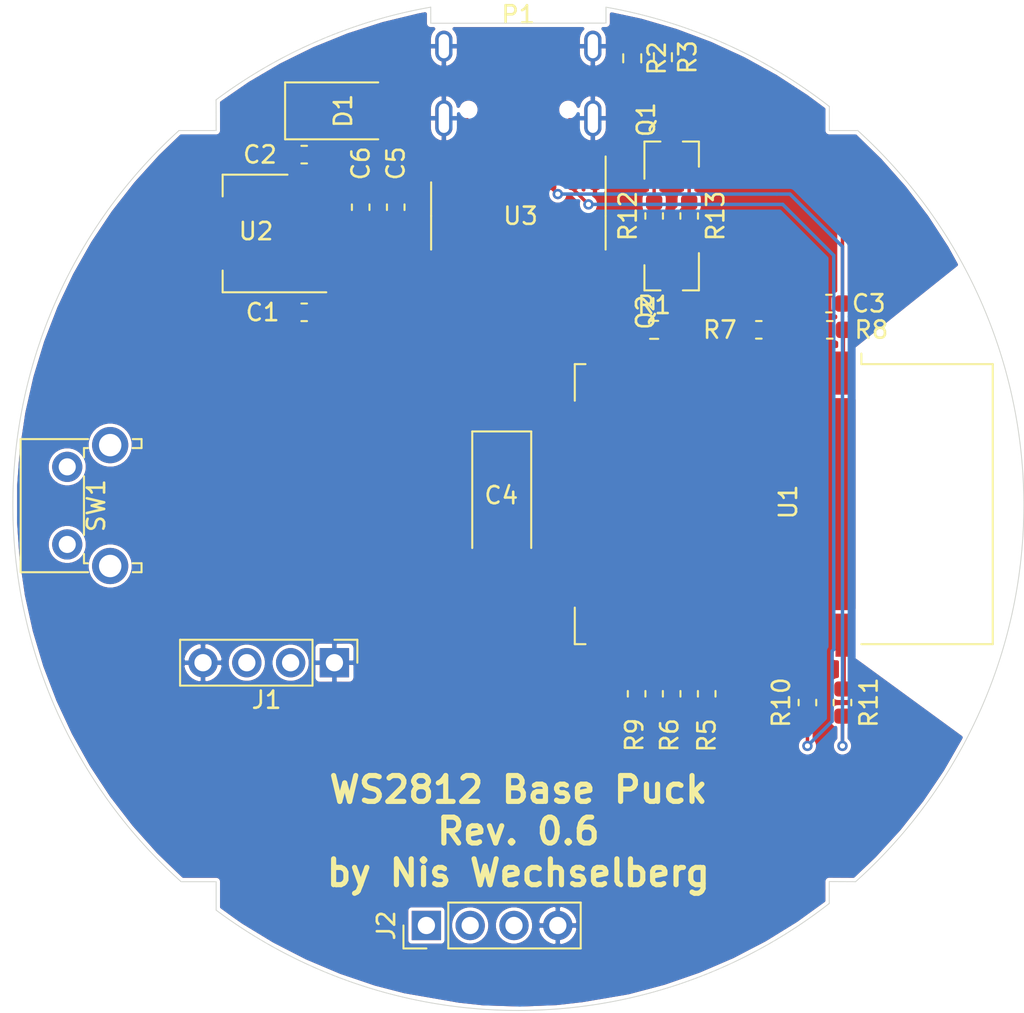
<source format=kicad_pcb>
(kicad_pcb (version 20171130) (host pcbnew 5.1.10-88a1d61d58~88~ubuntu20.04.1)

  (general
    (thickness 1.6)
    (drawings 17)
    (tracks 67)
    (zones 0)
    (modules 28)
    (nets 42)
  )

  (page A4)
  (layers
    (0 F.Cu signal)
    (31 B.Cu signal)
    (32 B.Adhes user)
    (33 F.Adhes user)
    (34 B.Paste user)
    (35 F.Paste user)
    (36 B.SilkS user)
    (37 F.SilkS user)
    (38 B.Mask user)
    (39 F.Mask user)
    (40 Dwgs.User user)
    (41 Cmts.User user)
    (42 Eco1.User user)
    (43 Eco2.User user)
    (44 Edge.Cuts user)
    (45 Margin user)
    (46 B.CrtYd user hide)
    (47 F.CrtYd user hide)
    (48 B.Fab user)
    (49 F.Fab user hide)
  )

  (setup
    (last_trace_width 0.2)
    (trace_clearance 0.2)
    (zone_clearance 0.2)
    (zone_45_only no)
    (trace_min 0.2)
    (via_size 0.6)
    (via_drill 0.3)
    (via_min_size 0.6)
    (via_min_drill 0.3)
    (uvia_size 0.6)
    (uvia_drill 0.3)
    (uvias_allowed no)
    (uvia_min_size 0.6)
    (uvia_min_drill 0.2)
    (edge_width 0.05)
    (segment_width 0.2)
    (pcb_text_width 0.3)
    (pcb_text_size 1.5 1.5)
    (mod_edge_width 0.12)
    (mod_text_size 1 1)
    (mod_text_width 0.15)
    (pad_size 1.524 1.524)
    (pad_drill 0.762)
    (pad_to_mask_clearance 0.05)
    (aux_axis_origin 0 0)
    (visible_elements FFFFFF7F)
    (pcbplotparams
      (layerselection 0x010fc_ffffffff)
      (usegerberextensions false)
      (usegerberattributes true)
      (usegerberadvancedattributes true)
      (creategerberjobfile true)
      (excludeedgelayer true)
      (linewidth 0.100000)
      (plotframeref false)
      (viasonmask false)
      (mode 1)
      (useauxorigin false)
      (hpglpennumber 1)
      (hpglpenspeed 20)
      (hpglpendiameter 15.000000)
      (psnegative false)
      (psa4output false)
      (plotreference true)
      (plotvalue true)
      (plotinvisibletext false)
      (padsonsilk false)
      (subtractmaskfromsilk false)
      (outputformat 1)
      (mirror false)
      (drillshape 0)
      (scaleselection 1)
      (outputdirectory "Gerber/"))
  )

  (net 0 "")
  (net 1 +5V)
  (net 2 GND)
  (net 3 +3V3)
  (net 4 /nRST)
  (net 5 VBUS)
  (net 6 /GPIO16)
  (net 7 /GPIO13)
  (net 8 /D_N)
  (net 9 /D_P)
  (net 10 /nRTS)
  (net 11 /nDTR)
  (net 12 /GPIO0)
  (net 13 /GPIO2)
  (net 14 /EN)
  (net 15 /GPIO15)
  (net 16 "Net-(R10-Pad2)")
  (net 17 /TXD0)
  (net 18 /RXD0)
  (net 19 "Net-(R11-Pad2)")
  (net 20 /ADC)
  (net 21 /GPIO14)
  (net 22 /GPIO12)
  (net 23 /CS0)
  (net 24 /MISO)
  (net 25 /GPIO9)
  (net 26 /GPIO10)
  (net 27 /MOSI)
  (net 28 /SCLK)
  (net 29 "Net-(U3-Pad7)")
  (net 30 "Net-(U3-Pad8)")
  (net 31 "Net-(U3-Pad9)")
  (net 32 "Net-(U3-Pad10)")
  (net 33 "Net-(U3-Pad11)")
  (net 34 "Net-(U3-Pad12)")
  (net 35 "Net-(U3-Pad15)")
  (net 36 "Net-(Q1-Pad1)")
  (net 37 "Net-(Q2-Pad1)")
  (net 38 /SCL)
  (net 39 /SDA)
  (net 40 /VCONN)
  (net 41 /CC)

  (net_class Default "This is the default net class."
    (clearance 0.2)
    (trace_width 0.2)
    (via_dia 0.6)
    (via_drill 0.3)
    (uvia_dia 0.6)
    (uvia_drill 0.3)
    (add_net +3V3)
    (add_net +5V)
    (add_net /ADC)
    (add_net /CC)
    (add_net /CS0)
    (add_net /D_N)
    (add_net /D_P)
    (add_net /EN)
    (add_net /GPIO0)
    (add_net /GPIO10)
    (add_net /GPIO12)
    (add_net /GPIO13)
    (add_net /GPIO14)
    (add_net /GPIO15)
    (add_net /GPIO16)
    (add_net /GPIO2)
    (add_net /GPIO9)
    (add_net /MISO)
    (add_net /MOSI)
    (add_net /RXD0)
    (add_net /SCL)
    (add_net /SCLK)
    (add_net /SDA)
    (add_net /TXD0)
    (add_net /VCONN)
    (add_net /nDTR)
    (add_net /nRST)
    (add_net /nRTS)
    (add_net GND)
    (add_net "Net-(Q1-Pad1)")
    (add_net "Net-(Q2-Pad1)")
    (add_net "Net-(R10-Pad2)")
    (add_net "Net-(R11-Pad2)")
    (add_net "Net-(U3-Pad10)")
    (add_net "Net-(U3-Pad11)")
    (add_net "Net-(U3-Pad12)")
    (add_net "Net-(U3-Pad15)")
    (add_net "Net-(U3-Pad7)")
    (add_net "Net-(U3-Pad8)")
    (add_net "Net-(U3-Pad9)")
    (add_net VBUS)
  )

  (module Button_Switch_THT:SW_Tactile_SPST_Angled_PTS645Vx39-2LFS (layer F.Cu) (tedit 5A02FE31) (tstamp 60D2D207)
    (at 123.698 98.806 90)
    (descr "tactile switch SPST right angle, PTS645VL39-2 LFS")
    (tags "tactile switch SPST angled PTS645VL39-2 LFS C&K Button")
    (path /60EBB6CF)
    (fp_text reference SW1 (at 2.25 1.68 90) (layer F.SilkS)
      (effects (font (size 1 1) (thickness 0.15)))
    )
    (fp_text value SW_SPST (at 2.25 5.38988 90) (layer F.Fab)
      (effects (font (size 1 1) (thickness 0.15)))
    )
    (fp_text user %R (at 2.25 1.68 90) (layer F.Fab)
      (effects (font (size 1 1) (thickness 0.15)))
    )
    (fp_line (start 0.5 -3.85) (end 0.5 -2.59) (layer F.Fab) (width 0.1))
    (fp_line (start 4 -3.85) (end 4 -2.59) (layer F.Fab) (width 0.1))
    (fp_line (start 0.5 -3.85) (end 4 -3.85) (layer F.Fab) (width 0.1))
    (fp_line (start -1.09 0.97) (end -1.09 1.2) (layer F.SilkS) (width 0.12))
    (fp_line (start 5.7 4.2) (end 5.7 0.86) (layer F.Fab) (width 0.1))
    (fp_line (start -1.5 4.2) (end -1.2 4.2) (layer F.Fab) (width 0.1))
    (fp_line (start -1.2 0.86) (end 5.7 0.86) (layer F.Fab) (width 0.1))
    (fp_line (start 6 4.2) (end 6 -2.59) (layer F.Fab) (width 0.1))
    (fp_line (start -2.5 -2.8) (end 7.05 -2.8) (layer F.CrtYd) (width 0.05))
    (fp_line (start 7.05 -2.8) (end 7.05 4.45) (layer F.CrtYd) (width 0.05))
    (fp_line (start 7.05 4.45) (end -2.5 4.45) (layer F.CrtYd) (width 0.05))
    (fp_line (start -2.5 4.45) (end -2.5 -2.8) (layer F.CrtYd) (width 0.05))
    (fp_line (start -1.61 -2.7) (end 6.11 -2.7) (layer F.SilkS) (width 0.12))
    (fp_line (start 6.11 -2.7) (end 6.11 1.2) (layer F.SilkS) (width 0.12))
    (fp_line (start -1.61 4.31) (end -1.09 4.31) (layer F.SilkS) (width 0.12))
    (fp_line (start -1.61 -2.7) (end -1.61 1.2) (layer F.SilkS) (width 0.12))
    (fp_line (start -1.5 -2.59) (end 6 -2.59) (layer F.Fab) (width 0.1))
    (fp_line (start -1.5 4.2) (end -1.5 -2.59) (layer F.Fab) (width 0.1))
    (fp_line (start 5.7 4.2) (end 6 4.2) (layer F.Fab) (width 0.1))
    (fp_line (start -1.2 4.2) (end -1.2 0.86) (layer F.Fab) (width 0.1))
    (fp_line (start 5.59 0.97) (end 5.59 1.2) (layer F.SilkS) (width 0.12))
    (fp_line (start -1.09 3.8) (end -1.09 4.31) (layer F.SilkS) (width 0.12))
    (fp_line (start -1.61 3.8) (end -1.61 4.31) (layer F.SilkS) (width 0.12))
    (fp_line (start 5.05 0.97) (end 5.59 0.97) (layer F.SilkS) (width 0.12))
    (fp_line (start 5.59 3.8) (end 5.59 4.31) (layer F.SilkS) (width 0.12))
    (fp_line (start 5.59 4.31) (end 6.11 4.31) (layer F.SilkS) (width 0.12))
    (fp_line (start 6.11 3.8) (end 6.11 4.31) (layer F.SilkS) (width 0.12))
    (fp_line (start -1.09 0.97) (end -0.55 0.97) (layer F.SilkS) (width 0.12))
    (fp_line (start 0.55 0.97) (end 3.95 0.97) (layer F.SilkS) (width 0.12))
    (pad "" thru_hole circle (at -1.25 2.49 90) (size 2.1 2.1) (drill 1.3) (layers *.Cu *.Mask))
    (pad 1 thru_hole circle (at 0 0 90) (size 1.75 1.75) (drill 0.99) (layers *.Cu *.Mask)
      (net 22 /GPIO12))
    (pad 2 thru_hole circle (at 4.5 0 90) (size 1.75 1.75) (drill 0.99) (layers *.Cu *.Mask)
      (net 3 +3V3))
    (pad "" thru_hole circle (at 5.76 2.49 90) (size 2.1 2.1) (drill 1.3) (layers *.Cu *.Mask))
    (model ${KISYS3DMOD}/Button_Switch_THT.3dshapes/SW_Tactile_SPST_Angled_PTS645Vx39-2LFS.wrl
      (at (xyz 0 0 0))
      (scale (xyz 1 1 1))
      (rotate (xyz 0 0 0))
    )
  )

  (module Resistor_SMD:R_0603_1608Metric (layer F.Cu) (tedit 5F68FEEE) (tstamp 60D2D0C1)
    (at 158.242 70.549 270)
    (descr "Resistor SMD 0603 (1608 Metric), square (rectangular) end terminal, IPC_7351 nominal, (Body size source: IPC-SM-782 page 72, https://www.pcb-3d.com/wordpress/wp-content/uploads/ipc-sm-782a_amendment_1_and_2.pdf), generated with kicad-footprint-generator")
    (tags resistor)
    (path /60E0FA56)
    (attr smd)
    (fp_text reference R3 (at 0 -1.43 90) (layer F.SilkS)
      (effects (font (size 1 1) (thickness 0.15)))
    )
    (fp_text value 5k1 (at 0 1.43 90) (layer F.Fab)
      (effects (font (size 1 1) (thickness 0.15)))
    )
    (fp_text user %R (at 0 0 90) (layer F.Fab)
      (effects (font (size 0.4 0.4) (thickness 0.06)))
    )
    (fp_line (start -0.8 0.4125) (end -0.8 -0.4125) (layer F.Fab) (width 0.1))
    (fp_line (start -0.8 -0.4125) (end 0.8 -0.4125) (layer F.Fab) (width 0.1))
    (fp_line (start 0.8 -0.4125) (end 0.8 0.4125) (layer F.Fab) (width 0.1))
    (fp_line (start 0.8 0.4125) (end -0.8 0.4125) (layer F.Fab) (width 0.1))
    (fp_line (start -0.237258 -0.5225) (end 0.237258 -0.5225) (layer F.SilkS) (width 0.12))
    (fp_line (start -0.237258 0.5225) (end 0.237258 0.5225) (layer F.SilkS) (width 0.12))
    (fp_line (start -1.48 0.73) (end -1.48 -0.73) (layer F.CrtYd) (width 0.05))
    (fp_line (start -1.48 -0.73) (end 1.48 -0.73) (layer F.CrtYd) (width 0.05))
    (fp_line (start 1.48 -0.73) (end 1.48 0.73) (layer F.CrtYd) (width 0.05))
    (fp_line (start 1.48 0.73) (end -1.48 0.73) (layer F.CrtYd) (width 0.05))
    (pad 2 smd roundrect (at 0.825 0 270) (size 0.8 0.95) (layers F.Cu F.Paste F.Mask) (roundrect_rratio 0.25)
      (net 40 /VCONN))
    (pad 1 smd roundrect (at -0.825 0 270) (size 0.8 0.95) (layers F.Cu F.Paste F.Mask) (roundrect_rratio 0.25)
      (net 2 GND))
    (model ${KISYS3DMOD}/Resistor_SMD.3dshapes/R_0603_1608Metric.wrl
      (at (xyz 0 0 0))
      (scale (xyz 1 1 1))
      (rotate (xyz 0 0 0))
    )
  )

  (module Resistor_SMD:R_0603_1608Metric (layer F.Cu) (tedit 5F68FEEE) (tstamp 60D2D0B0)
    (at 156.464 70.612 270)
    (descr "Resistor SMD 0603 (1608 Metric), square (rectangular) end terminal, IPC_7351 nominal, (Body size source: IPC-SM-782 page 72, https://www.pcb-3d.com/wordpress/wp-content/uploads/ipc-sm-782a_amendment_1_and_2.pdf), generated with kicad-footprint-generator")
    (tags resistor)
    (path /60E0E973)
    (attr smd)
    (fp_text reference R2 (at 0 -1.43 90) (layer F.SilkS)
      (effects (font (size 1 1) (thickness 0.15)))
    )
    (fp_text value 5k1 (at 0 1.43 90) (layer F.Fab)
      (effects (font (size 1 1) (thickness 0.15)))
    )
    (fp_text user %R (at 0 0 90) (layer F.Fab)
      (effects (font (size 0.4 0.4) (thickness 0.06)))
    )
    (fp_line (start -0.8 0.4125) (end -0.8 -0.4125) (layer F.Fab) (width 0.1))
    (fp_line (start -0.8 -0.4125) (end 0.8 -0.4125) (layer F.Fab) (width 0.1))
    (fp_line (start 0.8 -0.4125) (end 0.8 0.4125) (layer F.Fab) (width 0.1))
    (fp_line (start 0.8 0.4125) (end -0.8 0.4125) (layer F.Fab) (width 0.1))
    (fp_line (start -0.237258 -0.5225) (end 0.237258 -0.5225) (layer F.SilkS) (width 0.12))
    (fp_line (start -0.237258 0.5225) (end 0.237258 0.5225) (layer F.SilkS) (width 0.12))
    (fp_line (start -1.48 0.73) (end -1.48 -0.73) (layer F.CrtYd) (width 0.05))
    (fp_line (start -1.48 -0.73) (end 1.48 -0.73) (layer F.CrtYd) (width 0.05))
    (fp_line (start 1.48 -0.73) (end 1.48 0.73) (layer F.CrtYd) (width 0.05))
    (fp_line (start 1.48 0.73) (end -1.48 0.73) (layer F.CrtYd) (width 0.05))
    (pad 2 smd roundrect (at 0.825 0 270) (size 0.8 0.95) (layers F.Cu F.Paste F.Mask) (roundrect_rratio 0.25)
      (net 41 /CC))
    (pad 1 smd roundrect (at -0.825 0 270) (size 0.8 0.95) (layers F.Cu F.Paste F.Mask) (roundrect_rratio 0.25)
      (net 2 GND))
    (model ${KISYS3DMOD}/Resistor_SMD.3dshapes/R_0603_1608Metric.wrl
      (at (xyz 0 0 0))
      (scale (xyz 1 1 1))
      (rotate (xyz 0 0 0))
    )
  )

  (module Resistor_SMD:R_0603_1608Metric (layer F.Cu) (tedit 5F68FEEE) (tstamp 60D2D09F)
    (at 157.734 86.36)
    (descr "Resistor SMD 0603 (1608 Metric), square (rectangular) end terminal, IPC_7351 nominal, (Body size source: IPC-SM-782 page 72, https://www.pcb-3d.com/wordpress/wp-content/uploads/ipc-sm-782a_amendment_1_and_2.pdf), generated with kicad-footprint-generator")
    (tags resistor)
    (path /60EDAF32)
    (attr smd)
    (fp_text reference R1 (at 0 -1.43) (layer F.SilkS)
      (effects (font (size 1 1) (thickness 0.15)))
    )
    (fp_text value 12k (at 0 1.43) (layer F.Fab)
      (effects (font (size 1 1) (thickness 0.15)))
    )
    (fp_text user %R (at 0 0) (layer F.Fab)
      (effects (font (size 0.4 0.4) (thickness 0.06)))
    )
    (fp_line (start -0.8 0.4125) (end -0.8 -0.4125) (layer F.Fab) (width 0.1))
    (fp_line (start -0.8 -0.4125) (end 0.8 -0.4125) (layer F.Fab) (width 0.1))
    (fp_line (start 0.8 -0.4125) (end 0.8 0.4125) (layer F.Fab) (width 0.1))
    (fp_line (start 0.8 0.4125) (end -0.8 0.4125) (layer F.Fab) (width 0.1))
    (fp_line (start -0.237258 -0.5225) (end 0.237258 -0.5225) (layer F.SilkS) (width 0.12))
    (fp_line (start -0.237258 0.5225) (end 0.237258 0.5225) (layer F.SilkS) (width 0.12))
    (fp_line (start -1.48 0.73) (end -1.48 -0.73) (layer F.CrtYd) (width 0.05))
    (fp_line (start -1.48 -0.73) (end 1.48 -0.73) (layer F.CrtYd) (width 0.05))
    (fp_line (start 1.48 -0.73) (end 1.48 0.73) (layer F.CrtYd) (width 0.05))
    (fp_line (start 1.48 0.73) (end -1.48 0.73) (layer F.CrtYd) (width 0.05))
    (pad 2 smd roundrect (at 0.825 0) (size 0.8 0.95) (layers F.Cu F.Paste F.Mask) (roundrect_rratio 0.25)
      (net 22 /GPIO12))
    (pad 1 smd roundrect (at -0.825 0) (size 0.8 0.95) (layers F.Cu F.Paste F.Mask) (roundrect_rratio 0.25)
      (net 2 GND))
    (model ${KISYS3DMOD}/Resistor_SMD.3dshapes/R_0603_1608Metric.wrl
      (at (xyz 0 0 0))
      (scale (xyz 1 1 1))
      (rotate (xyz 0 0 0))
    )
  )

  (module USB-C:USB-C_USB2.0 (layer F.Cu) (tedit 60D23976) (tstamp 60D2D03E)
    (at 149.86 68.58 180)
    (path /60D67574)
    (fp_text reference P1 (at 0 0.5) (layer F.SilkS)
      (effects (font (size 1 1) (thickness 0.15)))
    )
    (fp_text value USB_C_Plug_USB2.0 (at 0 -0.5) (layer F.Fab)
      (effects (font (size 1 1) (thickness 0.15)))
    )
    (fp_line (start -5.57 0) (end 5.39 0) (layer F.Fab) (width 0.12))
    (pad "" np_thru_hole circle (at 2.89 -5.01 180) (size 0.65 0.65) (drill 0.65) (layers *.Cu *.Mask))
    (pad "" np_thru_hole circle (at -2.89 -5.01 180) (size 0.65 0.65) (drill 0.65) (layers *.Cu *.Mask))
    (pad B1 smd rect (at 3.05 -6.075 180) (size 0.3 1.15) (layers F.Cu F.Paste F.Mask)
      (net 2 GND))
    (pad B4 smd rect (at 2.25 -6.075 180) (size 0.3 1.15) (layers F.Cu F.Paste F.Mask)
      (net 5 VBUS))
    (pad A4 smd rect (at -2.55 -6.075 180) (size 0.3 1.15) (layers F.Cu F.Paste F.Mask)
      (net 5 VBUS))
    (pad A1 smd rect (at -3.35 -6.075 180) (size 0.3 1.15) (layers F.Cu F.Paste F.Mask)
      (net 2 GND))
    (pad B5 smd rect (at 1.75 -6.075 180) (size 0.3 1.15) (layers F.Cu F.Paste F.Mask)
      (net 40 /VCONN))
    (pad A8 smd rect (at 1.25 -6.075 180) (size 0.3 1.15) (layers F.Cu F.Paste F.Mask))
    (pad B6 smd rect (at 0.75 -6.075 180) (size 0.3 1.15) (layers F.Cu F.Paste F.Mask))
    (pad A7 smd rect (at 0.25 -6.075 180) (size 0.3 1.15) (layers F.Cu F.Paste F.Mask)
      (net 8 /D_N))
    (pad A6 smd rect (at -0.25 -6.075 180) (size 0.3 1.15) (layers F.Cu F.Paste F.Mask)
      (net 9 /D_P))
    (pad B7 smd rect (at -0.75 -6.075 180) (size 0.3 1.15) (layers F.Cu F.Paste F.Mask))
    (pad A5 smd rect (at -1.25 -6.075 180) (size 0.3 1.15) (layers F.Cu F.Paste F.Mask)
      (net 41 /CC))
    (pad B8 smd rect (at -1.75 -6.075 180) (size 0.3 1.15) (layers F.Cu F.Paste F.Mask))
    (pad S1 thru_hole oval (at -4.32 -5.51 180) (size 1 2.1) (drill oval 0.6 1.7) (layers *.Cu *.Mask)
      (net 2 GND))
    (pad S1 thru_hole oval (at 4.32 -5.51 180) (size 1 2.1) (drill oval 0.6 1.7) (layers *.Cu *.Mask)
      (net 2 GND))
    (pad S1 thru_hole oval (at 4.32 -1.33 180) (size 1 1.8) (drill oval 0.6 1.4) (layers *.Cu *.Mask)
      (net 2 GND))
    (pad S1 thru_hole oval (at -4.32 -1.33 180) (size 1 1.8) (drill oval 0.6 1.4) (layers *.Cu *.Mask)
      (net 2 GND))
    (pad A12 smd rect (at 3.35 -6.075 180) (size 0.3 1.15) (layers F.Cu F.Paste F.Mask)
      (net 2 GND))
    (pad A9 smd rect (at 2.55 -6.075 180) (size 0.3 1.15) (layers F.Cu F.Paste F.Mask)
      (net 5 VBUS))
    (pad B9 smd rect (at -2.25 -6.075 180) (size 0.3 1.15) (layers F.Cu F.Paste F.Mask)
      (net 5 VBUS))
    (pad B12 smd rect (at -3.05 -6.075 180) (size 0.3 1.15) (layers F.Cu F.Paste F.Mask)
      (net 2 GND))
  )

  (module Connector_PinHeader_2.54mm:PinHeader_1x04_P2.54mm_Vertical (layer F.Cu) (tedit 59FED5CC) (tstamp 60D2D023)
    (at 144.526 120.904 90)
    (descr "Through hole straight pin header, 1x04, 2.54mm pitch, single row")
    (tags "Through hole pin header THT 1x04 2.54mm single row")
    (path /60F1F8CA)
    (fp_text reference J2 (at 0 -2.33 90) (layer F.SilkS)
      (effects (font (size 1 1) (thickness 0.15)))
    )
    (fp_text value OLED (at 0 9.95 90) (layer F.Fab)
      (effects (font (size 1 1) (thickness 0.15)))
    )
    (fp_text user %R (at 0 3.81) (layer F.Fab)
      (effects (font (size 1 1) (thickness 0.15)))
    )
    (fp_line (start -0.635 -1.27) (end 1.27 -1.27) (layer F.Fab) (width 0.1))
    (fp_line (start 1.27 -1.27) (end 1.27 8.89) (layer F.Fab) (width 0.1))
    (fp_line (start 1.27 8.89) (end -1.27 8.89) (layer F.Fab) (width 0.1))
    (fp_line (start -1.27 8.89) (end -1.27 -0.635) (layer F.Fab) (width 0.1))
    (fp_line (start -1.27 -0.635) (end -0.635 -1.27) (layer F.Fab) (width 0.1))
    (fp_line (start -1.33 8.95) (end 1.33 8.95) (layer F.SilkS) (width 0.12))
    (fp_line (start -1.33 1.27) (end -1.33 8.95) (layer F.SilkS) (width 0.12))
    (fp_line (start 1.33 1.27) (end 1.33 8.95) (layer F.SilkS) (width 0.12))
    (fp_line (start -1.33 1.27) (end 1.33 1.27) (layer F.SilkS) (width 0.12))
    (fp_line (start -1.33 0) (end -1.33 -1.33) (layer F.SilkS) (width 0.12))
    (fp_line (start -1.33 -1.33) (end 0 -1.33) (layer F.SilkS) (width 0.12))
    (fp_line (start -1.8 -1.8) (end -1.8 9.4) (layer F.CrtYd) (width 0.05))
    (fp_line (start -1.8 9.4) (end 1.8 9.4) (layer F.CrtYd) (width 0.05))
    (fp_line (start 1.8 9.4) (end 1.8 -1.8) (layer F.CrtYd) (width 0.05))
    (fp_line (start 1.8 -1.8) (end -1.8 -1.8) (layer F.CrtYd) (width 0.05))
    (pad 4 thru_hole oval (at 0 7.62 90) (size 1.7 1.7) (drill 1) (layers *.Cu *.Mask)
      (net 2 GND))
    (pad 3 thru_hole oval (at 0 5.08 90) (size 1.7 1.7) (drill 1) (layers *.Cu *.Mask)
      (net 3 +3V3))
    (pad 2 thru_hole oval (at 0 2.54 90) (size 1.7 1.7) (drill 1) (layers *.Cu *.Mask)
      (net 38 /SCL))
    (pad 1 thru_hole rect (at 0 0 90) (size 1.7 1.7) (drill 1) (layers *.Cu *.Mask)
      (net 39 /SDA))
    (model ${KISYS3DMOD}/Connector_PinHeader_2.54mm.3dshapes/PinHeader_1x04_P2.54mm_Vertical.wrl
      (at (xyz 0 0 0))
      (scale (xyz 1 1 1))
      (rotate (xyz 0 0 0))
    )
  )

  (module Capacitor_Tantalum_SMD:CP_EIA-6032-28_Kemet-C (layer F.Cu) (tedit 5B301BBE) (tstamp 5F225D59)
    (at 148.8948 96.012 270)
    (descr "Tantalum Capacitor SMD Kemet-C (6032-28 Metric), IPC_7351 nominal, (Body size from: http://www.kemet.com/Lists/ProductCatalog/Attachments/253/KEM_TC101_STD.pdf), generated with kicad-footprint-generator")
    (tags "capacitor tantalum")
    (path /5F0D0F99)
    (attr smd)
    (fp_text reference C4 (at -0.0508 0.0254) (layer F.SilkS)
      (effects (font (size 1 1) (thickness 0.15)))
    )
    (fp_text value 100uF (at 0 2.55 90) (layer F.Fab)
      (effects (font (size 1 1) (thickness 0.15)))
    )
    (fp_line (start 3 -1.6) (end -2.2 -1.6) (layer F.Fab) (width 0.1))
    (fp_line (start -2.2 -1.6) (end -3 -0.8) (layer F.Fab) (width 0.1))
    (fp_line (start -3 -0.8) (end -3 1.6) (layer F.Fab) (width 0.1))
    (fp_line (start -3 1.6) (end 3 1.6) (layer F.Fab) (width 0.1))
    (fp_line (start 3 1.6) (end 3 -1.6) (layer F.Fab) (width 0.1))
    (fp_line (start 3 -1.71) (end -3.76 -1.71) (layer F.SilkS) (width 0.12))
    (fp_line (start -3.76 -1.71) (end -3.76 1.71) (layer F.SilkS) (width 0.12))
    (fp_line (start -3.76 1.71) (end 3 1.71) (layer F.SilkS) (width 0.12))
    (fp_line (start -3.75 1.85) (end -3.75 -1.85) (layer F.CrtYd) (width 0.05))
    (fp_line (start -3.75 -1.85) (end 3.75 -1.85) (layer F.CrtYd) (width 0.05))
    (fp_line (start 3.75 -1.85) (end 3.75 1.85) (layer F.CrtYd) (width 0.05))
    (fp_line (start 3.75 1.85) (end -3.75 1.85) (layer F.CrtYd) (width 0.05))
    (fp_text user %R (at 0 0 90) (layer F.Fab)
      (effects (font (size 1 1) (thickness 0.15)))
    )
    (pad 1 smd roundrect (at -2.4625 0 270) (size 2.075 2.35) (layers F.Cu F.Paste F.Mask) (roundrect_rratio 0.120482)
      (net 3 +3V3))
    (pad 2 smd roundrect (at 2.4625 0 270) (size 2.075 2.35) (layers F.Cu F.Paste F.Mask) (roundrect_rratio 0.120482)
      (net 2 GND))
    (model ${KISYS3DMOD}/Capacitor_Tantalum_SMD.3dshapes/CP_EIA-6032-28_Kemet-C.wrl
      (at (xyz 0 0 0))
      (scale (xyz 1 1 1))
      (rotate (xyz 0 0 0))
    )
  )

  (module RF_Module:ESP-12E (layer F.Cu) (tedit 5A030172) (tstamp 5F225E2C)
    (at 165.2524 96.4692 270)
    (descr "Wi-Fi Module, http://wiki.ai-thinker.com/_media/esp8266/docs/aithinker_esp_12f_datasheet_en.pdf")
    (tags "Wi-Fi Module")
    (path /5F099E28)
    (attr smd)
    (fp_text reference U1 (at -0.127 -0.254 90) (layer F.SilkS)
      (effects (font (size 1 1) (thickness 0.15)))
    )
    (fp_text value ESP-12E (at -0.06 -12.78 90) (layer F.Fab)
      (effects (font (size 1 1) (thickness 0.15)))
    )
    (fp_line (start 5.56 -4.8) (end 8.12 -7.36) (layer Dwgs.User) (width 0.12))
    (fp_line (start 2.56 -4.8) (end 8.12 -10.36) (layer Dwgs.User) (width 0.12))
    (fp_line (start -0.44 -4.8) (end 6.88 -12.12) (layer Dwgs.User) (width 0.12))
    (fp_line (start -3.44 -4.8) (end 3.88 -12.12) (layer Dwgs.User) (width 0.12))
    (fp_line (start -6.44 -4.8) (end 0.88 -12.12) (layer Dwgs.User) (width 0.12))
    (fp_line (start -8.12 -6.12) (end -2.12 -12.12) (layer Dwgs.User) (width 0.12))
    (fp_line (start -8.12 -9.12) (end -5.12 -12.12) (layer Dwgs.User) (width 0.12))
    (fp_line (start -8.12 -4.8) (end -8.12 -12.12) (layer Dwgs.User) (width 0.12))
    (fp_line (start 8.12 -4.8) (end -8.12 -4.8) (layer Dwgs.User) (width 0.12))
    (fp_line (start 8.12 -12.12) (end 8.12 -4.8) (layer Dwgs.User) (width 0.12))
    (fp_line (start -8.12 -12.12) (end 8.12 -12.12) (layer Dwgs.User) (width 0.12))
    (fp_line (start -8.12 -4.5) (end -8.73 -4.5) (layer F.SilkS) (width 0.12))
    (fp_line (start -8.12 -4.5) (end -8.12 -12.12) (layer F.SilkS) (width 0.12))
    (fp_line (start -8.12 12.12) (end -8.12 11.5) (layer F.SilkS) (width 0.12))
    (fp_line (start -6 12.12) (end -8.12 12.12) (layer F.SilkS) (width 0.12))
    (fp_line (start 8.12 12.12) (end 6 12.12) (layer F.SilkS) (width 0.12))
    (fp_line (start 8.12 11.5) (end 8.12 12.12) (layer F.SilkS) (width 0.12))
    (fp_line (start 8.12 -12.12) (end 8.12 -4.5) (layer F.SilkS) (width 0.12))
    (fp_line (start -8.12 -12.12) (end 8.12 -12.12) (layer F.SilkS) (width 0.12))
    (fp_line (start -9.05 13.1) (end -9.05 -12.2) (layer F.CrtYd) (width 0.05))
    (fp_line (start 9.05 13.1) (end -9.05 13.1) (layer F.CrtYd) (width 0.05))
    (fp_line (start 9.05 -12.2) (end 9.05 13.1) (layer F.CrtYd) (width 0.05))
    (fp_line (start -9.05 -12.2) (end 9.05 -12.2) (layer F.CrtYd) (width 0.05))
    (fp_line (start -8 -4) (end -8 -12) (layer F.Fab) (width 0.12))
    (fp_line (start -7.5 -3.5) (end -8 -4) (layer F.Fab) (width 0.12))
    (fp_line (start -8 -3) (end -7.5 -3.5) (layer F.Fab) (width 0.12))
    (fp_line (start -8 12) (end -8 -3) (layer F.Fab) (width 0.12))
    (fp_line (start 8 12) (end -8 12) (layer F.Fab) (width 0.12))
    (fp_line (start 8 -12) (end 8 12) (layer F.Fab) (width 0.12))
    (fp_line (start -8 -12) (end 8 -12) (layer F.Fab) (width 0.12))
    (fp_text user Antenna (at -0.06 -7 270) (layer Cmts.User)
      (effects (font (size 1 1) (thickness 0.15)))
    )
    (fp_text user "KEEP-OUT ZONE" (at 0.03 -9.55 270) (layer Cmts.User)
      (effects (font (size 1 1) (thickness 0.15)))
    )
    (fp_text user %R (at 0.49 -0.8 90) (layer F.Fab)
      (effects (font (size 1 1) (thickness 0.15)))
    )
    (pad 1 smd rect (at -7.6 -3.5 270) (size 2.5 1) (layers F.Cu F.Paste F.Mask)
      (net 4 /nRST))
    (pad 2 smd rect (at -7.6 -1.5 270) (size 2.5 1) (layers F.Cu F.Paste F.Mask)
      (net 20 /ADC))
    (pad 3 smd rect (at -7.6 0.5 270) (size 2.5 1) (layers F.Cu F.Paste F.Mask)
      (net 14 /EN))
    (pad 4 smd rect (at -7.6 2.5 270) (size 2.5 1) (layers F.Cu F.Paste F.Mask)
      (net 6 /GPIO16))
    (pad 5 smd rect (at -7.6 4.5 270) (size 2.5 1) (layers F.Cu F.Paste F.Mask)
      (net 21 /GPIO14))
    (pad 6 smd rect (at -7.6 6.5 270) (size 2.5 1) (layers F.Cu F.Paste F.Mask)
      (net 22 /GPIO12))
    (pad 7 smd rect (at -7.6 8.5 270) (size 2.5 1) (layers F.Cu F.Paste F.Mask)
      (net 7 /GPIO13))
    (pad 8 smd rect (at -7.6 10.5 270) (size 2.5 1) (layers F.Cu F.Paste F.Mask)
      (net 3 +3V3))
    (pad 9 smd rect (at -5 12 270) (size 1 1.8) (layers F.Cu F.Paste F.Mask)
      (net 23 /CS0))
    (pad 10 smd rect (at -3 12 270) (size 1 1.8) (layers F.Cu F.Paste F.Mask)
      (net 24 /MISO))
    (pad 11 smd rect (at -1 12 270) (size 1 1.8) (layers F.Cu F.Paste F.Mask)
      (net 25 /GPIO9))
    (pad 12 smd rect (at 1 12 270) (size 1 1.8) (layers F.Cu F.Paste F.Mask)
      (net 26 /GPIO10))
    (pad 13 smd rect (at 3 12 270) (size 1 1.8) (layers F.Cu F.Paste F.Mask)
      (net 27 /MOSI))
    (pad 14 smd rect (at 5 12 270) (size 1 1.8) (layers F.Cu F.Paste F.Mask)
      (net 28 /SCLK))
    (pad 15 smd rect (at 7.6 10.5 270) (size 2.5 1) (layers F.Cu F.Paste F.Mask)
      (net 2 GND))
    (pad 16 smd rect (at 7.6 8.5 270) (size 2.5 1) (layers F.Cu F.Paste F.Mask)
      (net 15 /GPIO15))
    (pad 17 smd rect (at 7.6 6.5 270) (size 2.5 1) (layers F.Cu F.Paste F.Mask)
      (net 13 /GPIO2))
    (pad 18 smd rect (at 7.6 4.5 270) (size 2.5 1) (layers F.Cu F.Paste F.Mask)
      (net 12 /GPIO0))
    (pad 19 smd rect (at 7.6 2.5 270) (size 2.5 1) (layers F.Cu F.Paste F.Mask)
      (net 39 /SDA))
    (pad 20 smd rect (at 7.6 0.5 270) (size 2.5 1) (layers F.Cu F.Paste F.Mask)
      (net 38 /SCL))
    (pad 21 smd rect (at 7.6 -1.5 270) (size 2.5 1) (layers F.Cu F.Paste F.Mask)
      (net 18 /RXD0))
    (pad 22 smd rect (at 7.6 -3.5 270) (size 2.5 1) (layers F.Cu F.Paste F.Mask)
      (net 17 /TXD0))
    (model ${KISYS3DMOD}/RF_Module.3dshapes/ESP-12E.wrl
      (at (xyz 0 0 0))
      (scale (xyz 1 1 1))
      (rotate (xyz 0 0 0))
    )
  )

  (module Capacitor_SMD:C_0603_1608Metric (layer F.Cu) (tedit 5B301BBE) (tstamp 5F225859)
    (at 142.748 79.248 270)
    (descr "Capacitor SMD 0603 (1608 Metric), square (rectangular) end terminal, IPC_7351 nominal, (Body size source: http://www.tortai-tech.com/upload/download/2011102023233369053.pdf), generated with kicad-footprint-generator")
    (tags capacitor)
    (path /5F129AFE)
    (attr smd)
    (fp_text reference C5 (at -2.54 0 90) (layer F.SilkS)
      (effects (font (size 1 1) (thickness 0.15)))
    )
    (fp_text value 10uF (at 0 1.43 180) (layer F.Fab)
      (effects (font (size 1 1) (thickness 0.15)))
    )
    (fp_line (start 1.48 0.73) (end -1.48 0.73) (layer F.CrtYd) (width 0.05))
    (fp_line (start 1.48 -0.73) (end 1.48 0.73) (layer F.CrtYd) (width 0.05))
    (fp_line (start -1.48 -0.73) (end 1.48 -0.73) (layer F.CrtYd) (width 0.05))
    (fp_line (start -1.48 0.73) (end -1.48 -0.73) (layer F.CrtYd) (width 0.05))
    (fp_line (start -0.162779 0.51) (end 0.162779 0.51) (layer F.SilkS) (width 0.12))
    (fp_line (start -0.162779 -0.51) (end 0.162779 -0.51) (layer F.SilkS) (width 0.12))
    (fp_line (start 0.8 0.4) (end -0.8 0.4) (layer F.Fab) (width 0.1))
    (fp_line (start 0.8 -0.4) (end 0.8 0.4) (layer F.Fab) (width 0.1))
    (fp_line (start -0.8 -0.4) (end 0.8 -0.4) (layer F.Fab) (width 0.1))
    (fp_line (start -0.8 0.4) (end -0.8 -0.4) (layer F.Fab) (width 0.1))
    (fp_text user %R (at 0 0 90) (layer F.Fab)
      (effects (font (size 0.4 0.4) (thickness 0.06)))
    )
    (pad 2 smd roundrect (at 0.7875 0 270) (size 0.875 0.95) (layers F.Cu F.Paste F.Mask) (roundrect_rratio 0.25)
      (net 2 GND))
    (pad 1 smd roundrect (at -0.7875 0 270) (size 0.875 0.95) (layers F.Cu F.Paste F.Mask) (roundrect_rratio 0.25)
      (net 1 +5V))
    (model ${KISYS3DMOD}/Capacitor_SMD.3dshapes/C_0603_1608Metric.wrl
      (at (xyz 0 0 0))
      (scale (xyz 1 1 1))
      (rotate (xyz 0 0 0))
    )
  )

  (module Package_TO_SOT_SMD:SOT-23 (layer F.Cu) (tedit 5A02FF57) (tstamp 5F31B29A)
    (at 158.75 76.2 90)
    (descr "SOT-23, Standard")
    (tags SOT-23)
    (path /5F3419A5)
    (attr smd)
    (fp_text reference Q1 (at 2.032 -1.4834 90) (layer F.SilkS)
      (effects (font (size 1 1) (thickness 0.15)))
    )
    (fp_text value S8050 (at 0 2.5 90) (layer F.Fab)
      (effects (font (size 1 1) (thickness 0.15)))
    )
    (fp_line (start 0.76 1.58) (end -0.7 1.58) (layer F.SilkS) (width 0.12))
    (fp_line (start 0.76 -1.58) (end -1.4 -1.58) (layer F.SilkS) (width 0.12))
    (fp_line (start -1.7 1.75) (end -1.7 -1.75) (layer F.CrtYd) (width 0.05))
    (fp_line (start 1.7 1.75) (end -1.7 1.75) (layer F.CrtYd) (width 0.05))
    (fp_line (start 1.7 -1.75) (end 1.7 1.75) (layer F.CrtYd) (width 0.05))
    (fp_line (start -1.7 -1.75) (end 1.7 -1.75) (layer F.CrtYd) (width 0.05))
    (fp_line (start 0.76 -1.58) (end 0.76 -0.65) (layer F.SilkS) (width 0.12))
    (fp_line (start 0.76 1.58) (end 0.76 0.65) (layer F.SilkS) (width 0.12))
    (fp_line (start -0.7 1.52) (end 0.7 1.52) (layer F.Fab) (width 0.1))
    (fp_line (start 0.7 -1.52) (end 0.7 1.52) (layer F.Fab) (width 0.1))
    (fp_line (start -0.7 -0.95) (end -0.15 -1.52) (layer F.Fab) (width 0.1))
    (fp_line (start -0.15 -1.52) (end 0.7 -1.52) (layer F.Fab) (width 0.1))
    (fp_line (start -0.7 -0.95) (end -0.7 1.5) (layer F.Fab) (width 0.1))
    (fp_text user %R (at 0 0) (layer F.Fab)
      (effects (font (size 0.5 0.5) (thickness 0.075)))
    )
    (pad 3 smd rect (at 1 0 90) (size 0.9 0.8) (layers F.Cu F.Paste F.Mask)
      (net 4 /nRST))
    (pad 2 smd rect (at -1 0.95 90) (size 0.9 0.8) (layers F.Cu F.Paste F.Mask)
      (net 11 /nDTR))
    (pad 1 smd rect (at -1 -0.95 90) (size 0.9 0.8) (layers F.Cu F.Paste F.Mask)
      (net 36 "Net-(Q1-Pad1)"))
    (model ${KISYS3DMOD}/Package_TO_SOT_SMD.3dshapes/SOT-23.wrl
      (at (xyz 0 0 0))
      (scale (xyz 1 1 1))
      (rotate (xyz 0 0 0))
    )
  )

  (module Connector_PinHeader_2.54mm:PinHeader_1x04_P2.54mm_Vertical (layer F.Cu) (tedit 59FED5CC) (tstamp 5F22FC21)
    (at 139.192 105.664 270)
    (descr "Through hole straight pin header, 1x04, 2.54mm pitch, single row")
    (tags "Through hole pin header THT 1x04 2.54mm single row")
    (path /5F2938F3)
    (fp_text reference J1 (at 2.159 3.937 180) (layer F.SilkS)
      (effects (font (size 1 1) (thickness 0.15)))
    )
    (fp_text value WS2812-Strip (at 0 9.95 90) (layer F.Fab)
      (effects (font (size 1 1) (thickness 0.15)))
    )
    (fp_line (start 1.8 -1.8) (end -1.8 -1.8) (layer F.CrtYd) (width 0.05))
    (fp_line (start 1.8 9.4) (end 1.8 -1.8) (layer F.CrtYd) (width 0.05))
    (fp_line (start -1.8 9.4) (end 1.8 9.4) (layer F.CrtYd) (width 0.05))
    (fp_line (start -1.8 -1.8) (end -1.8 9.4) (layer F.CrtYd) (width 0.05))
    (fp_line (start -1.33 -1.33) (end 0 -1.33) (layer F.SilkS) (width 0.12))
    (fp_line (start -1.33 0) (end -1.33 -1.33) (layer F.SilkS) (width 0.12))
    (fp_line (start -1.33 1.27) (end 1.33 1.27) (layer F.SilkS) (width 0.12))
    (fp_line (start 1.33 1.27) (end 1.33 8.95) (layer F.SilkS) (width 0.12))
    (fp_line (start -1.33 1.27) (end -1.33 8.95) (layer F.SilkS) (width 0.12))
    (fp_line (start -1.33 8.95) (end 1.33 8.95) (layer F.SilkS) (width 0.12))
    (fp_line (start -1.27 -0.635) (end -0.635 -1.27) (layer F.Fab) (width 0.1))
    (fp_line (start -1.27 8.89) (end -1.27 -0.635) (layer F.Fab) (width 0.1))
    (fp_line (start 1.27 8.89) (end -1.27 8.89) (layer F.Fab) (width 0.1))
    (fp_line (start 1.27 -1.27) (end 1.27 8.89) (layer F.Fab) (width 0.1))
    (fp_line (start -0.635 -1.27) (end 1.27 -1.27) (layer F.Fab) (width 0.1))
    (fp_text user %R (at 0 3.81) (layer F.Fab)
      (effects (font (size 1 1) (thickness 0.15)))
    )
    (pad 1 thru_hole rect (at 0 0 270) (size 1.7 1.7) (drill 1) (layers *.Cu *.Mask)
      (net 2 GND))
    (pad 2 thru_hole oval (at 0 2.54 270) (size 1.7 1.7) (drill 1) (layers *.Cu *.Mask)
      (net 7 /GPIO13))
    (pad 3 thru_hole oval (at 0 5.08 270) (size 1.7 1.7) (drill 1) (layers *.Cu *.Mask)
      (net 1 +5V))
    (pad 4 thru_hole oval (at 0 7.62 270) (size 1.7 1.7) (drill 1) (layers *.Cu *.Mask)
      (net 2 GND))
    (model ${KISYS3DMOD}/Connector_PinHeader_2.54mm.3dshapes/PinHeader_1x04_P2.54mm_Vertical.wrl
      (at (xyz 0 0 0))
      (scale (xyz 1 1 1))
      (rotate (xyz 0 0 0))
    )
  )

  (module Package_TO_SOT_SMD:SOT-23 (layer F.Cu) (tedit 5A02FF57) (tstamp 5F31B12B)
    (at 158.75 83.312 270)
    (descr "SOT-23, Standard")
    (tags SOT-23)
    (path /5F3445D2)
    (attr smd)
    (fp_text reference Q2 (at 2.032 1.524 90) (layer F.SilkS)
      (effects (font (size 1 1) (thickness 0.15)))
    )
    (fp_text value S8050 (at 0 2.5 90) (layer F.Fab)
      (effects (font (size 1 1) (thickness 0.15)))
    )
    (fp_line (start -0.7 -0.95) (end -0.7 1.5) (layer F.Fab) (width 0.1))
    (fp_line (start -0.15 -1.52) (end 0.7 -1.52) (layer F.Fab) (width 0.1))
    (fp_line (start -0.7 -0.95) (end -0.15 -1.52) (layer F.Fab) (width 0.1))
    (fp_line (start 0.7 -1.52) (end 0.7 1.52) (layer F.Fab) (width 0.1))
    (fp_line (start -0.7 1.52) (end 0.7 1.52) (layer F.Fab) (width 0.1))
    (fp_line (start 0.76 1.58) (end 0.76 0.65) (layer F.SilkS) (width 0.12))
    (fp_line (start 0.76 -1.58) (end 0.76 -0.65) (layer F.SilkS) (width 0.12))
    (fp_line (start -1.7 -1.75) (end 1.7 -1.75) (layer F.CrtYd) (width 0.05))
    (fp_line (start 1.7 -1.75) (end 1.7 1.75) (layer F.CrtYd) (width 0.05))
    (fp_line (start 1.7 1.75) (end -1.7 1.75) (layer F.CrtYd) (width 0.05))
    (fp_line (start -1.7 1.75) (end -1.7 -1.75) (layer F.CrtYd) (width 0.05))
    (fp_line (start 0.76 -1.58) (end -1.4 -1.58) (layer F.SilkS) (width 0.12))
    (fp_line (start 0.76 1.58) (end -0.7 1.58) (layer F.SilkS) (width 0.12))
    (fp_text user %R (at 0 0) (layer F.Fab)
      (effects (font (size 0.5 0.5) (thickness 0.075)))
    )
    (pad 1 smd rect (at -1 -0.95 270) (size 0.9 0.8) (layers F.Cu F.Paste F.Mask)
      (net 37 "Net-(Q2-Pad1)"))
    (pad 2 smd rect (at -1 0.95 270) (size 0.9 0.8) (layers F.Cu F.Paste F.Mask)
      (net 10 /nRTS))
    (pad 3 smd rect (at 1 0 270) (size 0.9 0.8) (layers F.Cu F.Paste F.Mask)
      (net 12 /GPIO0))
    (model ${KISYS3DMOD}/Package_TO_SOT_SMD.3dshapes/SOT-23.wrl
      (at (xyz 0 0 0))
      (scale (xyz 1 1 1))
      (rotate (xyz 0 0 0))
    )
  )

  (module Package_TO_SOT_SMD:SOT-223 (layer F.Cu) (tedit 5A02FF57) (tstamp 5F225EE0)
    (at 134.62 80.772 180)
    (descr "module CMS SOT223 4 pins")
    (tags "CMS SOT")
    (path /5F1DFC0E)
    (attr smd)
    (fp_text reference U2 (at -0.025 0.127) (layer F.SilkS)
      (effects (font (size 1 1) (thickness 0.15)))
    )
    (fp_text value LM1117-3.3 (at 0 4.5) (layer F.Fab)
      (effects (font (size 1 1) (thickness 0.15)))
    )
    (fp_line (start 1.85 -3.35) (end 1.85 3.35) (layer F.Fab) (width 0.1))
    (fp_line (start -1.85 3.35) (end 1.85 3.35) (layer F.Fab) (width 0.1))
    (fp_line (start -4.1 -3.41) (end 1.91 -3.41) (layer F.SilkS) (width 0.12))
    (fp_line (start -0.8 -3.35) (end 1.85 -3.35) (layer F.Fab) (width 0.1))
    (fp_line (start -1.85 3.41) (end 1.91 3.41) (layer F.SilkS) (width 0.12))
    (fp_line (start -1.85 -2.3) (end -1.85 3.35) (layer F.Fab) (width 0.1))
    (fp_line (start -4.4 -3.6) (end -4.4 3.6) (layer F.CrtYd) (width 0.05))
    (fp_line (start -4.4 3.6) (end 4.4 3.6) (layer F.CrtYd) (width 0.05))
    (fp_line (start 4.4 3.6) (end 4.4 -3.6) (layer F.CrtYd) (width 0.05))
    (fp_line (start 4.4 -3.6) (end -4.4 -3.6) (layer F.CrtYd) (width 0.05))
    (fp_line (start 1.91 -3.41) (end 1.91 -2.15) (layer F.SilkS) (width 0.12))
    (fp_line (start 1.91 3.41) (end 1.91 2.15) (layer F.SilkS) (width 0.12))
    (fp_line (start -1.85 -2.3) (end -0.8 -3.35) (layer F.Fab) (width 0.1))
    (fp_text user %R (at 0 0 90) (layer F.Fab)
      (effects (font (size 0.8 0.8) (thickness 0.12)))
    )
    (pad 4 smd rect (at 3.15 0 180) (size 2 3.8) (layers F.Cu F.Paste F.Mask))
    (pad 2 smd rect (at -3.15 0 180) (size 2 1.5) (layers F.Cu F.Paste F.Mask)
      (net 3 +3V3))
    (pad 3 smd rect (at -3.15 2.3 180) (size 2 1.5) (layers F.Cu F.Paste F.Mask)
      (net 1 +5V))
    (pad 1 smd rect (at -3.15 -2.3 180) (size 2 1.5) (layers F.Cu F.Paste F.Mask)
      (net 2 GND))
    (model ${KISYS3DMOD}/Package_TO_SOT_SMD.3dshapes/SOT-223.wrl
      (at (xyz 0 0 0))
      (scale (xyz 1 1 1))
      (rotate (xyz 0 0 0))
    )
  )

  (module Package_SO:SOIC-16_3.9x9.9mm_P1.27mm (layer F.Cu) (tedit 5D9F72B1) (tstamp 5F0A33A0)
    (at 149.86 79.756 270)
    (descr "SOIC, 16 Pin (JEDEC MS-012AC, https://www.analog.com/media/en/package-pcb-resources/package/pkg_pdf/soic_narrow-r/r_16.pdf), generated with kicad-footprint-generator ipc_gullwing_generator.py")
    (tags "SOIC SO")
    (path /5F0D90C6)
    (attr smd)
    (fp_text reference U3 (at 0 -0.127 180) (layer F.SilkS)
      (effects (font (size 1 1) (thickness 0.15)))
    )
    (fp_text value CH340C (at 0 5.9 90) (layer F.Fab)
      (effects (font (size 1 1) (thickness 0.15)))
    )
    (fp_line (start 3.7 -5.2) (end -3.7 -5.2) (layer F.CrtYd) (width 0.05))
    (fp_line (start 3.7 5.2) (end 3.7 -5.2) (layer F.CrtYd) (width 0.05))
    (fp_line (start -3.7 5.2) (end 3.7 5.2) (layer F.CrtYd) (width 0.05))
    (fp_line (start -3.7 -5.2) (end -3.7 5.2) (layer F.CrtYd) (width 0.05))
    (fp_line (start -1.95 -3.975) (end -0.975 -4.95) (layer F.Fab) (width 0.1))
    (fp_line (start -1.95 4.95) (end -1.95 -3.975) (layer F.Fab) (width 0.1))
    (fp_line (start 1.95 4.95) (end -1.95 4.95) (layer F.Fab) (width 0.1))
    (fp_line (start 1.95 -4.95) (end 1.95 4.95) (layer F.Fab) (width 0.1))
    (fp_line (start -0.975 -4.95) (end 1.95 -4.95) (layer F.Fab) (width 0.1))
    (fp_line (start 0 -5.06) (end -3.45 -5.06) (layer F.SilkS) (width 0.12))
    (fp_line (start 0 -5.06) (end 1.95 -5.06) (layer F.SilkS) (width 0.12))
    (fp_line (start 0 5.06) (end -1.95 5.06) (layer F.SilkS) (width 0.12))
    (fp_line (start 0 5.06) (end 1.95 5.06) (layer F.SilkS) (width 0.12))
    (fp_text user %R (at 0 0 90) (layer F.Fab)
      (effects (font (size 0.98 0.98) (thickness 0.15)))
    )
    (pad 1 smd roundrect (at -2.475 -4.445 270) (size 1.95 0.6) (layers F.Cu F.Paste F.Mask) (roundrect_rratio 0.25)
      (net 2 GND))
    (pad 2 smd roundrect (at -2.475 -3.175 270) (size 1.95 0.6) (layers F.Cu F.Paste F.Mask) (roundrect_rratio 0.25)
      (net 16 "Net-(R10-Pad2)"))
    (pad 3 smd roundrect (at -2.475 -1.905 270) (size 1.95 0.6) (layers F.Cu F.Paste F.Mask) (roundrect_rratio 0.25)
      (net 19 "Net-(R11-Pad2)"))
    (pad 4 smd roundrect (at -2.475 -0.635 270) (size 1.95 0.6) (layers F.Cu F.Paste F.Mask) (roundrect_rratio 0.25)
      (net 3 +3V3))
    (pad 5 smd roundrect (at -2.475 0.635 270) (size 1.95 0.6) (layers F.Cu F.Paste F.Mask) (roundrect_rratio 0.25)
      (net 9 /D_P))
    (pad 6 smd roundrect (at -2.475 1.905 270) (size 1.95 0.6) (layers F.Cu F.Paste F.Mask) (roundrect_rratio 0.25)
      (net 8 /D_N))
    (pad 7 smd roundrect (at -2.475 3.175 270) (size 1.95 0.6) (layers F.Cu F.Paste F.Mask) (roundrect_rratio 0.25)
      (net 29 "Net-(U3-Pad7)"))
    (pad 8 smd roundrect (at -2.475 4.445 270) (size 1.95 0.6) (layers F.Cu F.Paste F.Mask) (roundrect_rratio 0.25)
      (net 30 "Net-(U3-Pad8)"))
    (pad 9 smd roundrect (at 2.475 4.445 270) (size 1.95 0.6) (layers F.Cu F.Paste F.Mask) (roundrect_rratio 0.25)
      (net 31 "Net-(U3-Pad9)"))
    (pad 10 smd roundrect (at 2.475 3.175 270) (size 1.95 0.6) (layers F.Cu F.Paste F.Mask) (roundrect_rratio 0.25)
      (net 32 "Net-(U3-Pad10)"))
    (pad 11 smd roundrect (at 2.475 1.905 270) (size 1.95 0.6) (layers F.Cu F.Paste F.Mask) (roundrect_rratio 0.25)
      (net 33 "Net-(U3-Pad11)"))
    (pad 12 smd roundrect (at 2.475 0.635 270) (size 1.95 0.6) (layers F.Cu F.Paste F.Mask) (roundrect_rratio 0.25)
      (net 34 "Net-(U3-Pad12)"))
    (pad 13 smd roundrect (at 2.475 -0.635 270) (size 1.95 0.6) (layers F.Cu F.Paste F.Mask) (roundrect_rratio 0.25)
      (net 11 /nDTR))
    (pad 14 smd roundrect (at 2.475 -1.905 270) (size 1.95 0.6) (layers F.Cu F.Paste F.Mask) (roundrect_rratio 0.25)
      (net 10 /nRTS))
    (pad 15 smd roundrect (at 2.475 -3.175 270) (size 1.95 0.6) (layers F.Cu F.Paste F.Mask) (roundrect_rratio 0.25)
      (net 35 "Net-(U3-Pad15)"))
    (pad 16 smd roundrect (at 2.475 -4.445 270) (size 1.95 0.6) (layers F.Cu F.Paste F.Mask) (roundrect_rratio 0.25)
      (net 1 +5V))
    (model ${KISYS3DMOD}/Package_SO.3dshapes/SOIC-16_3.9x9.9mm_P1.27mm.wrl
      (at (xyz 0 0 0))
      (scale (xyz 1 1 1))
      (rotate (xyz 0 0 0))
    )
  )

  (module Capacitor_SMD:C_0603_1608Metric (layer F.Cu) (tedit 5B301BBE) (tstamp 5F225817)
    (at 137.4395 85.344)
    (descr "Capacitor SMD 0603 (1608 Metric), square (rectangular) end terminal, IPC_7351 nominal, (Body size source: http://www.tortai-tech.com/upload/download/2011102023233369053.pdf), generated with kicad-footprint-generator")
    (tags capacitor)
    (path /5F1F15B2)
    (attr smd)
    (fp_text reference C1 (at -2.413 0) (layer F.SilkS)
      (effects (font (size 1 1) (thickness 0.15)))
    )
    (fp_text value 10uF (at 0 1.43) (layer F.Fab)
      (effects (font (size 1 1) (thickness 0.15)))
    )
    (fp_line (start -0.8 0.4) (end -0.8 -0.4) (layer F.Fab) (width 0.1))
    (fp_line (start -0.8 -0.4) (end 0.8 -0.4) (layer F.Fab) (width 0.1))
    (fp_line (start 0.8 -0.4) (end 0.8 0.4) (layer F.Fab) (width 0.1))
    (fp_line (start 0.8 0.4) (end -0.8 0.4) (layer F.Fab) (width 0.1))
    (fp_line (start -0.162779 -0.51) (end 0.162779 -0.51) (layer F.SilkS) (width 0.12))
    (fp_line (start -0.162779 0.51) (end 0.162779 0.51) (layer F.SilkS) (width 0.12))
    (fp_line (start -1.48 0.73) (end -1.48 -0.73) (layer F.CrtYd) (width 0.05))
    (fp_line (start -1.48 -0.73) (end 1.48 -0.73) (layer F.CrtYd) (width 0.05))
    (fp_line (start 1.48 -0.73) (end 1.48 0.73) (layer F.CrtYd) (width 0.05))
    (fp_line (start 1.48 0.73) (end -1.48 0.73) (layer F.CrtYd) (width 0.05))
    (fp_text user %R (at 0 0) (layer F.Fab)
      (effects (font (size 0.4 0.4) (thickness 0.06)))
    )
    (pad 1 smd roundrect (at -0.7875 0) (size 0.875 0.95) (layers F.Cu F.Paste F.Mask) (roundrect_rratio 0.25)
      (net 1 +5V))
    (pad 2 smd roundrect (at 0.7875 0) (size 0.875 0.95) (layers F.Cu F.Paste F.Mask) (roundrect_rratio 0.25)
      (net 2 GND))
    (model ${KISYS3DMOD}/Capacitor_SMD.3dshapes/C_0603_1608Metric.wrl
      (at (xyz 0 0 0))
      (scale (xyz 1 1 1))
      (rotate (xyz 0 0 0))
    )
  )

  (module Capacitor_SMD:C_0603_1608Metric (layer F.Cu) (tedit 5B301BBE) (tstamp 5F225827)
    (at 137.4395 76.2 180)
    (descr "Capacitor SMD 0603 (1608 Metric), square (rectangular) end terminal, IPC_7351 nominal, (Body size source: http://www.tortai-tech.com/upload/download/2011102023233369053.pdf), generated with kicad-footprint-generator")
    (tags capacitor)
    (path /5F1F1D9F)
    (attr smd)
    (fp_text reference C2 (at 2.5655 0) (layer F.SilkS)
      (effects (font (size 1 1) (thickness 0.15)))
    )
    (fp_text value 10uF (at 0 1.43) (layer F.Fab)
      (effects (font (size 1 1) (thickness 0.15)))
    )
    (fp_line (start 1.48 0.73) (end -1.48 0.73) (layer F.CrtYd) (width 0.05))
    (fp_line (start 1.48 -0.73) (end 1.48 0.73) (layer F.CrtYd) (width 0.05))
    (fp_line (start -1.48 -0.73) (end 1.48 -0.73) (layer F.CrtYd) (width 0.05))
    (fp_line (start -1.48 0.73) (end -1.48 -0.73) (layer F.CrtYd) (width 0.05))
    (fp_line (start -0.162779 0.51) (end 0.162779 0.51) (layer F.SilkS) (width 0.12))
    (fp_line (start -0.162779 -0.51) (end 0.162779 -0.51) (layer F.SilkS) (width 0.12))
    (fp_line (start 0.8 0.4) (end -0.8 0.4) (layer F.Fab) (width 0.1))
    (fp_line (start 0.8 -0.4) (end 0.8 0.4) (layer F.Fab) (width 0.1))
    (fp_line (start -0.8 -0.4) (end 0.8 -0.4) (layer F.Fab) (width 0.1))
    (fp_line (start -0.8 0.4) (end -0.8 -0.4) (layer F.Fab) (width 0.1))
    (fp_text user %R (at 0 0) (layer F.Fab)
      (effects (font (size 0.4 0.4) (thickness 0.06)))
    )
    (pad 2 smd roundrect (at 0.7875 0 180) (size 0.875 0.95) (layers F.Cu F.Paste F.Mask) (roundrect_rratio 0.25)
      (net 2 GND))
    (pad 1 smd roundrect (at -0.7875 0 180) (size 0.875 0.95) (layers F.Cu F.Paste F.Mask) (roundrect_rratio 0.25)
      (net 3 +3V3))
    (model ${KISYS3DMOD}/Capacitor_SMD.3dshapes/C_0603_1608Metric.wrl
      (at (xyz 0 0 0))
      (scale (xyz 1 1 1))
      (rotate (xyz 0 0 0))
    )
  )

  (module Capacitor_SMD:C_0603_1608Metric (layer F.Cu) (tedit 5B301BBE) (tstamp 5F225837)
    (at 167.8685 84.836 180)
    (descr "Capacitor SMD 0603 (1608 Metric), square (rectangular) end terminal, IPC_7351 nominal, (Body size source: http://www.tortai-tech.com/upload/download/2011102023233369053.pdf), generated with kicad-footprint-generator")
    (tags capacitor)
    (path /5F0C38DC)
    (attr smd)
    (fp_text reference C3 (at -2.3115 0) (layer F.SilkS)
      (effects (font (size 1 1) (thickness 0.15)))
    )
    (fp_text value 100nF (at 0 1.43) (layer F.Fab)
      (effects (font (size 1 1) (thickness 0.15)))
    )
    (fp_line (start -0.8 0.4) (end -0.8 -0.4) (layer F.Fab) (width 0.1))
    (fp_line (start -0.8 -0.4) (end 0.8 -0.4) (layer F.Fab) (width 0.1))
    (fp_line (start 0.8 -0.4) (end 0.8 0.4) (layer F.Fab) (width 0.1))
    (fp_line (start 0.8 0.4) (end -0.8 0.4) (layer F.Fab) (width 0.1))
    (fp_line (start -0.162779 -0.51) (end 0.162779 -0.51) (layer F.SilkS) (width 0.12))
    (fp_line (start -0.162779 0.51) (end 0.162779 0.51) (layer F.SilkS) (width 0.12))
    (fp_line (start -1.48 0.73) (end -1.48 -0.73) (layer F.CrtYd) (width 0.05))
    (fp_line (start -1.48 -0.73) (end 1.48 -0.73) (layer F.CrtYd) (width 0.05))
    (fp_line (start 1.48 -0.73) (end 1.48 0.73) (layer F.CrtYd) (width 0.05))
    (fp_line (start 1.48 0.73) (end -1.48 0.73) (layer F.CrtYd) (width 0.05))
    (fp_text user %R (at 0.009 0) (layer F.Fab)
      (effects (font (size 0.4 0.4) (thickness 0.06)))
    )
    (pad 1 smd roundrect (at -0.7875 0 180) (size 0.875 0.95) (layers F.Cu F.Paste F.Mask) (roundrect_rratio 0.25)
      (net 4 /nRST))
    (pad 2 smd roundrect (at 0.7875 0 180) (size 0.875 0.95) (layers F.Cu F.Paste F.Mask) (roundrect_rratio 0.25)
      (net 2 GND))
    (model ${KISYS3DMOD}/Capacitor_SMD.3dshapes/C_0603_1608Metric.wrl
      (at (xyz 0 0 0))
      (scale (xyz 1 1 1))
      (rotate (xyz 0 0 0))
    )
  )

  (module Capacitor_SMD:C_0603_1608Metric (layer F.Cu) (tedit 5B301BBE) (tstamp 5F226116)
    (at 140.716 79.248 270)
    (descr "Capacitor SMD 0603 (1608 Metric), square (rectangular) end terminal, IPC_7351 nominal, (Body size source: http://www.tortai-tech.com/upload/download/2011102023233369053.pdf), generated with kicad-footprint-generator")
    (tags capacitor)
    (path /5F129FCD)
    (attr smd)
    (fp_text reference C6 (at -2.54 0 90) (layer F.SilkS)
      (effects (font (size 1 1) (thickness 0.15)))
    )
    (fp_text value 100nF (at 0 1.43 90) (layer F.Fab)
      (effects (font (size 1 1) (thickness 0.15)))
    )
    (fp_line (start -0.8 0.4) (end -0.8 -0.4) (layer F.Fab) (width 0.1))
    (fp_line (start -0.8 -0.4) (end 0.8 -0.4) (layer F.Fab) (width 0.1))
    (fp_line (start 0.8 -0.4) (end 0.8 0.4) (layer F.Fab) (width 0.1))
    (fp_line (start 0.8 0.4) (end -0.8 0.4) (layer F.Fab) (width 0.1))
    (fp_line (start -0.162779 -0.51) (end 0.162779 -0.51) (layer F.SilkS) (width 0.12))
    (fp_line (start -0.162779 0.51) (end 0.162779 0.51) (layer F.SilkS) (width 0.12))
    (fp_line (start -1.48 0.73) (end -1.48 -0.73) (layer F.CrtYd) (width 0.05))
    (fp_line (start -1.48 -0.73) (end 1.48 -0.73) (layer F.CrtYd) (width 0.05))
    (fp_line (start 1.48 -0.73) (end 1.48 0.73) (layer F.CrtYd) (width 0.05))
    (fp_line (start 1.48 0.73) (end -1.48 0.73) (layer F.CrtYd) (width 0.05))
    (fp_text user %R (at 0 0 90) (layer F.Fab)
      (effects (font (size 0.4 0.4) (thickness 0.06)))
    )
    (pad 1 smd roundrect (at -0.7875 0 270) (size 0.875 0.95) (layers F.Cu F.Paste F.Mask) (roundrect_rratio 0.25)
      (net 1 +5V))
    (pad 2 smd roundrect (at 0.7875 0 270) (size 0.875 0.95) (layers F.Cu F.Paste F.Mask) (roundrect_rratio 0.25)
      (net 2 GND))
    (model ${KISYS3DMOD}/Capacitor_SMD.3dshapes/C_0603_1608Metric.wrl
      (at (xyz 0 0 0))
      (scale (xyz 1 1 1))
      (rotate (xyz 0 0 0))
    )
  )

  (module Diode_SMD:D_SMA (layer F.Cu) (tedit 586432E5) (tstamp 5F226322)
    (at 139.732 73.66)
    (descr "Diode SMA (DO-214AC)")
    (tags "Diode SMA (DO-214AC)")
    (path /5F1D547F)
    (attr smd)
    (fp_text reference D1 (at -0.032 0 90) (layer F.SilkS)
      (effects (font (size 1 1) (thickness 0.15)))
    )
    (fp_text value SS14 (at 0 2.6) (layer F.Fab)
      (effects (font (size 1 1) (thickness 0.15)))
    )
    (fp_line (start -3.4 -1.65) (end -3.4 1.65) (layer F.SilkS) (width 0.12))
    (fp_line (start 2.3 1.5) (end -2.3 1.5) (layer F.Fab) (width 0.1))
    (fp_line (start -2.3 1.5) (end -2.3 -1.5) (layer F.Fab) (width 0.1))
    (fp_line (start 2.3 -1.5) (end 2.3 1.5) (layer F.Fab) (width 0.1))
    (fp_line (start 2.3 -1.5) (end -2.3 -1.5) (layer F.Fab) (width 0.1))
    (fp_line (start -3.5 -1.75) (end 3.5 -1.75) (layer F.CrtYd) (width 0.05))
    (fp_line (start 3.5 -1.75) (end 3.5 1.75) (layer F.CrtYd) (width 0.05))
    (fp_line (start 3.5 1.75) (end -3.5 1.75) (layer F.CrtYd) (width 0.05))
    (fp_line (start -3.5 1.75) (end -3.5 -1.75) (layer F.CrtYd) (width 0.05))
    (fp_line (start -0.64944 0.00102) (end -1.55114 0.00102) (layer F.Fab) (width 0.1))
    (fp_line (start 0.50118 0.00102) (end 1.4994 0.00102) (layer F.Fab) (width 0.1))
    (fp_line (start -0.64944 -0.79908) (end -0.64944 0.80112) (layer F.Fab) (width 0.1))
    (fp_line (start 0.50118 0.75032) (end 0.50118 -0.79908) (layer F.Fab) (width 0.1))
    (fp_line (start -0.64944 0.00102) (end 0.50118 0.75032) (layer F.Fab) (width 0.1))
    (fp_line (start -0.64944 0.00102) (end 0.50118 -0.79908) (layer F.Fab) (width 0.1))
    (fp_line (start -3.4 1.65) (end 2 1.65) (layer F.SilkS) (width 0.12))
    (fp_line (start -3.4 -1.65) (end 2 -1.65) (layer F.SilkS) (width 0.12))
    (fp_text user %R (at 0 2.54) (layer F.Fab)
      (effects (font (size 1 1) (thickness 0.15)))
    )
    (pad 1 smd rect (at -2 0) (size 2.5 1.8) (layers F.Cu F.Paste F.Mask)
      (net 1 +5V))
    (pad 2 smd rect (at 2 0) (size 2.5 1.8) (layers F.Cu F.Paste F.Mask)
      (net 5 VBUS))
    (model ${KISYS3DMOD}/Diode_SMD.3dshapes/D_SMA.wrl
      (at (xyz 0 0 0))
      (scale (xyz 1 1 1))
      (rotate (xyz 0 0 0))
    )
  )

  (module Resistor_SMD:R_0603_1608Metric (layer F.Cu) (tedit 5B301BBD) (tstamp 5F2258B8)
    (at 160.782 107.4675 270)
    (descr "Resistor SMD 0603 (1608 Metric), square (rectangular) end terminal, IPC_7351 nominal, (Body size source: http://www.tortai-tech.com/upload/download/2011102023233369053.pdf), generated with kicad-footprint-generator")
    (tags resistor)
    (path /5F0B641E)
    (attr smd)
    (fp_text reference R5 (at 2.413 0 90) (layer F.SilkS)
      (effects (font (size 1 1) (thickness 0.15)))
    )
    (fp_text value 12k (at 0 1.43 90) (layer F.Fab)
      (effects (font (size 1 1) (thickness 0.15)))
    )
    (fp_line (start -0.8 0.4) (end -0.8 -0.4) (layer F.Fab) (width 0.1))
    (fp_line (start -0.8 -0.4) (end 0.8 -0.4) (layer F.Fab) (width 0.1))
    (fp_line (start 0.8 -0.4) (end 0.8 0.4) (layer F.Fab) (width 0.1))
    (fp_line (start 0.8 0.4) (end -0.8 0.4) (layer F.Fab) (width 0.1))
    (fp_line (start -0.162779 -0.51) (end 0.162779 -0.51) (layer F.SilkS) (width 0.12))
    (fp_line (start -0.162779 0.51) (end 0.162779 0.51) (layer F.SilkS) (width 0.12))
    (fp_line (start -1.48 0.73) (end -1.48 -0.73) (layer F.CrtYd) (width 0.05))
    (fp_line (start -1.48 -0.73) (end 1.48 -0.73) (layer F.CrtYd) (width 0.05))
    (fp_line (start 1.48 -0.73) (end 1.48 0.73) (layer F.CrtYd) (width 0.05))
    (fp_line (start 1.48 0.73) (end -1.48 0.73) (layer F.CrtYd) (width 0.05))
    (fp_text user %R (at 0 0 90) (layer F.Fab)
      (effects (font (size 0.4 0.4) (thickness 0.06)))
    )
    (pad 1 smd roundrect (at -0.7875 0 270) (size 0.875 0.95) (layers F.Cu F.Paste F.Mask) (roundrect_rratio 0.25)
      (net 12 /GPIO0))
    (pad 2 smd roundrect (at 0.7875 0 270) (size 0.875 0.95) (layers F.Cu F.Paste F.Mask) (roundrect_rratio 0.25)
      (net 3 +3V3))
    (model ${KISYS3DMOD}/Resistor_SMD.3dshapes/R_0603_1608Metric.wrl
      (at (xyz 0 0 0))
      (scale (xyz 1 1 1))
      (rotate (xyz 0 0 0))
    )
  )

  (module Resistor_SMD:R_0603_1608Metric (layer F.Cu) (tedit 5B301BBD) (tstamp 5F22795C)
    (at 158.75 107.4675 270)
    (descr "Resistor SMD 0603 (1608 Metric), square (rectangular) end terminal, IPC_7351 nominal, (Body size source: http://www.tortai-tech.com/upload/download/2011102023233369053.pdf), generated with kicad-footprint-generator")
    (tags resistor)
    (path /5F0B72B8)
    (attr smd)
    (fp_text reference R6 (at 2.399 0.127 90) (layer F.SilkS)
      (effects (font (size 1 1) (thickness 0.15)))
    )
    (fp_text value 12k (at 0 1.43 90) (layer F.Fab)
      (effects (font (size 1 1) (thickness 0.15)))
    )
    (fp_line (start -0.8 0.4) (end -0.8 -0.4) (layer F.Fab) (width 0.1))
    (fp_line (start -0.8 -0.4) (end 0.8 -0.4) (layer F.Fab) (width 0.1))
    (fp_line (start 0.8 -0.4) (end 0.8 0.4) (layer F.Fab) (width 0.1))
    (fp_line (start 0.8 0.4) (end -0.8 0.4) (layer F.Fab) (width 0.1))
    (fp_line (start -0.162779 -0.51) (end 0.162779 -0.51) (layer F.SilkS) (width 0.12))
    (fp_line (start -0.162779 0.51) (end 0.162779 0.51) (layer F.SilkS) (width 0.12))
    (fp_line (start -1.48 0.73) (end -1.48 -0.73) (layer F.CrtYd) (width 0.05))
    (fp_line (start -1.48 -0.73) (end 1.48 -0.73) (layer F.CrtYd) (width 0.05))
    (fp_line (start 1.48 -0.73) (end 1.48 0.73) (layer F.CrtYd) (width 0.05))
    (fp_line (start 1.48 0.73) (end -1.48 0.73) (layer F.CrtYd) (width 0.05))
    (fp_text user %R (at 0 0 90) (layer F.Fab)
      (effects (font (size 0.4 0.4) (thickness 0.06)))
    )
    (pad 1 smd roundrect (at -0.7875 0 270) (size 0.875 0.95) (layers F.Cu F.Paste F.Mask) (roundrect_rratio 0.25)
      (net 13 /GPIO2))
    (pad 2 smd roundrect (at 0.7875 0 270) (size 0.875 0.95) (layers F.Cu F.Paste F.Mask) (roundrect_rratio 0.25)
      (net 3 +3V3))
    (model ${KISYS3DMOD}/Resistor_SMD.3dshapes/R_0603_1608Metric.wrl
      (at (xyz 0 0 0))
      (scale (xyz 1 1 1))
      (rotate (xyz 0 0 0))
    )
  )

  (module Resistor_SMD:R_0603_1608Metric (layer F.Cu) (tedit 5B301BBD) (tstamp 5F225B09)
    (at 163.8045 86.36 180)
    (descr "Resistor SMD 0603 (1608 Metric), square (rectangular) end terminal, IPC_7351 nominal, (Body size source: http://www.tortai-tech.com/upload/download/2011102023233369053.pdf), generated with kicad-footprint-generator")
    (tags resistor)
    (path /5F0B7630)
    (attr smd)
    (fp_text reference R7 (at 2.2605 0) (layer F.SilkS)
      (effects (font (size 1 1) (thickness 0.15)))
    )
    (fp_text value 12k (at 0 1.43) (layer F.Fab)
      (effects (font (size 1 1) (thickness 0.15)))
    )
    (fp_line (start 1.48 0.73) (end -1.48 0.73) (layer F.CrtYd) (width 0.05))
    (fp_line (start 1.48 -0.73) (end 1.48 0.73) (layer F.CrtYd) (width 0.05))
    (fp_line (start -1.48 -0.73) (end 1.48 -0.73) (layer F.CrtYd) (width 0.05))
    (fp_line (start -1.48 0.73) (end -1.48 -0.73) (layer F.CrtYd) (width 0.05))
    (fp_line (start -0.162779 0.51) (end 0.162779 0.51) (layer F.SilkS) (width 0.12))
    (fp_line (start -0.162779 -0.51) (end 0.162779 -0.51) (layer F.SilkS) (width 0.12))
    (fp_line (start 0.8 0.4) (end -0.8 0.4) (layer F.Fab) (width 0.1))
    (fp_line (start 0.8 -0.4) (end 0.8 0.4) (layer F.Fab) (width 0.1))
    (fp_line (start -0.8 -0.4) (end 0.8 -0.4) (layer F.Fab) (width 0.1))
    (fp_line (start -0.8 0.4) (end -0.8 -0.4) (layer F.Fab) (width 0.1))
    (fp_text user %R (at 0 0) (layer F.Fab)
      (effects (font (size 0.4 0.4) (thickness 0.06)))
    )
    (pad 2 smd roundrect (at 0.7875 0 180) (size 0.875 0.95) (layers F.Cu F.Paste F.Mask) (roundrect_rratio 0.25)
      (net 3 +3V3))
    (pad 1 smd roundrect (at -0.7875 0 180) (size 0.875 0.95) (layers F.Cu F.Paste F.Mask) (roundrect_rratio 0.25)
      (net 14 /EN))
    (model ${KISYS3DMOD}/Resistor_SMD.3dshapes/R_0603_1608Metric.wrl
      (at (xyz 0 0 0))
      (scale (xyz 1 1 1))
      (rotate (xyz 0 0 0))
    )
  )

  (module Resistor_SMD:R_0603_1608Metric (layer F.Cu) (tedit 5B301BBD) (tstamp 5F2258E8)
    (at 167.9195 86.36 180)
    (descr "Resistor SMD 0603 (1608 Metric), square (rectangular) end terminal, IPC_7351 nominal, (Body size source: http://www.tortai-tech.com/upload/download/2011102023233369053.pdf), generated with kicad-footprint-generator")
    (tags resistor)
    (path /5F0B7852)
    (attr smd)
    (fp_text reference R8 (at -2.413 0) (layer F.SilkS)
      (effects (font (size 1 1) (thickness 0.15)))
    )
    (fp_text value 12k (at 0 1.43) (layer F.Fab)
      (effects (font (size 1 1) (thickness 0.15)))
    )
    (fp_line (start -0.8 0.4) (end -0.8 -0.4) (layer F.Fab) (width 0.1))
    (fp_line (start -0.8 -0.4) (end 0.8 -0.4) (layer F.Fab) (width 0.1))
    (fp_line (start 0.8 -0.4) (end 0.8 0.4) (layer F.Fab) (width 0.1))
    (fp_line (start 0.8 0.4) (end -0.8 0.4) (layer F.Fab) (width 0.1))
    (fp_line (start -0.162779 -0.51) (end 0.162779 -0.51) (layer F.SilkS) (width 0.12))
    (fp_line (start -0.162779 0.51) (end 0.162779 0.51) (layer F.SilkS) (width 0.12))
    (fp_line (start -1.48 0.73) (end -1.48 -0.73) (layer F.CrtYd) (width 0.05))
    (fp_line (start -1.48 -0.73) (end 1.48 -0.73) (layer F.CrtYd) (width 0.05))
    (fp_line (start 1.48 -0.73) (end 1.48 0.73) (layer F.CrtYd) (width 0.05))
    (fp_line (start 1.48 0.73) (end -1.48 0.73) (layer F.CrtYd) (width 0.05))
    (fp_text user %R (at 0 0) (layer F.Fab)
      (effects (font (size 0.4 0.4) (thickness 0.06)))
    )
    (pad 1 smd roundrect (at -0.7875 0 180) (size 0.875 0.95) (layers F.Cu F.Paste F.Mask) (roundrect_rratio 0.25)
      (net 4 /nRST))
    (pad 2 smd roundrect (at 0.7875 0 180) (size 0.875 0.95) (layers F.Cu F.Paste F.Mask) (roundrect_rratio 0.25)
      (net 3 +3V3))
    (model ${KISYS3DMOD}/Resistor_SMD.3dshapes/R_0603_1608Metric.wrl
      (at (xyz 0 0 0))
      (scale (xyz 1 1 1))
      (rotate (xyz 0 0 0))
    )
  )

  (module Resistor_SMD:R_0603_1608Metric (layer F.Cu) (tedit 5B301BBD) (tstamp 5F2258F8)
    (at 156.718 107.4675 270)
    (descr "Resistor SMD 0603 (1608 Metric), square (rectangular) end terminal, IPC_7351 nominal, (Body size source: http://www.tortai-tech.com/upload/download/2011102023233369053.pdf), generated with kicad-footprint-generator")
    (tags resistor)
    (path /5F0C041B)
    (attr smd)
    (fp_text reference R9 (at 2.3875 0.127 90) (layer F.SilkS)
      (effects (font (size 1 1) (thickness 0.15)))
    )
    (fp_text value 12k (at 0 1.43 90) (layer F.Fab)
      (effects (font (size 1 1) (thickness 0.15)))
    )
    (fp_line (start 1.48 0.73) (end -1.48 0.73) (layer F.CrtYd) (width 0.05))
    (fp_line (start 1.48 -0.73) (end 1.48 0.73) (layer F.CrtYd) (width 0.05))
    (fp_line (start -1.48 -0.73) (end 1.48 -0.73) (layer F.CrtYd) (width 0.05))
    (fp_line (start -1.48 0.73) (end -1.48 -0.73) (layer F.CrtYd) (width 0.05))
    (fp_line (start -0.162779 0.51) (end 0.162779 0.51) (layer F.SilkS) (width 0.12))
    (fp_line (start -0.162779 -0.51) (end 0.162779 -0.51) (layer F.SilkS) (width 0.12))
    (fp_line (start 0.8 0.4) (end -0.8 0.4) (layer F.Fab) (width 0.1))
    (fp_line (start 0.8 -0.4) (end 0.8 0.4) (layer F.Fab) (width 0.1))
    (fp_line (start -0.8 -0.4) (end 0.8 -0.4) (layer F.Fab) (width 0.1))
    (fp_line (start -0.8 0.4) (end -0.8 -0.4) (layer F.Fab) (width 0.1))
    (fp_text user %R (at 0 0 90) (layer F.Fab)
      (effects (font (size 0.4 0.4) (thickness 0.06)))
    )
    (pad 2 smd roundrect (at 0.7875 0 270) (size 0.875 0.95) (layers F.Cu F.Paste F.Mask) (roundrect_rratio 0.25)
      (net 2 GND))
    (pad 1 smd roundrect (at -0.7875 0 270) (size 0.875 0.95) (layers F.Cu F.Paste F.Mask) (roundrect_rratio 0.25)
      (net 15 /GPIO15))
    (model ${KISYS3DMOD}/Resistor_SMD.3dshapes/R_0603_1608Metric.wrl
      (at (xyz 0 0 0))
      (scale (xyz 1 1 1))
      (rotate (xyz 0 0 0))
    )
  )

  (module Resistor_SMD:R_0603_1608Metric (layer F.Cu) (tedit 5B301BBD) (tstamp 5F23020F)
    (at 166.624 107.9755 270)
    (descr "Resistor SMD 0603 (1608 Metric), square (rectangular) end terminal, IPC_7351 nominal, (Body size source: http://www.tortai-tech.com/upload/download/2011102023233369053.pdf), generated with kicad-footprint-generator")
    (tags resistor)
    (path /5F0E61FB)
    (attr smd)
    (fp_text reference R10 (at 0 1.524 90) (layer F.SilkS)
      (effects (font (size 1 1) (thickness 0.15)))
    )
    (fp_text value 470 (at 0 1.43 90) (layer F.Fab)
      (effects (font (size 1 1) (thickness 0.15)))
    )
    (fp_line (start -0.8 0.4) (end -0.8 -0.4) (layer F.Fab) (width 0.1))
    (fp_line (start -0.8 -0.4) (end 0.8 -0.4) (layer F.Fab) (width 0.1))
    (fp_line (start 0.8 -0.4) (end 0.8 0.4) (layer F.Fab) (width 0.1))
    (fp_line (start 0.8 0.4) (end -0.8 0.4) (layer F.Fab) (width 0.1))
    (fp_line (start -0.162779 -0.51) (end 0.162779 -0.51) (layer F.SilkS) (width 0.12))
    (fp_line (start -0.162779 0.51) (end 0.162779 0.51) (layer F.SilkS) (width 0.12))
    (fp_line (start -1.48 0.73) (end -1.48 -0.73) (layer F.CrtYd) (width 0.05))
    (fp_line (start -1.48 -0.73) (end 1.48 -0.73) (layer F.CrtYd) (width 0.05))
    (fp_line (start 1.48 -0.73) (end 1.48 0.73) (layer F.CrtYd) (width 0.05))
    (fp_line (start 1.48 0.73) (end -1.48 0.73) (layer F.CrtYd) (width 0.05))
    (fp_text user %R (at 0 0 90) (layer F.Fab)
      (effects (font (size 0.4 0.4) (thickness 0.06)))
    )
    (pad 1 smd roundrect (at -0.7875 0 270) (size 0.875 0.95) (layers F.Cu F.Paste F.Mask) (roundrect_rratio 0.25)
      (net 18 /RXD0))
    (pad 2 smd roundrect (at 0.7875 0 270) (size 0.875 0.95) (layers F.Cu F.Paste F.Mask) (roundrect_rratio 0.25)
      (net 16 "Net-(R10-Pad2)"))
    (model ${KISYS3DMOD}/Resistor_SMD.3dshapes/R_0603_1608Metric.wrl
      (at (xyz 0 0 0))
      (scale (xyz 1 1 1))
      (rotate (xyz 0 0 0))
    )
  )

  (module Resistor_SMD:R_0603_1608Metric (layer F.Cu) (tedit 5B301BBD) (tstamp 5F225918)
    (at 168.656 107.9755 270)
    (descr "Resistor SMD 0603 (1608 Metric), square (rectangular) end terminal, IPC_7351 nominal, (Body size source: http://www.tortai-tech.com/upload/download/2011102023233369053.pdf), generated with kicad-footprint-generator")
    (tags resistor)
    (path /5F0E6FB0)
    (attr smd)
    (fp_text reference R11 (at -0.0001 -1.524 90) (layer F.SilkS)
      (effects (font (size 1 1) (thickness 0.15)))
    )
    (fp_text value 470 (at 0 1.43 90) (layer F.Fab)
      (effects (font (size 1 1) (thickness 0.15)))
    )
    (fp_line (start 1.48 0.73) (end -1.48 0.73) (layer F.CrtYd) (width 0.05))
    (fp_line (start 1.48 -0.73) (end 1.48 0.73) (layer F.CrtYd) (width 0.05))
    (fp_line (start -1.48 -0.73) (end 1.48 -0.73) (layer F.CrtYd) (width 0.05))
    (fp_line (start -1.48 0.73) (end -1.48 -0.73) (layer F.CrtYd) (width 0.05))
    (fp_line (start -0.162779 0.51) (end 0.162779 0.51) (layer F.SilkS) (width 0.12))
    (fp_line (start -0.162779 -0.51) (end 0.162779 -0.51) (layer F.SilkS) (width 0.12))
    (fp_line (start 0.8 0.4) (end -0.8 0.4) (layer F.Fab) (width 0.1))
    (fp_line (start 0.8 -0.4) (end 0.8 0.4) (layer F.Fab) (width 0.1))
    (fp_line (start -0.8 -0.4) (end 0.8 -0.4) (layer F.Fab) (width 0.1))
    (fp_line (start -0.8 0.4) (end -0.8 -0.4) (layer F.Fab) (width 0.1))
    (fp_text user %R (at 0 0 90) (layer F.Fab)
      (effects (font (size 0.4 0.4) (thickness 0.06)))
    )
    (pad 2 smd roundrect (at 0.7875 0 270) (size 0.875 0.95) (layers F.Cu F.Paste F.Mask) (roundrect_rratio 0.25)
      (net 19 "Net-(R11-Pad2)"))
    (pad 1 smd roundrect (at -0.7875 0 270) (size 0.875 0.95) (layers F.Cu F.Paste F.Mask) (roundrect_rratio 0.25)
      (net 17 /TXD0))
    (model ${KISYS3DMOD}/Resistor_SMD.3dshapes/R_0603_1608Metric.wrl
      (at (xyz 0 0 0))
      (scale (xyz 1 1 1))
      (rotate (xyz 0 0 0))
    )
  )

  (module Resistor_SMD:R_0603_1608Metric (layer F.Cu) (tedit 5B301BBD) (tstamp 5F225928)
    (at 157.734 79.756 270)
    (descr "Resistor SMD 0603 (1608 Metric), square (rectangular) end terminal, IPC_7351 nominal, (Body size source: http://www.tortai-tech.com/upload/download/2011102023233369053.pdf), generated with kicad-footprint-generator")
    (tags resistor)
    (path /5F147E14)
    (attr smd)
    (fp_text reference R12 (at 0 1.524 90) (layer F.SilkS)
      (effects (font (size 1 1) (thickness 0.15)))
    )
    (fp_text value 12k (at 0 1.43 90) (layer F.Fab)
      (effects (font (size 1 1) (thickness 0.15)))
    )
    (fp_line (start -0.8 0.4) (end -0.8 -0.4) (layer F.Fab) (width 0.1))
    (fp_line (start -0.8 -0.4) (end 0.8 -0.4) (layer F.Fab) (width 0.1))
    (fp_line (start 0.8 -0.4) (end 0.8 0.4) (layer F.Fab) (width 0.1))
    (fp_line (start 0.8 0.4) (end -0.8 0.4) (layer F.Fab) (width 0.1))
    (fp_line (start -0.162779 -0.51) (end 0.162779 -0.51) (layer F.SilkS) (width 0.12))
    (fp_line (start -0.162779 0.51) (end 0.162779 0.51) (layer F.SilkS) (width 0.12))
    (fp_line (start -1.48 0.73) (end -1.48 -0.73) (layer F.CrtYd) (width 0.05))
    (fp_line (start -1.48 -0.73) (end 1.48 -0.73) (layer F.CrtYd) (width 0.05))
    (fp_line (start 1.48 -0.73) (end 1.48 0.73) (layer F.CrtYd) (width 0.05))
    (fp_line (start 1.48 0.73) (end -1.48 0.73) (layer F.CrtYd) (width 0.05))
    (fp_text user %R (at 0 0 270) (layer F.Fab)
      (effects (font (size 0.4 0.4) (thickness 0.06)))
    )
    (pad 1 smd roundrect (at -0.7875 0 270) (size 0.875 0.95) (layers F.Cu F.Paste F.Mask) (roundrect_rratio 0.25)
      (net 36 "Net-(Q1-Pad1)"))
    (pad 2 smd roundrect (at 0.7875 0 270) (size 0.875 0.95) (layers F.Cu F.Paste F.Mask) (roundrect_rratio 0.25)
      (net 10 /nRTS))
    (model ${KISYS3DMOD}/Resistor_SMD.3dshapes/R_0603_1608Metric.wrl
      (at (xyz 0 0 0))
      (scale (xyz 1 1 1))
      (rotate (xyz 0 0 0))
    )
  )

  (module Resistor_SMD:R_0603_1608Metric (layer F.Cu) (tedit 5B301BBD) (tstamp 5F225938)
    (at 159.766 79.756 90)
    (descr "Resistor SMD 0603 (1608 Metric), square (rectangular) end terminal, IPC_7351 nominal, (Body size source: http://www.tortai-tech.com/upload/download/2011102023233369053.pdf), generated with kicad-footprint-generator")
    (tags resistor)
    (path /5F148979)
    (attr smd)
    (fp_text reference R13 (at 0 1.524 90) (layer F.SilkS)
      (effects (font (size 1 1) (thickness 0.15)))
    )
    (fp_text value 12k (at 0 1.43 90) (layer F.Fab)
      (effects (font (size 1 1) (thickness 0.15)))
    )
    (fp_line (start 1.48 0.73) (end -1.48 0.73) (layer F.CrtYd) (width 0.05))
    (fp_line (start 1.48 -0.73) (end 1.48 0.73) (layer F.CrtYd) (width 0.05))
    (fp_line (start -1.48 -0.73) (end 1.48 -0.73) (layer F.CrtYd) (width 0.05))
    (fp_line (start -1.48 0.73) (end -1.48 -0.73) (layer F.CrtYd) (width 0.05))
    (fp_line (start -0.162779 0.51) (end 0.162779 0.51) (layer F.SilkS) (width 0.12))
    (fp_line (start -0.162779 -0.51) (end 0.162779 -0.51) (layer F.SilkS) (width 0.12))
    (fp_line (start 0.8 0.4) (end -0.8 0.4) (layer F.Fab) (width 0.1))
    (fp_line (start 0.8 -0.4) (end 0.8 0.4) (layer F.Fab) (width 0.1))
    (fp_line (start -0.8 -0.4) (end 0.8 -0.4) (layer F.Fab) (width 0.1))
    (fp_line (start -0.8 0.4) (end -0.8 -0.4) (layer F.Fab) (width 0.1))
    (fp_text user %R (at 0 0) (layer F.Fab)
      (effects (font (size 0.4 0.4) (thickness 0.06)))
    )
    (pad 2 smd roundrect (at 0.7875 0 90) (size 0.875 0.95) (layers F.Cu F.Paste F.Mask) (roundrect_rratio 0.25)
      (net 11 /nDTR))
    (pad 1 smd roundrect (at -0.7875 0 90) (size 0.875 0.95) (layers F.Cu F.Paste F.Mask) (roundrect_rratio 0.25)
      (net 37 "Net-(Q2-Pad1)"))
    (model ${KISYS3DMOD}/Resistor_SMD.3dshapes/R_0603_1608Metric.wrl
      (at (xyz 0 0 0))
      (scale (xyz 1 1 1))
      (rotate (xyz 0 0 0))
    )
  )

  (gr_line (start 144.777641 67.646822) (end 144.78 68.58) (layer Edge.Cuts) (width 0.05))
  (gr_line (start 132.329426 73.018864) (end 132.334 74.803) (layer Edge.Cuts) (width 0.05) (tstamp 5F231269))
  (gr_line (start 169.417999 118.363999) (end 167.888966 118.35755) (layer Edge.Cuts) (width 0.05) (tstamp 5F23125E))
  (gr_arc (start 149.857641 96.526975) (end 132.334001 120.014999) (angle -74.69948697) (layer Edge.Cuts) (width 0.05))
  (gr_arc (start 149.857641 96.526975) (end 167.893999 73.406001) (angle -27.97639476) (layer Edge.Cuts) (width 0.05))
  (gr_arc (start 149.857641 96.526975) (end 169.417999 118.363999) (angle -95.9633808) (layer Edge.Cuts) (width 0.05))
  (gr_arc (start 149.857641 96.526975) (end 130.175001 74.803001) (angle -95.97708277) (layer Edge.Cuts) (width 0.05))
  (gr_arc (start 149.857641 96.526975) (end 144.777641 67.646822) (angle -26.73286538) (layer Edge.Cuts) (width 0.05))
  (gr_line (start 132.334 118.364) (end 130.302 118.364) (layer Edge.Cuts) (width 0.05))
  (gr_line (start 132.334 120.015) (end 132.334 118.364) (layer Edge.Cuts) (width 0.05))
  (gr_line (start 167.888966 118.35755) (end 167.888966 119.62755) (layer Edge.Cuts) (width 0.05))
  (gr_line (start 167.894 74.803) (end 169.545 74.803) (layer Edge.Cuts) (width 0.05))
  (gr_line (start 167.894 73.406) (end 167.894 74.803) (layer Edge.Cuts) (width 0.05))
  (gr_line (start 132.334 74.803) (end 130.175 74.803) (layer Edge.Cuts) (width 0.05))
  (gr_text "WS2812 Base Puck\nRev. 0.6\nby Nis Wechselberg" (at 149.86 115.443) (layer F.SilkS)
    (effects (font (size 1.5 1.5) (thickness 0.3)))
  )
  (gr_line (start 154.941227 68.573025) (end 154.941132 67.647236) (layer Edge.Cuts) (width 0.05))
  (gr_line (start 144.78 68.58) (end 154.941227 68.573025) (layer Edge.Cuts) (width 0.05))

  (segment (start 158.75 108.255) (end 160.782 108.255) (width 0.2) (layer F.Cu) (net 3))
  (segment (start 168.707 88.8238) (end 168.7524 88.8692) (width 0.2) (layer F.Cu) (net 4))
  (segment (start 168.707 86.36) (end 168.707 88.8238) (width 0.2) (layer F.Cu) (net 4))
  (segment (start 168.656 86.309) (end 168.707 86.36) (width 0.2) (layer F.Cu) (net 4))
  (segment (start 168.656 84.836) (end 168.656 86.309) (width 0.2) (layer F.Cu) (net 4))
  (segment (start 158.75 75.2) (end 166.894 75.2) (width 0.2) (layer F.Cu) (net 4))
  (segment (start 168.656 76.962) (end 168.656 84.836) (width 0.2) (layer F.Cu) (net 4))
  (segment (start 166.894 75.2) (end 168.656 76.962) (width 0.2) (layer F.Cu) (net 4))
  (segment (start 147.955 76.306) (end 147.955 77.281) (width 0.2) (layer F.Cu) (net 8))
  (segment (start 148.569 75.692) (end 147.955 76.306) (width 0.2) (layer F.Cu) (net 8))
  (segment (start 149.294301 75.692) (end 148.569 75.692) (width 0.2) (layer F.Cu) (net 8))
  (segment (start 149.61 75.376301) (end 149.294301 75.692) (width 0.2) (layer F.Cu) (net 8))
  (segment (start 149.61 74.655) (end 149.61 75.376301) (width 0.2) (layer F.Cu) (net 8))
  (segment (start 149.225 77.281) (end 149.225 76.327) (width 0.2) (layer F.Cu) (net 9))
  (segment (start 149.225 76.327) (end 149.606 75.946) (width 0.2) (layer F.Cu) (net 9))
  (segment (start 149.606 75.946) (end 149.86 75.946) (width 0.2) (layer F.Cu) (net 9))
  (segment (start 149.86 75.946) (end 150.114 75.692) (width 0.2) (layer F.Cu) (net 9))
  (segment (start 150.11 75.688) (end 150.11 74.655) (width 0.2) (layer F.Cu) (net 9))
  (segment (start 150.114 75.692) (end 150.11 75.688) (width 0.2) (layer F.Cu) (net 9))
  (segment (start 157.8 80.6095) (end 157.734 80.5435) (width 0.2) (layer F.Cu) (net 10))
  (segment (start 157.8 82.312) (end 157.8 80.6095) (width 0.2) (layer F.Cu) (net 10))
  (segment (start 151.765 82.231) (end 151.765 80.645) (width 0.2) (layer F.Cu) (net 10))
  (segment (start 151.765 80.645) (end 152.25399 80.15601) (width 0.2) (layer F.Cu) (net 10))
  (segment (start 157.34651 80.15601) (end 157.734 80.5435) (width 0.2) (layer F.Cu) (net 10))
  (segment (start 152.25399 80.15601) (end 157.34651 80.15601) (width 0.2) (layer F.Cu) (net 10))
  (segment (start 159.766 77.266) (end 159.7 77.2) (width 0.2) (layer F.Cu) (net 11))
  (segment (start 159.766 78.9685) (end 159.766 77.266) (width 0.2) (layer F.Cu) (net 11))
  (segment (start 150.495 82.231) (end 150.495 80.391) (width 0.2) (layer F.Cu) (net 11))
  (segment (start 150.495 80.391) (end 151.13 79.756) (width 0.2) (layer F.Cu) (net 11))
  (segment (start 158.9785 79.756) (end 159.766 78.9685) (width 0.2) (layer F.Cu) (net 11))
  (segment (start 151.13 79.756) (end 158.9785 79.756) (width 0.2) (layer F.Cu) (net 11))
  (segment (start 160.782 104.0988) (end 160.7524 104.0692) (width 0.2) (layer F.Cu) (net 12))
  (segment (start 160.782 106.68) (end 160.782 104.0988) (width 0.2) (layer F.Cu) (net 12))
  (segment (start 158.75 104.0716) (end 158.7524 104.0692) (width 0.2) (layer F.Cu) (net 13))
  (segment (start 158.75 106.68) (end 158.75 104.0716) (width 0.2) (layer F.Cu) (net 13))
  (segment (start 164.592 88.7088) (end 164.7524 88.8692) (width 0.2) (layer F.Cu) (net 14))
  (segment (start 164.592 86.36) (end 164.592 88.7088) (width 0.2) (layer F.Cu) (net 14))
  (segment (start 156.718 104.1036) (end 156.7524 104.0692) (width 0.2) (layer F.Cu) (net 15))
  (segment (start 156.718 106.68) (end 156.718 104.1036) (width 0.2) (layer F.Cu) (net 15))
  (via (at 153.924 79.086) (size 0.6) (drill 0.3) (layers F.Cu B.Cu) (net 16))
  (segment (start 153.035 78.197) (end 153.924 79.086) (width 0.2) (layer F.Cu) (net 16))
  (segment (start 153.035 77.281) (end 153.035 78.197) (width 0.2) (layer F.Cu) (net 16))
  (segment (start 153.924 79.086) (end 165.192 79.086) (width 0.2) (layer B.Cu) (net 16))
  (segment (start 165.192 79.086) (end 168.148 82.042) (width 0.2) (layer B.Cu) (net 16))
  (segment (start 168.148 82.042) (end 168.148 104.902) (width 0.2) (layer B.Cu) (net 16))
  (via (at 166.624 110.49) (size 0.6) (drill 0.3) (layers F.Cu B.Cu) (net 16))
  (segment (start 168.055999 109.058001) (end 166.624 110.49) (width 0.2) (layer B.Cu) (net 16))
  (segment (start 168.055999 104.994001) (end 168.055999 109.058001) (width 0.2) (layer B.Cu) (net 16))
  (segment (start 168.148 104.902) (end 168.055999 104.994001) (width 0.2) (layer B.Cu) (net 16))
  (segment (start 166.624 110.49) (end 166.624 108.763) (width 0.2) (layer F.Cu) (net 16))
  (segment (start 168.7524 107.0916) (end 168.656 107.188) (width 0.2) (layer F.Cu) (net 17))
  (segment (start 168.7524 104.0692) (end 168.7524 107.0916) (width 0.2) (layer F.Cu) (net 17))
  (segment (start 166.7524 107.0596) (end 166.624 107.188) (width 0.2) (layer F.Cu) (net 18))
  (segment (start 166.7524 104.0692) (end 166.7524 107.0596) (width 0.2) (layer F.Cu) (net 18))
  (segment (start 151.765 78.105) (end 152.146 78.486) (width 0.2) (layer F.Cu) (net 19))
  (via (at 152.146 78.486) (size 0.6) (drill 0.3) (layers F.Cu B.Cu) (net 19))
  (segment (start 151.765 77.281) (end 151.765 78.105) (width 0.2) (layer F.Cu) (net 19))
  (segment (start 152.146 78.486) (end 164.846 78.486) (width 0.2) (layer B.Cu) (net 19))
  (segment (start 164.846 78.486) (end 165.608 78.486) (width 0.2) (layer B.Cu) (net 19))
  (via (at 168.656 110.49) (size 0.6) (drill 0.3) (layers F.Cu B.Cu) (net 19))
  (segment (start 168.656 81.534) (end 168.656 110.49) (width 0.2) (layer B.Cu) (net 19))
  (segment (start 165.608 78.486) (end 168.656 81.534) (width 0.2) (layer B.Cu) (net 19))
  (segment (start 168.656 110.49) (end 168.656 108.763) (width 0.2) (layer F.Cu) (net 19))
  (segment (start 157.734 77.266) (end 157.8 77.2) (width 0.2) (layer F.Cu) (net 36))
  (segment (start 157.734 78.9685) (end 157.734 77.266) (width 0.2) (layer F.Cu) (net 36))
  (segment (start 159.7 80.6095) (end 159.766 80.5435) (width 0.2) (layer F.Cu) (net 37))
  (segment (start 159.7 82.312) (end 159.7 80.6095) (width 0.2) (layer F.Cu) (net 37))

  (zone (net 2) (net_name GND) (layer F.Cu) (tstamp 60796315) (hatch edge 0.508)
    (connect_pads (clearance 0.2))
    (min_thickness 0.2)
    (fill yes (arc_segments 32) (thermal_gap 0.254) (thermal_bridge_width 0.254))
    (polygon
      (pts
        (xy 164.592 70.612) (xy 171.704 76.708) (xy 175.768 82.296) (xy 169.418 87.376) (xy 169.418 105.41)
        (xy 176.022 110.236) (xy 170.942 117.094) (xy 161.798 123.952) (xy 149.86 125.984) (xy 138.176 123.952)
        (xy 128.016 116.586) (xy 121.92 106.68) (xy 120.396 96.012) (xy 122.174 85.598) (xy 127.508 76.708)
        (xy 135.89 70.358) (xy 144.78 67.31) (xy 154.94 67.31)
      )
    )
    (filled_polygon
      (pts
        (xy 144.454961 68.564563) (xy 144.453429 68.580224) (xy 144.455041 68.596481) (xy 144.455042 68.596782) (xy 144.456602 68.612215)
        (xy 144.459747 68.64393) (xy 144.459836 68.644222) (xy 144.459866 68.64452) (xy 144.469096 68.674675) (xy 144.478373 68.705181)
        (xy 144.478516 68.705448) (xy 144.478604 68.705736) (xy 144.493573 68.733571) (xy 144.50859 68.76162) (xy 144.508783 68.761855)
        (xy 144.508925 68.762119) (xy 144.529079 68.78655) (xy 144.549238 68.811079) (xy 144.549471 68.81127) (xy 144.549664 68.811504)
        (xy 144.574312 68.831628) (xy 144.598753 68.851659) (xy 144.599019 68.851801) (xy 144.599253 68.851992) (xy 144.627206 68.866842)
        (xy 144.655234 68.881798) (xy 144.655524 68.881886) (xy 144.65579 68.882027) (xy 144.686248 68.891183) (xy 144.716509 68.90034)
        (xy 144.716807 68.900369) (xy 144.717099 68.900457) (xy 144.74887 68.903505) (xy 144.764263 68.90501) (xy 144.76456 68.90501)
        (xy 144.780825 68.90657) (xy 144.796483 68.904988) (xy 144.939604 68.90489) (xy 144.844925 69.013094) (xy 144.761339 69.158244)
        (xy 144.707677 69.316912) (xy 144.686 69.483) (xy 144.686 69.883) (xy 145.513 69.883) (xy 145.513 69.863)
        (xy 145.567 69.863) (xy 145.567 69.883) (xy 146.394 69.883) (xy 146.394 69.483) (xy 146.372323 69.316912)
        (xy 146.318661 69.158244) (xy 146.235075 69.013094) (xy 146.139676 68.904066) (xy 153.584796 68.898955) (xy 153.484925 69.013094)
        (xy 153.401339 69.158244) (xy 153.347677 69.316912) (xy 153.326 69.483) (xy 153.326 69.883) (xy 154.153 69.883)
        (xy 154.153 69.863) (xy 154.207 69.863) (xy 154.207 69.883) (xy 155.034 69.883) (xy 155.034 69.483)
        (xy 155.021471 69.387) (xy 155.633287 69.387) (xy 155.635 69.6715) (xy 155.7235 69.76) (xy 156.437 69.76)
        (xy 156.437 69.1215) (xy 156.491 69.1215) (xy 156.491 69.76) (xy 157.2045 69.76) (xy 157.293 69.6715)
        (xy 157.294713 69.387) (xy 157.288508 69.324) (xy 157.411287 69.324) (xy 157.413 69.6085) (xy 157.5015 69.697)
        (xy 158.215 69.697) (xy 158.215 69.0585) (xy 158.269 69.0585) (xy 158.269 69.697) (xy 158.9825 69.697)
        (xy 159.071 69.6085) (xy 159.072713 69.324) (xy 159.065878 69.254604) (xy 159.045636 69.187875) (xy 159.012765 69.126376)
        (xy 158.968527 69.072473) (xy 158.914624 69.028235) (xy 158.853125 68.995364) (xy 158.786396 68.975122) (xy 158.717 68.968287)
        (xy 158.3575 68.97) (xy 158.269 69.0585) (xy 158.215 69.0585) (xy 158.1265 68.97) (xy 157.767 68.968287)
        (xy 157.697604 68.975122) (xy 157.630875 68.995364) (xy 157.569376 69.028235) (xy 157.515473 69.072473) (xy 157.471235 69.126376)
        (xy 157.438364 69.187875) (xy 157.418122 69.254604) (xy 157.411287 69.324) (xy 157.288508 69.324) (xy 157.287878 69.317604)
        (xy 157.267636 69.250875) (xy 157.234765 69.189376) (xy 157.190527 69.135473) (xy 157.136624 69.091235) (xy 157.075125 69.058364)
        (xy 157.008396 69.038122) (xy 156.939 69.031287) (xy 156.5795 69.033) (xy 156.491 69.1215) (xy 156.437 69.1215)
        (xy 156.3485 69.033) (xy 155.989 69.031287) (xy 155.919604 69.038122) (xy 155.852875 69.058364) (xy 155.791376 69.091235)
        (xy 155.737473 69.135473) (xy 155.693235 69.189376) (xy 155.660364 69.250875) (xy 155.640122 69.317604) (xy 155.633287 69.387)
        (xy 155.021471 69.387) (xy 155.012323 69.316912) (xy 154.958661 69.158244) (xy 154.875075 69.013094) (xy 154.774489 68.898139)
        (xy 154.925393 68.898035) (xy 154.94126 68.899596) (xy 154.957316 68.898013) (xy 154.95741 68.898013) (xy 154.973215 68.896446)
        (xy 155.00497 68.893315) (xy 155.00506 68.893288) (xy 155.005157 68.893278) (xy 155.035902 68.883928) (xy 155.066231 68.874725)
        (xy 155.066315 68.87468) (xy 155.066407 68.874652) (xy 155.094341 68.859696) (xy 155.122688 68.844541) (xy 155.122763 68.844479)
        (xy 155.122846 68.844435) (xy 155.147325 68.824317) (xy 155.172171 68.803922) (xy 155.172232 68.803848) (xy 155.172306 68.803787)
        (xy 155.192497 68.77915) (xy 155.21278 68.754431) (xy 155.212826 68.754346) (xy 155.212886 68.754272) (xy 155.227762 68.726394)
        (xy 155.242952 68.697968) (xy 155.24298 68.697875) (xy 155.243025 68.697791) (xy 155.252206 68.667451) (xy 155.26153 68.636703)
        (xy 155.261539 68.636607) (xy 155.261567 68.636516) (xy 155.264648 68.605014) (xy 155.266228 68.588952) (xy 155.266228 68.588855)
        (xy 155.267798 68.572801) (xy 155.266225 68.55694) (xy 155.266173 68.049061) (xy 156.961861 68.411994) (xy 159.001873 69.007798)
        (xy 160.992774 69.751409) (xy 162.923859 70.638829) (xy 164.78477 71.665299) (xy 166.567208 72.82641) (xy 167.569 73.56957)
        (xy 167.569001 74.787029) (xy 167.567428 74.803) (xy 167.573703 74.866711) (xy 167.592287 74.927974) (xy 167.622465 74.984434)
        (xy 167.663079 75.033921) (xy 167.712566 75.074535) (xy 167.769026 75.104713) (xy 167.830289 75.123297) (xy 167.878039 75.128)
        (xy 167.87804 75.128) (xy 167.894 75.129572) (xy 167.909961 75.128) (xy 169.411287 75.128) (xy 170.846955 76.528248)
        (xy 172.255269 78.119188) (xy 173.543272 79.808983) (xy 174.704055 81.588565) (xy 175.252079 82.580673) (xy 169.35553 87.297913)
        (xy 169.341497 87.311601) (xy 169.330403 87.327763) (xy 169.329796 87.329179) (xy 169.31121 87.323541) (xy 169.2524 87.317749)
        (xy 169.107 87.317749) (xy 169.107 87.102259) (xy 169.124822 87.096853) (xy 169.214758 87.048781) (xy 169.293588 86.984088)
        (xy 169.358281 86.905258) (xy 169.406353 86.815322) (xy 169.435955 86.717736) (xy 169.445951 86.61625) (xy 169.445951 86.10375)
        (xy 169.435955 86.002264) (xy 169.406353 85.904678) (xy 169.358281 85.814742) (xy 169.293588 85.735912) (xy 169.214758 85.671219)
        (xy 169.124822 85.623147) (xy 169.056 85.60227) (xy 169.056 85.578259) (xy 169.073822 85.572853) (xy 169.163758 85.524781)
        (xy 169.242588 85.460088) (xy 169.307281 85.381258) (xy 169.355353 85.291322) (xy 169.384955 85.193736) (xy 169.394951 85.09225)
        (xy 169.394951 84.57975) (xy 169.384955 84.478264) (xy 169.355353 84.380678) (xy 169.307281 84.290742) (xy 169.242588 84.211912)
        (xy 169.163758 84.147219) (xy 169.073822 84.099147) (xy 169.056 84.093741) (xy 169.056 76.981635) (xy 169.057934 76.961999)
        (xy 169.056 76.942363) (xy 169.056 76.942353) (xy 169.050212 76.883586) (xy 169.02734 76.808186) (xy 168.990197 76.738697)
        (xy 168.940211 76.677789) (xy 168.924954 76.665268) (xy 167.190737 74.931052) (xy 167.178211 74.915789) (xy 167.117303 74.865803)
        (xy 167.047814 74.82866) (xy 166.972414 74.805788) (xy 166.913647 74.8) (xy 166.913646 74.8) (xy 166.894 74.798065)
        (xy 166.874354 74.8) (xy 159.451451 74.8) (xy 159.451451 74.75) (xy 159.445659 74.69119) (xy 159.428504 74.63464)
        (xy 159.400647 74.582523) (xy 159.363158 74.536842) (xy 159.317477 74.499353) (xy 159.26536 74.471496) (xy 159.20881 74.454341)
        (xy 159.15 74.448549) (xy 158.35 74.448549) (xy 158.29119 74.454341) (xy 158.23464 74.471496) (xy 158.182523 74.499353)
        (xy 158.136842 74.536842) (xy 158.099353 74.582523) (xy 158.071496 74.63464) (xy 158.054341 74.69119) (xy 158.048549 74.75)
        (xy 158.048549 75.65) (xy 158.054341 75.70881) (xy 158.071496 75.76536) (xy 158.099353 75.817477) (xy 158.136842 75.863158)
        (xy 158.182523 75.900647) (xy 158.23464 75.928504) (xy 158.29119 75.945659) (xy 158.35 75.951451) (xy 159.15 75.951451)
        (xy 159.20881 75.945659) (xy 159.26536 75.928504) (xy 159.317477 75.900647) (xy 159.363158 75.863158) (xy 159.400647 75.817477)
        (xy 159.428504 75.76536) (xy 159.445659 75.70881) (xy 159.451451 75.65) (xy 159.451451 75.6) (xy 166.728315 75.6)
        (xy 168.256 77.127686) (xy 168.256001 84.093741) (xy 168.238178 84.099147) (xy 168.148242 84.147219) (xy 168.069412 84.211912)
        (xy 168.004719 84.290742) (xy 167.956647 84.380678) (xy 167.927045 84.478264) (xy 167.917049 84.57975) (xy 167.917049 85.09225)
        (xy 167.927045 85.193736) (xy 167.956647 85.291322) (xy 168.004719 85.381258) (xy 168.069412 85.460088) (xy 168.148242 85.524781)
        (xy 168.238178 85.572853) (xy 168.256001 85.578259) (xy 168.256001 85.640881) (xy 168.199242 85.671219) (xy 168.120412 85.735912)
        (xy 168.055719 85.814742) (xy 168.007647 85.904678) (xy 167.978045 86.002264) (xy 167.968049 86.10375) (xy 167.968049 86.61625)
        (xy 167.978045 86.717736) (xy 168.007647 86.815322) (xy 168.055719 86.905258) (xy 168.120412 86.984088) (xy 168.199242 87.048781)
        (xy 168.289178 87.096853) (xy 168.307 87.102259) (xy 168.307 87.317749) (xy 168.2524 87.317749) (xy 168.19359 87.323541)
        (xy 168.13704 87.340696) (xy 168.084923 87.368553) (xy 168.039242 87.406042) (xy 168.001753 87.451723) (xy 167.973896 87.50384)
        (xy 167.956741 87.56039) (xy 167.950949 87.6192) (xy 167.950949 90.1192) (xy 167.956741 90.17801) (xy 167.973896 90.23456)
        (xy 168.001753 90.286677) (xy 168.039242 90.332358) (xy 168.084923 90.369847) (xy 168.13704 90.397704) (xy 168.19359 90.414859)
        (xy 168.2524 90.420651) (xy 169.2524 90.420651) (xy 169.31121 90.414859) (xy 169.318 90.412799) (xy 169.318 102.525601)
        (xy 169.31121 102.523541) (xy 169.2524 102.517749) (xy 168.2524 102.517749) (xy 168.19359 102.523541) (xy 168.13704 102.540696)
        (xy 168.084923 102.568553) (xy 168.039242 102.606042) (xy 168.001753 102.651723) (xy 167.973896 102.70384) (xy 167.956741 102.76039)
        (xy 167.950949 102.8192) (xy 167.950949 105.3192) (xy 167.956741 105.37801) (xy 167.973896 105.43456) (xy 168.001753 105.486677)
        (xy 168.039242 105.532358) (xy 168.084923 105.569847) (xy 168.13704 105.597704) (xy 168.19359 105.614859) (xy 168.2524 105.620651)
        (xy 168.352401 105.620651) (xy 168.352401 106.453713) (xy 168.298264 106.459045) (xy 168.200678 106.488647) (xy 168.110742 106.536719)
        (xy 168.031912 106.601412) (xy 167.967219 106.680242) (xy 167.919147 106.770178) (xy 167.889545 106.867764) (xy 167.879549 106.96925)
        (xy 167.879549 107.40675) (xy 167.889545 107.508236) (xy 167.919147 107.605822) (xy 167.967219 107.695758) (xy 168.031912 107.774588)
        (xy 168.110742 107.839281) (xy 168.200678 107.887353) (xy 168.298264 107.916955) (xy 168.39975 107.926951) (xy 168.91225 107.926951)
        (xy 169.013736 107.916955) (xy 169.111322 107.887353) (xy 169.201258 107.839281) (xy 169.280088 107.774588) (xy 169.344781 107.695758)
        (xy 169.392853 107.605822) (xy 169.422455 107.508236) (xy 169.432451 107.40675) (xy 169.432451 106.96925) (xy 169.422455 106.867764)
        (xy 169.392853 106.770178) (xy 169.344781 106.680242) (xy 169.280088 106.601412) (xy 169.201258 106.536719) (xy 169.1524 106.510604)
        (xy 169.1524 105.620651) (xy 169.2524 105.620651) (xy 169.31121 105.614859) (xy 169.36776 105.597704) (xy 169.419877 105.569847)
        (xy 169.442191 105.551534) (xy 175.52719 109.998264) (xy 175.506534 110.041214) (xy 174.447901 111.88339) (xy 173.257182 113.643104)
        (xy 171.940785 115.310881) (xy 170.505172 116.87843) (xy 169.288473 118.038451) (xy 167.905614 118.032618) (xy 167.888966 118.030978)
        (xy 167.857654 118.034062) (xy 167.826607 118.036988) (xy 167.825949 118.037185) (xy 167.825255 118.037253) (xy 167.795113 118.046397)
        (xy 167.765266 118.055313) (xy 167.764657 118.055635) (xy 167.763992 118.055837) (xy 167.73623 118.070676) (xy 167.708679 118.085253)
        (xy 167.708146 118.085687) (xy 167.707532 118.086015) (xy 167.683126 118.106045) (xy 167.659022 118.125658) (xy 167.658585 118.126186)
        (xy 167.658045 118.126629) (xy 167.638072 118.150966) (xy 167.618199 118.174973) (xy 167.61787 118.175582) (xy 167.617431 118.176117)
        (xy 167.602723 118.203635) (xy 167.587783 118.231305) (xy 167.587579 118.231967) (xy 167.587253 118.232577) (xy 167.578151 118.262583)
        (xy 167.568941 118.292489) (xy 167.56887 118.293176) (xy 167.568669 118.29384) (xy 167.565594 118.325063) (xy 167.562397 118.356173)
        (xy 167.563966 118.372821) (xy 167.563967 119.461503) (xy 165.9679 120.615763) (xy 164.160425 121.730953) (xy 162.276114 122.710781)
        (xy 160.325119 123.549966) (xy 158.317888 124.244017) (xy 156.265211 124.789197) (xy 156.094659 124.821343) (xy 153.560941 125.252615)
        (xy 152.067854 125.422046) (xy 149.945684 125.506319) (xy 147.823061 125.434944) (xy 146.421802 125.284552) (xy 143.269824 124.736382)
        (xy 141.565976 124.294914) (xy 139.554578 123.61308) (xy 137.598502 122.785758) (xy 135.708284 121.817405) (xy 133.892955 120.712543)
        (xy 133.422661 120.382313) (xy 132.969816 120.054) (xy 143.374549 120.054) (xy 143.374549 121.754) (xy 143.380341 121.81281)
        (xy 143.397496 121.86936) (xy 143.425353 121.921477) (xy 143.462842 121.967158) (xy 143.508523 122.004647) (xy 143.56064 122.032504)
        (xy 143.61719 122.049659) (xy 143.676 122.055451) (xy 145.376 122.055451) (xy 145.43481 122.049659) (xy 145.49136 122.032504)
        (xy 145.543477 122.004647) (xy 145.589158 121.967158) (xy 145.626647 121.921477) (xy 145.654504 121.86936) (xy 145.671659 121.81281)
        (xy 145.677451 121.754) (xy 145.677451 120.790735) (xy 145.916 120.790735) (xy 145.916 121.017265) (xy 145.960194 121.239443)
        (xy 146.046884 121.448729) (xy 146.172737 121.637082) (xy 146.332918 121.797263) (xy 146.521271 121.923116) (xy 146.730557 122.009806)
        (xy 146.952735 122.054) (xy 147.179265 122.054) (xy 147.401443 122.009806) (xy 147.610729 121.923116) (xy 147.799082 121.797263)
        (xy 147.959263 121.637082) (xy 148.085116 121.448729) (xy 148.171806 121.239443) (xy 148.216 121.017265) (xy 148.216 120.790735)
        (xy 148.456 120.790735) (xy 148.456 121.017265) (xy 148.500194 121.239443) (xy 148.586884 121.448729) (xy 148.712737 121.637082)
        (xy 148.872918 121.797263) (xy 149.061271 121.923116) (xy 149.270557 122.009806) (xy 149.492735 122.054) (xy 149.719265 122.054)
        (xy 149.941443 122.009806) (xy 150.150729 121.923116) (xy 150.339082 121.797263) (xy 150.499263 121.637082) (xy 150.625116 121.448729)
        (xy 150.711806 121.239443) (xy 150.73577 121.118967) (xy 150.961345 121.118967) (xy 151.026046 121.345951) (xy 151.133786 121.555951)
        (xy 151.280425 121.740897) (xy 151.460327 121.893682) (xy 151.666579 122.008434) (xy 151.891255 122.080743) (xy 151.931033 122.088654)
        (xy 152.119 122.019173) (xy 152.119 120.931) (xy 152.173 120.931) (xy 152.173 122.019173) (xy 152.360967 122.088654)
        (xy 152.400745 122.080743) (xy 152.625421 122.008434) (xy 152.831673 121.893682) (xy 153.011575 121.740897) (xy 153.158214 121.555951)
        (xy 153.265954 121.345951) (xy 153.330655 121.118967) (xy 153.261198 120.931) (xy 152.173 120.931) (xy 152.119 120.931)
        (xy 151.030802 120.931) (xy 150.961345 121.118967) (xy 150.73577 121.118967) (xy 150.756 121.017265) (xy 150.756 120.790735)
        (xy 150.735771 120.689033) (xy 150.961345 120.689033) (xy 151.030802 120.877) (xy 152.119 120.877) (xy 152.119 119.788827)
        (xy 152.173 119.788827) (xy 152.173 120.877) (xy 153.261198 120.877) (xy 153.330655 120.689033) (xy 153.265954 120.462049)
        (xy 153.158214 120.252049) (xy 153.011575 120.067103) (xy 152.831673 119.914318) (xy 152.625421 119.799566) (xy 152.400745 119.727257)
        (xy 152.360967 119.719346) (xy 152.173 119.788827) (xy 152.119 119.788827) (xy 151.931033 119.719346) (xy 151.891255 119.727257)
        (xy 151.666579 119.799566) (xy 151.460327 119.914318) (xy 151.280425 120.067103) (xy 151.133786 120.252049) (xy 151.026046 120.462049)
        (xy 150.961345 120.689033) (xy 150.735771 120.689033) (xy 150.711806 120.568557) (xy 150.625116 120.359271) (xy 150.499263 120.170918)
        (xy 150.339082 120.010737) (xy 150.150729 119.884884) (xy 149.941443 119.798194) (xy 149.719265 119.754) (xy 149.492735 119.754)
        (xy 149.270557 119.798194) (xy 149.061271 119.884884) (xy 148.872918 120.010737) (xy 148.712737 120.170918) (xy 148.586884 120.359271)
        (xy 148.500194 120.568557) (xy 148.456 120.790735) (xy 148.216 120.790735) (xy 148.171806 120.568557) (xy 148.085116 120.359271)
        (xy 147.959263 120.170918) (xy 147.799082 120.010737) (xy 147.610729 119.884884) (xy 147.401443 119.798194) (xy 147.179265 119.754)
        (xy 146.952735 119.754) (xy 146.730557 119.798194) (xy 146.521271 119.884884) (xy 146.332918 120.010737) (xy 146.172737 120.170918)
        (xy 146.046884 120.359271) (xy 145.960194 120.568557) (xy 145.916 120.790735) (xy 145.677451 120.790735) (xy 145.677451 120.054)
        (xy 145.671659 119.99519) (xy 145.654504 119.93864) (xy 145.626647 119.886523) (xy 145.589158 119.840842) (xy 145.543477 119.803353)
        (xy 145.49136 119.775496) (xy 145.43481 119.758341) (xy 145.376 119.752549) (xy 143.676 119.752549) (xy 143.61719 119.758341)
        (xy 143.56064 119.775496) (xy 143.508523 119.803353) (xy 143.462842 119.840842) (xy 143.425353 119.886523) (xy 143.397496 119.93864)
        (xy 143.380341 119.99519) (xy 143.374549 120.054) (xy 132.969816 120.054) (xy 132.659 119.828659) (xy 132.659 118.379961)
        (xy 132.660572 118.364) (xy 132.654297 118.300289) (xy 132.635713 118.239026) (xy 132.605535 118.182566) (xy 132.564921 118.133079)
        (xy 132.515434 118.092465) (xy 132.458974 118.062287) (xy 132.397711 118.043703) (xy 132.349961 118.039) (xy 132.334 118.037428)
        (xy 132.31804 118.039) (xy 130.431689 118.039) (xy 128.98861 116.648095) (xy 127.571019 115.065649) (xy 126.273134 113.383635)
        (xy 125.101917 111.611076) (xy 124.063675 109.757518) (xy 123.565811 108.6925) (xy 155.887287 108.6925) (xy 155.894122 108.761896)
        (xy 155.914364 108.828625) (xy 155.947235 108.890124) (xy 155.991473 108.944027) (xy 156.045376 108.988265) (xy 156.106875 109.021136)
        (xy 156.173604 109.041378) (xy 156.243 109.048213) (xy 156.6025 109.0465) (xy 156.691 108.958) (xy 156.691 108.282)
        (xy 156.745 108.282) (xy 156.745 108.958) (xy 156.8335 109.0465) (xy 157.193 109.048213) (xy 157.262396 109.041378)
        (xy 157.329125 109.021136) (xy 157.390624 108.988265) (xy 157.444527 108.944027) (xy 157.488765 108.890124) (xy 157.521636 108.828625)
        (xy 157.541878 108.761896) (xy 157.548713 108.6925) (xy 157.547 108.3705) (xy 157.4585 108.282) (xy 156.745 108.282)
        (xy 156.691 108.282) (xy 155.9775 108.282) (xy 155.889 108.3705) (xy 155.887287 108.6925) (xy 123.565811 108.6925)
        (xy 123.163957 107.832867) (xy 123.158103 107.8175) (xy 155.887287 107.8175) (xy 155.889 108.1395) (xy 155.9775 108.228)
        (xy 156.691 108.228) (xy 156.691 107.552) (xy 156.745 107.552) (xy 156.745 108.228) (xy 157.4585 108.228)
        (xy 157.547 108.1395) (xy 157.547549 108.03625) (xy 157.973549 108.03625) (xy 157.973549 108.47375) (xy 157.983545 108.575236)
        (xy 158.013147 108.672822) (xy 158.061219 108.762758) (xy 158.125912 108.841588) (xy 158.204742 108.906281) (xy 158.294678 108.954353)
        (xy 158.392264 108.983955) (xy 158.49375 108.993951) (xy 159.00625 108.993951) (xy 159.107736 108.983955) (xy 159.205322 108.954353)
        (xy 159.295258 108.906281) (xy 159.374088 108.841588) (xy 159.438781 108.762758) (xy 159.486853 108.672822) (xy 159.492259 108.655)
        (xy 160.039741 108.655) (xy 160.045147 108.672822) (xy 160.093219 108.762758) (xy 160.157912 108.841588) (xy 160.236742 108.906281)
        (xy 160.326678 108.954353) (xy 160.424264 108.983955) (xy 160.52575 108.993951) (xy 161.03825 108.993951) (xy 161.139736 108.983955)
        (xy 161.237322 108.954353) (xy 161.327258 108.906281) (xy 161.406088 108.841588) (xy 161.470781 108.762758) (xy 161.518853 108.672822)
        (xy 161.548455 108.575236) (xy 161.551507 108.54425) (xy 165.847549 108.54425) (xy 165.847549 108.98175) (xy 165.857545 109.083236)
        (xy 165.887147 109.180822) (xy 165.935219 109.270758) (xy 165.999912 109.349588) (xy 166.078742 109.414281) (xy 166.168678 109.462353)
        (xy 166.224001 109.479135) (xy 166.224 110.041472) (xy 166.15795 110.107522) (xy 166.092287 110.205793) (xy 166.047058 110.314986)
        (xy 166.024 110.430905) (xy 166.024 110.549095) (xy 166.047058 110.665014) (xy 166.092287 110.774207) (xy 166.15795 110.872478)
        (xy 166.241522 110.95605) (xy 166.339793 111.021713) (xy 166.448986 111.066942) (xy 166.564905 111.09) (xy 166.683095 111.09)
        (xy 166.799014 111.066942) (xy 166.908207 111.021713) (xy 167.006478 110.95605) (xy 167.09005 110.872478) (xy 167.155713 110.774207)
        (xy 167.200942 110.665014) (xy 167.224 110.549095) (xy 167.224 110.430905) (xy 167.200942 110.314986) (xy 167.155713 110.205793)
        (xy 167.09005 110.107522) (xy 167.024 110.041472) (xy 167.024 109.479135) (xy 167.079322 109.462353) (xy 167.169258 109.414281)
        (xy 167.248088 109.349588) (xy 167.312781 109.270758) (xy 167.360853 109.180822) (xy 167.390455 109.083236) (xy 167.400451 108.98175)
        (xy 167.400451 108.54425) (xy 167.879549 108.54425) (xy 167.879549 108.98175) (xy 167.889545 109.083236) (xy 167.919147 109.180822)
        (xy 167.967219 109.270758) (xy 168.031912 109.349588) (xy 168.110742 109.414281) (xy 168.200678 109.462353) (xy 168.256001 109.479135)
        (xy 168.256 110.041472) (xy 168.18995 110.107522) (xy 168.124287 110.205793) (xy 168.079058 110.314986) (xy 168.056 110.430905)
        (xy 168.056 110.549095) (xy 168.079058 110.665014) (xy 168.124287 110.774207) (xy 168.18995 110.872478) (xy 168.273522 110.95605)
        (xy 168.371793 111.021713) (xy 168.480986 111.066942) (xy 168.596905 111.09) (xy 168.715095 111.09) (xy 168.831014 111.066942)
        (xy 168.940207 111.021713) (xy 169.038478 110.95605) (xy 169.12205 110.872478) (xy 169.187713 110.774207) (xy 169.232942 110.665014)
        (xy 169.256 110.549095) (xy 169.256 110.430905) (xy 169.232942 110.314986) (xy 169.187713 110.205793) (xy 169.12205 110.107522)
        (xy 169.056 110.041472) (xy 169.056 109.479135) (xy 169.111322 109.462353) (xy 169.201258 109.414281) (xy 169.280088 109.349588)
        (xy 169.344781 109.270758) (xy 169.392853 109.180822) (xy 169.422455 109.083236) (xy 169.432451 108.98175) (xy 169.432451 108.54425)
        (xy 169.422455 108.442764) (xy 169.392853 108.345178) (xy 169.344781 108.255242) (xy 169.280088 108.176412) (xy 169.201258 108.111719)
        (xy 169.111322 108.063647) (xy 169.013736 108.034045) (xy 168.91225 108.024049) (xy 168.39975 108.024049) (xy 168.298264 108.034045)
        (xy 168.200678 108.063647) (xy 168.110742 108.111719) (xy 168.031912 108.176412) (xy 167.967219 108.255242) (xy 167.919147 108.345178)
        (xy 167.889545 108.442764) (xy 167.879549 108.54425) (xy 167.400451 108.54425) (xy 167.390455 108.442764) (xy 167.360853 108.345178)
        (xy 167.312781 108.255242) (xy 167.248088 108.176412) (xy 167.169258 108.111719) (xy 167.079322 108.063647) (xy 166.981736 108.034045)
        (xy 166.88025 108.024049) (xy 166.36775 108.024049) (xy 166.266264 108.034045) (xy 166.168678 108.063647) (xy 166.078742 108.111719)
        (xy 165.999912 108.176412) (xy 165.935219 108.255242) (xy 165.887147 108.345178) (xy 165.857545 108.442764) (xy 165.847549 108.54425)
        (xy 161.551507 108.54425) (xy 161.558451 108.47375) (xy 161.558451 108.03625) (xy 161.548455 107.934764) (xy 161.518853 107.837178)
        (xy 161.470781 107.747242) (xy 161.406088 107.668412) (xy 161.327258 107.603719) (xy 161.237322 107.555647) (xy 161.139736 107.526045)
        (xy 161.03825 107.516049) (xy 160.52575 107.516049) (xy 160.424264 107.526045) (xy 160.326678 107.555647) (xy 160.236742 107.603719)
        (xy 160.157912 107.668412) (xy 160.093219 107.747242) (xy 160.045147 107.837178) (xy 160.039741 107.855) (xy 159.492259 107.855)
        (xy 159.486853 107.837178) (xy 159.438781 107.747242) (xy 159.374088 107.668412) (xy 159.295258 107.603719) (xy 159.205322 107.555647)
        (xy 159.107736 107.526045) (xy 159.00625 107.516049) (xy 158.49375 107.516049) (xy 158.392264 107.526045) (xy 158.294678 107.555647)
        (xy 158.204742 107.603719) (xy 158.125912 107.668412) (xy 158.061219 107.747242) (xy 158.013147 107.837178) (xy 157.983545 107.934764)
        (xy 157.973549 108.03625) (xy 157.547549 108.03625) (xy 157.548713 107.8175) (xy 157.541878 107.748104) (xy 157.521636 107.681375)
        (xy 157.488765 107.619876) (xy 157.444527 107.565973) (xy 157.390624 107.521735) (xy 157.329125 107.488864) (xy 157.262396 107.468622)
        (xy 157.193 107.461787) (xy 156.8335 107.4635) (xy 156.745 107.552) (xy 156.691 107.552) (xy 156.6025 107.4635)
        (xy 156.243 107.461787) (xy 156.173604 107.468622) (xy 156.106875 107.488864) (xy 156.045376 107.521735) (xy 155.991473 107.565973)
        (xy 155.947235 107.619876) (xy 155.914364 107.681375) (xy 155.894122 107.748104) (xy 155.887287 107.8175) (xy 123.158103 107.8175)
        (xy 122.419606 105.878967) (xy 130.387345 105.878967) (xy 130.452046 106.105951) (xy 130.559786 106.315951) (xy 130.706425 106.500897)
        (xy 130.886327 106.653682) (xy 131.092579 106.768434) (xy 131.317255 106.840743) (xy 131.357033 106.848654) (xy 131.545 106.779173)
        (xy 131.545 105.691) (xy 131.599 105.691) (xy 131.599 106.779173) (xy 131.786967 106.848654) (xy 131.826745 106.840743)
        (xy 132.051421 106.768434) (xy 132.257673 106.653682) (xy 132.437575 106.500897) (xy 132.584214 106.315951) (xy 132.691954 106.105951)
        (xy 132.756655 105.878967) (xy 132.687198 105.691) (xy 131.599 105.691) (xy 131.545 105.691) (xy 130.456802 105.691)
        (xy 130.387345 105.878967) (xy 122.419606 105.878967) (xy 122.407622 105.847512) (xy 122.288416 105.449033) (xy 130.387345 105.449033)
        (xy 130.456802 105.637) (xy 131.545 105.637) (xy 131.545 104.548827) (xy 131.599 104.548827) (xy 131.599 105.637)
        (xy 132.687198 105.637) (xy 132.719074 105.550735) (xy 132.962 105.550735) (xy 132.962 105.777265) (xy 133.006194 105.999443)
        (xy 133.092884 106.208729) (xy 133.218737 106.397082) (xy 133.378918 106.557263) (xy 133.567271 106.683116) (xy 133.776557 106.769806)
        (xy 133.998735 106.814) (xy 134.225265 106.814) (xy 134.447443 106.769806) (xy 134.656729 106.683116) (xy 134.845082 106.557263)
        (xy 135.005263 106.397082) (xy 135.131116 106.208729) (xy 135.217806 105.999443) (xy 135.262 105.777265) (xy 135.262 105.550735)
        (xy 135.502 105.550735) (xy 135.502 105.777265) (xy 135.546194 105.999443) (xy 135.632884 106.208729) (xy 135.758737 106.397082)
        (xy 135.918918 106.557263) (xy 136.107271 106.683116) (xy 136.316557 106.769806) (xy 136.538735 106.814) (xy 136.765265 106.814)
        (xy 136.987443 106.769806) (xy 137.196729 106.683116) (xy 137.385082 106.557263) (xy 137.428345 106.514) (xy 137.986287 106.514)
        (xy 137.993122 106.583396) (xy 138.013364 106.650125) (xy 138.046235 106.711624) (xy 138.090473 106.765527) (xy 138.144376 106.809765)
        (xy 138.205875 106.842636) (xy 138.272604 106.862878) (xy 138.342 106.869713) (xy 139.0765 106.868) (xy 139.165 106.7795)
        (xy 139.165 105.691) (xy 139.219 105.691) (xy 139.219 106.7795) (xy 139.3075 106.868) (xy 140.042 106.869713)
        (xy 140.111396 106.862878) (xy 140.178125 106.842636) (xy 140.239624 106.809765) (xy 140.293527 106.765527) (xy 140.337765 106.711624)
        (xy 140.370636 106.650125) (xy 140.390878 106.583396) (xy 140.397713 106.514) (xy 140.39759 106.46125) (xy 155.941549 106.46125)
        (xy 155.941549 106.89875) (xy 155.951545 107.000236) (xy 155.981147 107.097822) (xy 156.029219 107.187758) (xy 156.093912 107.266588)
        (xy 156.172742 107.331281) (xy 156.262678 107.379353) (xy 156.360264 107.408955) (xy 156.46175 107.418951) (xy 156.97425 107.418951)
        (xy 157.075736 107.408955) (xy 157.173322 107.379353) (xy 157.263258 107.331281) (xy 157.342088 107.266588) (xy 157.406781 107.187758)
        (xy 157.454853 107.097822) (xy 157.484455 107.000236) (xy 157.494451 106.89875) (xy 157.494451 106.46125) (xy 157.484455 106.359764)
        (xy 157.454853 106.262178) (xy 157.406781 106.172242) (xy 157.342088 106.093412) (xy 157.263258 106.028719) (xy 157.173322 105.980647)
        (xy 157.118 105.963865) (xy 157.118 105.620651) (xy 157.2524 105.620651) (xy 157.31121 105.614859) (xy 157.36776 105.597704)
        (xy 157.419877 105.569847) (xy 157.465558 105.532358) (xy 157.503047 105.486677) (xy 157.530904 105.43456) (xy 157.548059 105.37801)
        (xy 157.553851 105.3192) (xy 157.553851 102.8192) (xy 157.950949 102.8192) (xy 157.950949 105.3192) (xy 157.956741 105.37801)
        (xy 157.973896 105.43456) (xy 158.001753 105.486677) (xy 158.039242 105.532358) (xy 158.084923 105.569847) (xy 158.13704 105.597704)
        (xy 158.19359 105.614859) (xy 158.2524 105.620651) (xy 158.35 105.620651) (xy 158.35 105.963865) (xy 158.294678 105.980647)
        (xy 158.204742 106.028719) (xy 158.125912 106.093412) (xy 158.061219 106.172242) (xy 158.013147 106.262178) (xy 157.983545 106.359764)
        (xy 157.973549 106.46125) (xy 157.973549 106.89875) (xy 157.983545 107.000236) (xy 158.013147 107.097822) (xy 158.061219 107.187758)
        (xy 158.125912 107.266588) (xy 158.204742 107.331281) (xy 158.294678 107.379353) (xy 158.392264 107.408955) (xy 158.49375 107.418951)
        (xy 159.00625 107.418951) (xy 159.107736 107.408955) (xy 159.205322 107.379353) (xy 159.295258 107.331281) (xy 159.374088 107.266588)
        (xy 159.438781 107.187758) (xy 159.486853 107.097822) (xy 159.516455 107.000236) (xy 159.526451 106.89875) (xy 159.526451 106.46125)
        (xy 159.516455 106.359764) (xy 159.486853 106.262178) (xy 159.438781 106.172242) (xy 159.374088 106.093412) (xy 159.295258 106.028719)
        (xy 159.205322 105.980647) (xy 159.15 105.963865) (xy 159.15 105.620651) (xy 159.2524 105.620651) (xy 159.31121 105.614859)
        (xy 159.36776 105.597704) (xy 159.419877 105.569847) (xy 159.465558 105.532358) (xy 159.503047 105.486677) (xy 159.530904 105.43456)
        (xy 159.548059 105.37801) (xy 159.553851 105.3192) (xy 159.553851 102.8192) (xy 159.950949 102.8192) (xy 159.950949 105.3192)
        (xy 159.956741 105.37801) (xy 159.973896 105.43456) (xy 160.001753 105.486677) (xy 160.039242 105.532358) (xy 160.084923 105.569847)
        (xy 160.13704 105.597704) (xy 160.19359 105.614859) (xy 160.2524 105.620651) (xy 160.382 105.620651) (xy 160.382 105.963865)
        (xy 160.326678 105.980647) (xy 160.236742 106.028719) (xy 160.157912 106.093412) (xy 160.093219 106.172242) (xy 160.045147 106.262178)
        (xy 160.015545 106.359764) (xy 160.005549 106.46125) (xy 160.005549 106.89875) (xy 160.015545 107.000236) (xy 160.045147 107.097822)
        (xy 160.093219 107.187758) (xy 160.157912 107.266588) (xy 160.236742 107.331281) (xy 160.326678 107.379353) (xy 160.424264 107.408955)
        (xy 160.52575 107.418951) (xy 161.03825 107.418951) (xy 161.139736 107.408955) (xy 161.237322 107.379353) (xy 161.327258 107.331281)
        (xy 161.406088 107.266588) (xy 161.470781 107.187758) (xy 161.518853 107.097822) (xy 161.548455 107.000236) (xy 161.551507 106.96925)
        (xy 165.847549 106.96925) (xy 165.847549 107.40675) (xy 165.857545 107.508236) (xy 165.887147 107.605822) (xy 165.935219 107.695758)
        (xy 165.999912 107.774588) (xy 166.078742 107.839281) (xy 166.168678 107.887353) (xy 166.266264 107.916955) (xy 166.36775 107.926951)
        (xy 166.88025 107.926951) (xy 166.981736 107.916955) (xy 167.079322 107.887353) (xy 167.169258 107.839281) (xy 167.248088 107.774588)
        (xy 167.312781 107.695758) (xy 167.360853 107.605822) (xy 167.390455 107.508236) (xy 167.400451 107.40675) (xy 167.400451 106.96925)
        (xy 167.390455 106.867764) (xy 167.360853 106.770178) (xy 167.312781 106.680242) (xy 167.248088 106.601412) (xy 167.169258 106.536719)
        (xy 167.1524 106.527708) (xy 167.1524 105.620651) (xy 167.2524 105.620651) (xy 167.31121 105.614859) (xy 167.36776 105.597704)
        (xy 167.419877 105.569847) (xy 167.465558 105.532358) (xy 167.503047 105.486677) (xy 167.530904 105.43456) (xy 167.548059 105.37801)
        (xy 167.553851 105.3192) (xy 167.553851 102.8192) (xy 167.548059 102.76039) (xy 167.530904 102.70384) (xy 167.503047 102.651723)
        (xy 167.465558 102.606042) (xy 167.419877 102.568553) (xy 167.36776 102.540696) (xy 167.31121 102.523541) (xy 167.2524 102.517749)
        (xy 166.2524 102.517749) (xy 166.19359 102.523541) (xy 166.13704 102.540696) (xy 166.084923 102.568553) (xy 166.039242 102.606042)
        (xy 166.001753 102.651723) (xy 165.973896 102.70384) (xy 165.956741 102.76039) (xy 165.950949 102.8192) (xy 165.950949 105.3192)
        (xy 165.956741 105.37801) (xy 165.973896 105.43456) (xy 166.001753 105.486677) (xy 166.039242 105.532358) (xy 166.084923 105.569847)
        (xy 166.13704 105.597704) (xy 166.19359 105.614859) (xy 166.2524 105.620651) (xy 166.352401 105.620651) (xy 166.352401 106.450561)
        (xy 166.266264 106.459045) (xy 166.168678 106.488647) (xy 166.078742 106.536719) (xy 165.999912 106.601412) (xy 165.935219 106.680242)
        (xy 165.887147 106.770178) (xy 165.857545 106.867764) (xy 165.847549 106.96925) (xy 161.551507 106.96925) (xy 161.558451 106.89875)
        (xy 161.558451 106.46125) (xy 161.548455 106.359764) (xy 161.518853 106.262178) (xy 161.470781 106.172242) (xy 161.406088 106.093412)
        (xy 161.327258 106.028719) (xy 161.237322 105.980647) (xy 161.182 105.963865) (xy 161.182 105.620651) (xy 161.2524 105.620651)
        (xy 161.31121 105.614859) (xy 161.36776 105.597704) (xy 161.419877 105.569847) (xy 161.465558 105.532358) (xy 161.503047 105.486677)
        (xy 161.530904 105.43456) (xy 161.548059 105.37801) (xy 161.553851 105.3192) (xy 161.553851 102.8192) (xy 161.950949 102.8192)
        (xy 161.950949 105.3192) (xy 161.956741 105.37801) (xy 161.973896 105.43456) (xy 162.001753 105.486677) (xy 162.039242 105.532358)
        (xy 162.084923 105.569847) (xy 162.13704 105.597704) (xy 162.19359 105.614859) (xy 162.2524 105.620651) (xy 163.2524 105.620651)
        (xy 163.31121 105.614859) (xy 163.36776 105.597704) (xy 163.419877 105.569847) (xy 163.465558 105.532358) (xy 163.503047 105.486677)
        (xy 163.530904 105.43456) (xy 163.548059 105.37801) (xy 163.553851 105.3192) (xy 163.553851 102.8192) (xy 163.950949 102.8192)
        (xy 163.950949 105.3192) (xy 163.956741 105.37801) (xy 163.973896 105.43456) (xy 164.001753 105.486677) (xy 164.039242 105.532358)
        (xy 164.084923 105.569847) (xy 164.13704 105.597704) (xy 164.19359 105.614859) (xy 164.2524 105.620651) (xy 165.2524 105.620651)
        (xy 165.31121 105.614859) (xy 165.36776 105.597704) (xy 165.419877 105.569847) (xy 165.465558 105.532358) (xy 165.503047 105.486677)
        (xy 165.530904 105.43456) (xy 165.548059 105.37801) (xy 165.553851 105.3192) (xy 165.553851 102.8192) (xy 165.548059 102.76039)
        (xy 165.530904 102.70384) (xy 165.503047 102.651723) (xy 165.465558 102.606042) (xy 165.419877 102.568553) (xy 165.36776 102.540696)
        (xy 165.31121 102.523541) (xy 165.2524 102.517749) (xy 164.2524 102.517749) (xy 164.19359 102.523541) (xy 164.13704 102.540696)
        (xy 164.084923 102.568553) (xy 164.039242 102.606042) (xy 164.001753 102.651723) (xy 163.973896 102.70384) (xy 163.956741 102.76039)
        (xy 163.950949 102.8192) (xy 163.553851 102.8192) (xy 163.548059 102.76039) (xy 163.530904 102.70384) (xy 163.503047 102.651723)
        (xy 163.465558 102.606042) (xy 163.419877 102.568553) (xy 163.36776 102.540696) (xy 163.31121 102.523541) (xy 163.2524 102.517749)
        (xy 162.2524 102.517749) (xy 162.19359 102.523541) (xy 162.13704 102.540696) (xy 162.084923 102.568553) (xy 162.039242 102.606042)
        (xy 162.001753 102.651723) (xy 161.973896 102.70384) (xy 161.956741 102.76039) (xy 161.950949 102.8192) (xy 161.553851 102.8192)
        (xy 161.548059 102.76039) (xy 161.530904 102.70384) (xy 161.503047 102.651723) (xy 161.465558 102.606042) (xy 161.419877 102.568553)
        (xy 161.36776 102.540696) (xy 161.31121 102.523541) (xy 161.2524 102.517749) (xy 160.2524 102.517749) (xy 160.19359 102.523541)
        (xy 160.13704 102.540696) (xy 160.084923 102.568553) (xy 160.039242 102.606042) (xy 160.001753 102.651723) (xy 159.973896 102.70384)
        (xy 159.956741 102.76039) (xy 159.950949 102.8192) (xy 159.553851 102.8192) (xy 159.548059 102.76039) (xy 159.530904 102.70384)
        (xy 159.503047 102.651723) (xy 159.465558 102.606042) (xy 159.419877 102.568553) (xy 159.36776 102.540696) (xy 159.31121 102.523541)
        (xy 159.2524 102.517749) (xy 158.2524 102.517749) (xy 158.19359 102.523541) (xy 158.13704 102.540696) (xy 158.084923 102.568553)
        (xy 158.039242 102.606042) (xy 158.001753 102.651723) (xy 157.973896 102.70384) (xy 157.956741 102.76039) (xy 157.950949 102.8192)
        (xy 157.553851 102.8192) (xy 157.548059 102.76039) (xy 157.530904 102.70384) (xy 157.503047 102.651723) (xy 157.465558 102.606042)
        (xy 157.419877 102.568553) (xy 157.36776 102.540696) (xy 157.31121 102.523541) (xy 157.2524 102.517749) (xy 156.2524 102.517749)
        (xy 156.19359 102.523541) (xy 156.13704 102.540696) (xy 156.084923 102.568553) (xy 156.039242 102.606042) (xy 156.001753 102.651723)
        (xy 155.973896 102.70384) (xy 155.956741 102.76039) (xy 155.950949 102.8192) (xy 155.950949 105.3192) (xy 155.956741 105.37801)
        (xy 155.973896 105.43456) (xy 156.001753 105.486677) (xy 156.039242 105.532358) (xy 156.084923 105.569847) (xy 156.13704 105.597704)
        (xy 156.19359 105.614859) (xy 156.2524 105.620651) (xy 156.318 105.620651) (xy 156.318 105.963865) (xy 156.262678 105.980647)
        (xy 156.172742 106.028719) (xy 156.093912 106.093412) (xy 156.029219 106.172242) (xy 155.981147 106.262178) (xy 155.951545 106.359764)
        (xy 155.941549 106.46125) (xy 140.39759 106.46125) (xy 140.396 105.7795) (xy 140.3075 105.691) (xy 139.219 105.691)
        (xy 139.165 105.691) (xy 138.0765 105.691) (xy 137.988 105.7795) (xy 137.986287 106.514) (xy 137.428345 106.514)
        (xy 137.545263 106.397082) (xy 137.671116 106.208729) (xy 137.757806 105.999443) (xy 137.802 105.777265) (xy 137.802 105.550735)
        (xy 137.757806 105.328557) (xy 137.671116 105.119271) (xy 137.545263 104.930918) (xy 137.428345 104.814) (xy 137.986287 104.814)
        (xy 137.988 105.5485) (xy 138.0765 105.637) (xy 139.165 105.637) (xy 139.165 104.5485) (xy 139.219 104.5485)
        (xy 139.219 105.637) (xy 140.3075 105.637) (xy 140.396 105.5485) (xy 140.396534 105.3192) (xy 153.896687 105.3192)
        (xy 153.903522 105.388596) (xy 153.923764 105.455325) (xy 153.956635 105.516824) (xy 154.000873 105.570727) (xy 154.054776 105.614965)
        (xy 154.116275 105.647836) (xy 154.183004 105.668078) (xy 154.2524 105.674913) (xy 154.6369 105.6732) (xy 154.7254 105.5847)
        (xy 154.7254 104.0962) (xy 154.7794 104.0962) (xy 154.7794 105.5847) (xy 154.8679 105.6732) (xy 155.2524 105.674913)
        (xy 155.321796 105.668078) (xy 155.388525 105.647836) (xy 155.450024 105.614965) (xy 155.503927 105.570727) (xy 155.548165 105.516824)
        (xy 155.581036 105.455325) (xy 155.601278 105.388596) (xy 155.608113 105.3192) (xy 155.6064 104.1847) (xy 155.5179 104.0962)
        (xy 154.7794 104.0962) (xy 154.7254 104.0962) (xy 153.9869 104.0962) (xy 153.8984 104.1847) (xy 153.896687 105.3192)
        (xy 140.396534 105.3192) (xy 140.397713 104.814) (xy 140.390878 104.744604) (xy 140.370636 104.677875) (xy 140.337765 104.616376)
        (xy 140.293527 104.562473) (xy 140.239624 104.518235) (xy 140.178125 104.485364) (xy 140.111396 104.465122) (xy 140.042 104.458287)
        (xy 139.3075 104.46) (xy 139.219 104.5485) (xy 139.165 104.5485) (xy 139.0765 104.46) (xy 138.342 104.458287)
        (xy 138.272604 104.465122) (xy 138.205875 104.485364) (xy 138.144376 104.518235) (xy 138.090473 104.562473) (xy 138.046235 104.616376)
        (xy 138.013364 104.677875) (xy 137.993122 104.744604) (xy 137.986287 104.814) (xy 137.428345 104.814) (xy 137.385082 104.770737)
        (xy 137.196729 104.644884) (xy 136.987443 104.558194) (xy 136.765265 104.514) (xy 136.538735 104.514) (xy 136.316557 104.558194)
        (xy 136.107271 104.644884) (xy 135.918918 104.770737) (xy 135.758737 104.930918) (xy 135.632884 105.119271) (xy 135.546194 105.328557)
        (xy 135.502 105.550735) (xy 135.262 105.550735) (xy 135.217806 105.328557) (xy 135.131116 105.119271) (xy 135.005263 104.930918)
        (xy 134.845082 104.770737) (xy 134.656729 104.644884) (xy 134.447443 104.558194) (xy 134.225265 104.514) (xy 133.998735 104.514)
        (xy 133.776557 104.558194) (xy 133.567271 104.644884) (xy 133.378918 104.770737) (xy 133.218737 104.930918) (xy 133.092884 105.119271)
        (xy 133.006194 105.328557) (xy 132.962 105.550735) (xy 132.719074 105.550735) (xy 132.756655 105.449033) (xy 132.691954 105.222049)
        (xy 132.584214 105.012049) (xy 132.437575 104.827103) (xy 132.257673 104.674318) (xy 132.051421 104.559566) (xy 131.826745 104.487257)
        (xy 131.786967 104.479346) (xy 131.599 104.548827) (xy 131.545 104.548827) (xy 131.357033 104.479346) (xy 131.317255 104.487257)
        (xy 131.092579 104.559566) (xy 130.886327 104.674318) (xy 130.706425 104.827103) (xy 130.559786 105.012049) (xy 130.452046 105.222049)
        (xy 130.387345 105.449033) (xy 122.288416 105.449033) (xy 121.798722 103.812098) (xy 121.579426 102.8192) (xy 153.896687 102.8192)
        (xy 153.8984 103.9537) (xy 153.9869 104.0422) (xy 154.7254 104.0422) (xy 154.7254 102.5537) (xy 154.7794 102.5537)
        (xy 154.7794 104.0422) (xy 155.5179 104.0422) (xy 155.6064 103.9537) (xy 155.608113 102.8192) (xy 155.601278 102.749804)
        (xy 155.581036 102.683075) (xy 155.548165 102.621576) (xy 155.503927 102.567673) (xy 155.450024 102.523435) (xy 155.388525 102.490564)
        (xy 155.321796 102.470322) (xy 155.2524 102.463487) (xy 154.8679 102.4652) (xy 154.7794 102.5537) (xy 154.7254 102.5537)
        (xy 154.6369 102.4652) (xy 154.2524 102.463487) (xy 154.183004 102.470322) (xy 154.116275 102.490564) (xy 154.054776 102.523435)
        (xy 154.000873 102.567673) (xy 153.956635 102.621576) (xy 153.923764 102.683075) (xy 153.903522 102.749804) (xy 153.896687 102.8192)
        (xy 121.579426 102.8192) (xy 121.340525 101.737543) (xy 121.035495 99.635002) (xy 120.968527 98.690273) (xy 122.523 98.690273)
        (xy 122.523 98.921727) (xy 122.568155 99.148735) (xy 122.656729 99.362571) (xy 122.785318 99.555019) (xy 122.948981 99.718682)
        (xy 123.141429 99.847271) (xy 123.355265 99.935845) (xy 123.582273 99.981) (xy 123.813727 99.981) (xy 124.040735 99.935845)
        (xy 124.071656 99.923037) (xy 124.838 99.923037) (xy 124.838 100.188963) (xy 124.88988 100.44978) (xy 124.991646 100.695465)
        (xy 125.139387 100.916575) (xy 125.327425 101.104613) (xy 125.548535 101.252354) (xy 125.79422 101.35412) (xy 126.055037 101.406)
        (xy 126.320963 101.406) (xy 126.58178 101.35412) (xy 126.827465 101.252354) (xy 127.048575 101.104613) (xy 127.183988 100.9692)
        (xy 152.050949 100.9692) (xy 152.050949 101.9692) (xy 152.056741 102.02801) (xy 152.073896 102.08456) (xy 152.101753 102.136677)
        (xy 152.139242 102.182358) (xy 152.184923 102.219847) (xy 152.23704 102.247704) (xy 152.29359 102.264859) (xy 152.3524 102.270651)
        (xy 154.1524 102.270651) (xy 154.21121 102.264859) (xy 154.26776 102.247704) (xy 154.319877 102.219847) (xy 154.365558 102.182358)
        (xy 154.403047 102.136677) (xy 154.430904 102.08456) (xy 154.448059 102.02801) (xy 154.453851 101.9692) (xy 154.453851 100.9692)
        (xy 154.448059 100.91039) (xy 154.430904 100.85384) (xy 154.403047 100.801723) (xy 154.365558 100.756042) (xy 154.319877 100.718553)
        (xy 154.26776 100.690696) (xy 154.21121 100.673541) (xy 154.1524 100.667749) (xy 152.3524 100.667749) (xy 152.29359 100.673541)
        (xy 152.23704 100.690696) (xy 152.184923 100.718553) (xy 152.139242 100.756042) (xy 152.101753 100.801723) (xy 152.073896 100.85384)
        (xy 152.056741 100.91039) (xy 152.050949 100.9692) (xy 127.183988 100.9692) (xy 127.236613 100.916575) (xy 127.384354 100.695465)
        (xy 127.48612 100.44978) (xy 127.538 100.188963) (xy 127.538 99.923037) (xy 127.48612 99.66222) (xy 127.423897 99.512)
        (xy 147.364087 99.512) (xy 147.370922 99.581396) (xy 147.391164 99.648125) (xy 147.424035 99.709624) (xy 147.468273 99.763527)
        (xy 147.522176 99.807765) (xy 147.583675 99.840636) (xy 147.650404 99.860878) (xy 147.7198 99.867713) (xy 148.7793 99.866)
        (xy 148.8678 99.7775) (xy 148.8678 98.5015) (xy 148.9218 98.5015) (xy 148.9218 99.7775) (xy 149.0103 99.866)
        (xy 150.0698 99.867713) (xy 150.139196 99.860878) (xy 150.205925 99.840636) (xy 150.267424 99.807765) (xy 150.321327 99.763527)
        (xy 150.365565 99.709624) (xy 150.398436 99.648125) (xy 150.418678 99.581396) (xy 150.425513 99.512) (xy 150.424505 98.9692)
        (xy 152.050949 98.9692) (xy 152.050949 99.9692) (xy 152.056741 100.02801) (xy 152.073896 100.08456) (xy 152.101753 100.136677)
        (xy 152.139242 100.182358) (xy 152.184923 100.219847) (xy 152.23704 100.247704) (xy 152.29359 100.264859) (xy 152.3524 100.270651)
        (xy 154.1524 100.270651) (xy 154.21121 100.264859) (xy 154.26776 100.247704) (xy 154.319877 100.219847) (xy 154.365558 100.182358)
        (xy 154.403047 100.136677) (xy 154.430904 100.08456) (xy 154.448059 100.02801) (xy 154.453851 99.9692) (xy 154.453851 98.9692)
        (xy 154.448059 98.91039) (xy 154.430904 98.85384) (xy 154.403047 98.801723) (xy 154.365558 98.756042) (xy 154.319877 98.718553)
        (xy 154.26776 98.690696) (xy 154.21121 98.673541) (xy 154.1524 98.667749) (xy 152.3524 98.667749) (xy 152.29359 98.673541)
        (xy 152.23704 98.690696) (xy 152.184923 98.718553) (xy 152.139242 98.756042) (xy 152.101753 98.801723) (xy 152.073896 98.85384)
        (xy 152.056741 98.91039) (xy 152.050949 98.9692) (xy 150.424505 98.9692) (xy 150.4238 98.59) (xy 150.3353 98.5015)
        (xy 148.9218 98.5015) (xy 148.8678 98.5015) (xy 147.4543 98.5015) (xy 147.3658 98.59) (xy 147.364087 99.512)
        (xy 127.423897 99.512) (xy 127.384354 99.416535) (xy 127.236613 99.195425) (xy 127.048575 99.007387) (xy 126.827465 98.859646)
        (xy 126.58178 98.75788) (xy 126.320963 98.706) (xy 126.055037 98.706) (xy 125.79422 98.75788) (xy 125.548535 98.859646)
        (xy 125.327425 99.007387) (xy 125.139387 99.195425) (xy 124.991646 99.416535) (xy 124.88988 99.66222) (xy 124.838 99.923037)
        (xy 124.071656 99.923037) (xy 124.254571 99.847271) (xy 124.447019 99.718682) (xy 124.610682 99.555019) (xy 124.739271 99.362571)
        (xy 124.827845 99.148735) (xy 124.873 98.921727) (xy 124.873 98.690273) (xy 124.827845 98.463265) (xy 124.739271 98.249429)
        (xy 124.610682 98.056981) (xy 124.447019 97.893318) (xy 124.254571 97.764729) (xy 124.040735 97.676155) (xy 123.813727 97.631)
        (xy 123.582273 97.631) (xy 123.355265 97.676155) (xy 123.141429 97.764729) (xy 122.948981 97.893318) (xy 122.785318 98.056981)
        (xy 122.656729 98.249429) (xy 122.568155 98.463265) (xy 122.523 98.690273) (xy 120.968527 98.690273) (xy 120.885271 97.515775)
        (xy 120.88547 97.437) (xy 147.364087 97.437) (xy 147.3658 98.359) (xy 147.4543 98.4475) (xy 148.8678 98.4475)
        (xy 148.8678 97.1715) (xy 148.9218 97.1715) (xy 148.9218 98.4475) (xy 150.3353 98.4475) (xy 150.4238 98.359)
        (xy 150.425513 97.437) (xy 150.418678 97.367604) (xy 150.398436 97.300875) (xy 150.365565 97.239376) (xy 150.321327 97.185473)
        (xy 150.267424 97.141235) (xy 150.205925 97.108364) (xy 150.139196 97.088122) (xy 150.0698 97.081287) (xy 149.0103 97.083)
        (xy 148.9218 97.1715) (xy 148.8678 97.1715) (xy 148.7793 97.083) (xy 147.7198 97.081287) (xy 147.650404 97.088122)
        (xy 147.583675 97.108364) (xy 147.522176 97.141235) (xy 147.468273 97.185473) (xy 147.424035 97.239376) (xy 147.391164 97.300875)
        (xy 147.370922 97.367604) (xy 147.364087 97.437) (xy 120.88547 97.437) (xy 120.886656 96.9692) (xy 152.050949 96.9692)
        (xy 152.050949 97.9692) (xy 152.056741 98.02801) (xy 152.073896 98.08456) (xy 152.101753 98.136677) (xy 152.139242 98.182358)
        (xy 152.184923 98.219847) (xy 152.23704 98.247704) (xy 152.29359 98.264859) (xy 152.3524 98.270651) (xy 154.1524 98.270651)
        (xy 154.21121 98.264859) (xy 154.26776 98.247704) (xy 154.319877 98.219847) (xy 154.365558 98.182358) (xy 154.403047 98.136677)
        (xy 154.430904 98.08456) (xy 154.448059 98.02801) (xy 154.453851 97.9692) (xy 154.453851 96.9692) (xy 154.448059 96.91039)
        (xy 154.430904 96.85384) (xy 154.403047 96.801723) (xy 154.365558 96.756042) (xy 154.319877 96.718553) (xy 154.26776 96.690696)
        (xy 154.21121 96.673541) (xy 154.1524 96.667749) (xy 152.3524 96.667749) (xy 152.29359 96.673541) (xy 152.23704 96.690696)
        (xy 152.184923 96.718553) (xy 152.139242 96.756042) (xy 152.101753 96.801723) (xy 152.073896 96.85384) (xy 152.056741 96.91039)
        (xy 152.050949 96.9692) (xy 120.886656 96.9692) (xy 120.890659 95.391242) (xy 120.981915 94.190273) (xy 122.523 94.190273)
        (xy 122.523 94.421727) (xy 122.568155 94.648735) (xy 122.656729 94.862571) (xy 122.785318 95.055019) (xy 122.948981 95.218682)
        (xy 123.141429 95.347271) (xy 123.355265 95.435845) (xy 123.582273 95.481) (xy 123.813727 95.481) (xy 124.040735 95.435845)
        (xy 124.254571 95.347271) (xy 124.447019 95.218682) (xy 124.610682 95.055019) (xy 124.668024 94.9692) (xy 152.050949 94.9692)
        (xy 152.050949 95.9692) (xy 152.056741 96.02801) (xy 152.073896 96.08456) (xy 152.101753 96.136677) (xy 152.139242 96.182358)
        (xy 152.184923 96.219847) (xy 152.23704 96.247704) (xy 152.29359 96.264859) (xy 152.3524 96.270651) (xy 154.1524 96.270651)
        (xy 154.21121 96.264859) (xy 154.26776 96.247704) (xy 154.319877 96.219847) (xy 154.365558 96.182358) (xy 154.403047 96.136677)
        (xy 154.430904 96.08456) (xy 154.448059 96.02801) (xy 154.453851 95.9692) (xy 154.453851 94.9692) (xy 154.448059 94.91039)
        (xy 154.430904 94.85384) (xy 154.403047 94.801723) (xy 154.365558 94.756042) (xy 154.319877 94.718553) (xy 154.26776 94.690696)
        (xy 154.21121 94.673541) (xy 154.1524 94.667749) (xy 152.3524 94.667749) (xy 152.29359 94.673541) (xy 152.23704 94.690696)
        (xy 152.184923 94.718553) (xy 152.139242 94.756042) (xy 152.101753 94.801723) (xy 152.073896 94.85384) (xy 152.056741 94.91039)
        (xy 152.050949 94.9692) (xy 124.668024 94.9692) (xy 124.739271 94.862571) (xy 124.827845 94.648735) (xy 124.873 94.421727)
        (xy 124.873 94.190273) (xy 124.827845 93.963265) (xy 124.739271 93.749429) (xy 124.610682 93.556981) (xy 124.447019 93.393318)
        (xy 124.254571 93.264729) (xy 124.040735 93.176155) (xy 123.813727 93.131) (xy 123.582273 93.131) (xy 123.355265 93.176155)
        (xy 123.141429 93.264729) (xy 122.948981 93.393318) (xy 122.785318 93.556981) (xy 122.656729 93.749429) (xy 122.568155 93.963265)
        (xy 122.523 94.190273) (xy 120.981915 94.190273) (xy 121.05163 93.272796) (xy 121.105687 92.913037) (xy 124.838 92.913037)
        (xy 124.838 93.178963) (xy 124.88988 93.43978) (xy 124.991646 93.685465) (xy 125.139387 93.906575) (xy 125.327425 94.094613)
        (xy 125.548535 94.242354) (xy 125.79422 94.34412) (xy 126.055037 94.396) (xy 126.320963 94.396) (xy 126.58178 94.34412)
        (xy 126.827465 94.242354) (xy 127.048575 94.094613) (xy 127.236613 93.906575) (xy 127.384354 93.685465) (xy 127.48612 93.43978)
        (xy 127.538 93.178963) (xy 127.538 92.913037) (xy 127.507957 92.762) (xy 147.418349 92.762) (xy 147.418349 94.337)
        (xy 147.428945 94.444583) (xy 147.460326 94.548031) (xy 147.511285 94.64337) (xy 147.579865 94.726935) (xy 147.66343 94.795515)
        (xy 147.758769 94.846474) (xy 147.862217 94.877855) (xy 147.9698 94.888451) (xy 149.8198 94.888451) (xy 149.927383 94.877855)
        (xy 150.030831 94.846474) (xy 150.12617 94.795515) (xy 150.209735 94.726935) (xy 150.278315 94.64337) (xy 150.329274 94.548031)
        (xy 150.360655 94.444583) (xy 150.371251 94.337) (xy 150.371251 92.9692) (xy 152.050949 92.9692) (xy 152.050949 93.9692)
        (xy 152.056741 94.02801) (xy 152.073896 94.08456) (xy 152.101753 94.136677) (xy 152.139242 94.182358) (xy 152.184923 94.219847)
        (xy 152.23704 94.247704) (xy 152.29359 94.264859) (xy 152.3524 94.270651) (xy 154.1524 94.270651) (xy 154.21121 94.264859)
        (xy 154.26776 94.247704) (xy 154.319877 94.219847) (xy 154.365558 94.182358) (xy 154.403047 94.136677) (xy 154.430904 94.08456)
        (xy 154.448059 94.02801) (xy 154.453851 93.9692) (xy 154.453851 92.9692) (xy 154.448059 92.91039) (xy 154.430904 92.85384)
        (xy 154.403047 92.801723) (xy 154.365558 92.756042) (xy 154.319877 92.718553) (xy 154.26776 92.690696) (xy 154.21121 92.673541)
        (xy 154.1524 92.667749) (xy 152.3524 92.667749) (xy 152.29359 92.673541) (xy 152.23704 92.690696) (xy 152.184923 92.718553)
        (xy 152.139242 92.756042) (xy 152.101753 92.801723) (xy 152.073896 92.85384) (xy 152.056741 92.91039) (xy 152.050949 92.9692)
        (xy 150.371251 92.9692) (xy 150.371251 92.762) (xy 150.360655 92.654417) (xy 150.329274 92.550969) (xy 150.278315 92.45563)
        (xy 150.209735 92.372065) (xy 150.12617 92.303485) (xy 150.030831 92.252526) (xy 149.927383 92.221145) (xy 149.8198 92.210549)
        (xy 147.9698 92.210549) (xy 147.862217 92.221145) (xy 147.758769 92.252526) (xy 147.66343 92.303485) (xy 147.579865 92.372065)
        (xy 147.511285 92.45563) (xy 147.460326 92.550969) (xy 147.428945 92.654417) (xy 147.418349 92.762) (xy 127.507957 92.762)
        (xy 127.48612 92.65222) (xy 127.384354 92.406535) (xy 127.236613 92.185425) (xy 127.048575 91.997387) (xy 126.827465 91.849646)
        (xy 126.58178 91.74788) (xy 126.320963 91.696) (xy 126.055037 91.696) (xy 125.79422 91.74788) (xy 125.548535 91.849646)
        (xy 125.327425 91.997387) (xy 125.139387 92.185425) (xy 124.991646 92.406535) (xy 124.88988 92.65222) (xy 124.838 92.913037)
        (xy 121.105687 92.913037) (xy 121.367318 91.171841) (xy 121.413153 90.9692) (xy 152.050949 90.9692) (xy 152.050949 91.9692)
        (xy 152.056741 92.02801) (xy 152.073896 92.08456) (xy 152.101753 92.136677) (xy 152.139242 92.182358) (xy 152.184923 92.219847)
        (xy 152.23704 92.247704) (xy 152.29359 92.264859) (xy 152.3524 92.270651) (xy 154.1524 92.270651) (xy 154.21121 92.264859)
        (xy 154.26776 92.247704) (xy 154.319877 92.219847) (xy 154.365558 92.182358) (xy 154.403047 92.136677) (xy 154.430904 92.08456)
        (xy 154.448059 92.02801) (xy 154.453851 91.9692) (xy 154.453851 90.9692) (xy 154.448059 90.91039) (xy 154.430904 90.85384)
        (xy 154.403047 90.801723) (xy 154.365558 90.756042) (xy 154.319877 90.718553) (xy 154.26776 90.690696) (xy 154.21121 90.673541)
        (xy 154.1524 90.667749) (xy 152.3524 90.667749) (xy 152.29359 90.673541) (xy 152.23704 90.690696) (xy 152.184923 90.718553)
        (xy 152.139242 90.756042) (xy 152.101753 90.801723) (xy 152.073896 90.85384) (xy 152.056741 90.91039) (xy 152.050949 90.9692)
        (xy 121.413153 90.9692) (xy 121.836029 89.099647) (xy 122.287102 87.6192) (xy 153.950949 87.6192) (xy 153.950949 90.1192)
        (xy 153.956741 90.17801) (xy 153.973896 90.23456) (xy 154.001753 90.286677) (xy 154.039242 90.332358) (xy 154.084923 90.369847)
        (xy 154.13704 90.397704) (xy 154.19359 90.414859) (xy 154.2524 90.420651) (xy 155.2524 90.420651) (xy 155.31121 90.414859)
        (xy 155.36776 90.397704) (xy 155.419877 90.369847) (xy 155.465558 90.332358) (xy 155.503047 90.286677) (xy 155.530904 90.23456)
        (xy 155.548059 90.17801) (xy 155.553851 90.1192) (xy 155.553851 87.6192) (xy 155.950949 87.6192) (xy 155.950949 90.1192)
        (xy 155.956741 90.17801) (xy 155.973896 90.23456) (xy 156.001753 90.286677) (xy 156.039242 90.332358) (xy 156.084923 90.369847)
        (xy 156.13704 90.397704) (xy 156.19359 90.414859) (xy 156.2524 90.420651) (xy 157.2524 90.420651) (xy 157.31121 90.414859)
        (xy 157.36776 90.397704) (xy 157.419877 90.369847) (xy 157.465558 90.332358) (xy 157.503047 90.286677) (xy 157.530904 90.23456)
        (xy 157.548059 90.17801) (xy 157.553851 90.1192) (xy 157.553851 87.6192) (xy 157.950949 87.6192) (xy 157.950949 90.1192)
        (xy 157.956741 90.17801) (xy 157.973896 90.23456) (xy 158.001753 90.286677) (xy 158.039242 90.332358) (xy 158.084923 90.369847)
        (xy 158.13704 90.397704) (xy 158.19359 90.414859) (xy 158.2524 90.420651) (xy 159.2524 90.420651) (xy 159.31121 90.414859)
        (xy 159.36776 90.397704) (xy 159.419877 90.369847) (xy 159.465558 90.332358) (xy 159.503047 90.286677) (xy 159.530904 90.23456)
        (xy 159.548059 90.17801) (xy 159.553851 90.1192) (xy 159.553851 87.6192) (xy 159.950949 87.6192) (xy 159.950949 90.1192)
        (xy 159.956741 90.17801) (xy 159.973896 90.23456) (xy 160.001753 90.286677) (xy 160.039242 90.332358) (xy 160.084923 90.369847)
        (xy 160.13704 90.397704) (xy 160.19359 90.414859) (xy 160.2524 90.420651) (xy 161.2524 90.420651) (xy 161.31121 90.414859)
        (xy 161.36776 90.397704) (xy 161.419877 90.369847) (xy 161.465558 90.332358) (xy 161.503047 90.286677) (xy 161.530904 90.23456)
        (xy 161.548059 90.17801) (xy 161.553851 90.1192) (xy 161.553851 87.6192) (xy 161.950949 87.6192) (xy 161.950949 90.1192)
        (xy 161.956741 90.17801) (xy 161.973896 90.23456) (xy 162.001753 90.286677) (xy 162.039242 90.332358) (xy 162.084923 90.369847)
        (xy 162.13704 90.397704) (xy 162.19359 90.414859) (xy 162.2524 90.420651) (xy 163.2524 90.420651) (xy 163.31121 90.414859)
        (xy 163.36776 90.397704) (xy 163.419877 90.369847) (xy 163.465558 90.332358) (xy 163.503047 90.286677) (xy 163.530904 90.23456)
        (xy 163.548059 90.17801) (xy 163.553851 90.1192) (xy 163.553851 87.6192) (xy 163.548059 87.56039) (xy 163.530904 87.50384)
        (xy 163.503047 87.451723) (xy 163.465558 87.406042) (xy 163.419877 87.368553) (xy 163.36776 87.340696) (xy 163.31121 87.323541)
        (xy 163.2524 87.317749) (xy 162.2524 87.317749) (xy 162.19359 87.323541) (xy 162.13704 87.340696) (xy 162.084923 87.368553)
        (xy 162.039242 87.406042) (xy 162.001753 87.451723) (xy 161.973896 87.50384) (xy 161.956741 87.56039) (xy 161.950949 87.6192)
        (xy 161.553851 87.6192) (xy 161.548059 87.56039) (xy 161.530904 87.50384) (xy 161.503047 87.451723) (xy 161.465558 87.406042)
        (xy 161.419877 87.368553) (xy 161.36776 87.340696) (xy 161.31121 87.323541) (xy 161.2524 87.317749) (xy 160.2524 87.317749)
        (xy 160.19359 87.323541) (xy 160.13704 87.340696) (xy 160.084923 87.368553) (xy 160.039242 87.406042) (xy 160.001753 87.451723)
        (xy 159.973896 87.50384) (xy 159.956741 87.56039) (xy 159.950949 87.6192) (xy 159.553851 87.6192) (xy 159.548059 87.56039)
        (xy 159.530904 87.50384) (xy 159.503047 87.451723) (xy 159.465558 87.406042) (xy 159.419877 87.368553) (xy 159.36776 87.340696)
        (xy 159.31121 87.323541) (xy 159.2524 87.317749) (xy 158.2524 87.317749) (xy 158.19359 87.323541) (xy 158.13704 87.340696)
        (xy 158.084923 87.368553) (xy 158.039242 87.406042) (xy 158.001753 87.451723) (xy 157.973896 87.50384) (xy 157.956741 87.56039)
        (xy 157.950949 87.6192) (xy 157.553851 87.6192) (xy 157.548059 87.56039) (xy 157.530904 87.50384) (xy 157.503047 87.451723)
        (xy 157.465558 87.406042) (xy 157.419877 87.368553) (xy 157.36776 87.340696) (xy 157.31121 87.323541) (xy 157.2524 87.317749)
        (xy 156.2524 87.317749) (xy 156.19359 87.323541) (xy 156.13704 87.340696) (xy 156.084923 87.368553) (xy 156.039242 87.406042)
        (xy 156.001753 87.451723) (xy 155.973896 87.50384) (xy 155.956741 87.56039) (xy 155.950949 87.6192) (xy 155.553851 87.6192)
        (xy 155.548059 87.56039) (xy 155.530904 87.50384) (xy 155.503047 87.451723) (xy 155.465558 87.406042) (xy 155.419877 87.368553)
        (xy 155.36776 87.340696) (xy 155.31121 87.323541) (xy 155.2524 87.317749) (xy 154.2524 87.317749) (xy 154.19359 87.323541)
        (xy 154.13704 87.340696) (xy 154.084923 87.368553) (xy 154.039242 87.406042) (xy 154.001753 87.451723) (xy 153.973896 87.50384)
        (xy 153.956741 87.56039) (xy 153.950949 87.6192) (xy 122.287102 87.6192) (xy 122.45525 87.067329) (xy 122.545109 86.835)
        (xy 156.153287 86.835) (xy 156.160122 86.904396) (xy 156.180364 86.971125) (xy 156.213235 87.032624) (xy 156.257473 87.086527)
        (xy 156.311376 87.130765) (xy 156.372875 87.163636) (xy 156.439604 87.183878) (xy 156.509 87.190713) (xy 156.7935 87.189)
        (xy 156.882 87.1005) (xy 156.882 86.387) (xy 156.936 86.387) (xy 156.936 87.1005) (xy 157.0245 87.189)
        (xy 157.309 87.190713) (xy 157.378396 87.183878) (xy 157.445125 87.163636) (xy 157.506624 87.130765) (xy 157.560527 87.086527)
        (xy 157.604765 87.032624) (xy 157.637636 86.971125) (xy 157.657878 86.904396) (xy 157.664713 86.835) (xy 157.663 86.4755)
        (xy 157.5745 86.387) (xy 156.936 86.387) (xy 156.882 86.387) (xy 156.2435 86.387) (xy 156.155 86.4755)
        (xy 156.153287 86.835) (xy 122.545109 86.835) (xy 123.220903 85.08775) (xy 135.913049 85.08775) (xy 135.913049 85.60025)
        (xy 135.923045 85.701736) (xy 135.952647 85.799322) (xy 136.000719 85.889258) (xy 136.065412 85.968088) (xy 136.144242 86.032781)
        (xy 136.234178 86.080853) (xy 136.331764 86.110455) (xy 136.43325 86.120451) (xy 136.87075 86.120451) (xy 136.972236 86.110455)
        (xy 137.069822 86.080853) (xy 137.159758 86.032781) (xy 137.238588 85.968088) (xy 137.303281 85.889258) (xy 137.340834 85.819)
        (xy 137.433787 85.819) (xy 137.440622 85.888396) (xy 137.460864 85.955125) (xy 137.493735 86.016624) (xy 137.537973 86.070527)
        (xy 137.591876 86.114765) (xy 137.653375 86.147636) (xy 137.720104 86.167878) (xy 137.7895 86.174713) (xy 138.1115 86.173)
        (xy 138.2 86.0845) (xy 138.2 85.371) (xy 138.254 85.371) (xy 138.254 86.0845) (xy 138.3425 86.173)
        (xy 138.6645 86.174713) (xy 138.733896 86.167878) (xy 138.800625 86.147636) (xy 138.862124 86.114765) (xy 138.916027 86.070527)
        (xy 138.960265 86.016624) (xy 138.993136 85.955125) (xy 139.013378 85.888396) (xy 139.013712 85.885) (xy 156.153287 85.885)
        (xy 156.155 86.2445) (xy 156.2435 86.333) (xy 156.882 86.333) (xy 156.882 85.6195) (xy 156.936 85.6195)
        (xy 156.936 86.333) (xy 157.5745 86.333) (xy 157.663 86.2445) (xy 157.66376 86.085) (xy 157.857549 86.085)
        (xy 157.857549 86.635) (xy 157.867184 86.732828) (xy 157.89572 86.826897) (xy 157.942059 86.913591) (xy 158.004421 86.989579)
        (xy 158.080409 87.051941) (xy 158.167103 87.09828) (xy 158.261172 87.126816) (xy 158.359 87.136451) (xy 158.759 87.136451)
        (xy 158.856828 87.126816) (xy 158.950897 87.09828) (xy 159.037591 87.051941) (xy 159.113579 86.989579) (xy 159.175941 86.913591)
        (xy 159.22228 86.826897) (xy 159.250816 86.732828) (xy 159.260451 86.635) (xy 159.260451 86.10375) (xy 162.278049 86.10375)
        (xy 162.278049 86.61625) (xy 162.288045 86.717736) (xy 162.317647 86.815322) (xy 162.365719 86.905258) (xy 162.430412 86.984088)
        (xy 162.509242 87.048781) (xy 162.599178 87.096853) (xy 162.696764 87.126455) (xy 162.79825 87.136451) (xy 163.23575 87.136451)
        (xy 163.337236 87.126455) (xy 163.434822 87.096853) (xy 163.524758 87.048781) (xy 163.603588 86.984088) (xy 163.668281 86.905258)
        (xy 163.716353 86.815322) (xy 163.745955 86.717736) (xy 163.755951 86.61625) (xy 163.755951 86.10375) (xy 163.853049 86.10375)
        (xy 163.853049 86.61625) (xy 163.863045 86.717736) (xy 163.892647 86.815322) (xy 163.940719 86.905258) (xy 164.005412 86.984088)
        (xy 164.084242 87.048781) (xy 164.174178 87.096853) (xy 164.192 87.102259) (xy 164.192 87.324023) (xy 164.13704 87.340696)
        (xy 164.084923 87.368553) (xy 164.039242 87.406042) (xy 164.001753 87.451723) (xy 163.973896 87.50384) (xy 163.956741 87.56039)
        (xy 163.950949 87.6192) (xy 163.950949 90.1192) (xy 163.956741 90.17801) (xy 163.973896 90.23456) (xy 164.001753 90.286677)
        (xy 164.039242 90.332358) (xy 164.084923 90.369847) (xy 164.13704 90.397704) (xy 164.19359 90.414859) (xy 164.2524 90.420651)
        (xy 165.2524 90.420651) (xy 165.31121 90.414859) (xy 165.36776 90.397704) (xy 165.419877 90.369847) (xy 165.465558 90.332358)
        (xy 165.503047 90.286677) (xy 165.530904 90.23456) (xy 165.548059 90.17801) (xy 165.553851 90.1192) (xy 165.553851 87.6192)
        (xy 165.950949 87.6192) (xy 165.950949 90.1192) (xy 165.956741 90.17801) (xy 165.973896 90.23456) (xy 166.001753 90.286677)
        (xy 166.039242 90.332358) (xy 166.084923 90.369847) (xy 166.13704 90.397704) (xy 166.19359 90.414859) (xy 166.2524 90.420651)
        (xy 167.2524 90.420651) (xy 167.31121 90.414859) (xy 167.36776 90.397704) (xy 167.419877 90.369847) (xy 167.465558 90.332358)
        (xy 167.503047 90.286677) (xy 167.530904 90.23456) (xy 167.548059 90.17801) (xy 167.553851 90.1192) (xy 167.553851 87.6192)
        (xy 167.548059 87.56039) (xy 167.530904 87.50384) (xy 167.503047 87.451723) (xy 167.465558 87.406042) (xy 167.419877 87.368553)
        (xy 167.36776 87.340696) (xy 167.31121 87.323541) (xy 167.2524 87.317749) (xy 166.2524 87.317749) (xy 166.19359 87.323541)
        (xy 166.13704 87.340696) (xy 166.084923 87.368553) (xy 166.039242 87.406042) (xy 166.001753 87.451723) (xy 165.973896 87.50384)
        (xy 165.956741 87.56039) (xy 165.950949 87.6192) (xy 165.553851 87.6192) (xy 165.548059 87.56039) (xy 165.530904 87.50384)
        (xy 165.503047 87.451723) (xy 165.465558 87.406042) (xy 165.419877 87.368553) (xy 165.36776 87.340696) (xy 165.31121 87.323541)
        (xy 165.2524 87.317749) (xy 164.992 87.317749) (xy 164.992 87.102259) (xy 165.009822 87.096853) (xy 165.099758 87.048781)
        (xy 165.178588 86.984088) (xy 165.243281 86.905258) (xy 165.291353 86.815322) (xy 165.320955 86.717736) (xy 165.330951 86.61625)
        (xy 165.330951 86.10375) (xy 165.320955 86.002264) (xy 165.291353 85.904678) (xy 165.243281 85.814742) (xy 165.178588 85.735912)
        (xy 165.099758 85.671219) (xy 165.009822 85.623147) (xy 164.912236 85.593545) (xy 164.81075 85.583549) (xy 164.37325 85.583549)
        (xy 164.271764 85.593545) (xy 164.174178 85.623147) (xy 164.084242 85.671219) (xy 164.005412 85.735912) (xy 163.940719 85.814742)
        (xy 163.892647 85.904678) (xy 163.863045 86.002264) (xy 163.853049 86.10375) (xy 163.755951 86.10375) (xy 163.745955 86.002264)
        (xy 163.716353 85.904678) (xy 163.668281 85.814742) (xy 163.603588 85.735912) (xy 163.524758 85.671219) (xy 163.434822 85.623147)
        (xy 163.337236 85.593545) (xy 163.23575 85.583549) (xy 162.79825 85.583549) (xy 162.696764 85.593545) (xy 162.599178 85.623147)
        (xy 162.509242 85.671219) (xy 162.430412 85.735912) (xy 162.365719 85.814742) (xy 162.317647 85.904678) (xy 162.288045 86.002264)
        (xy 162.278049 86.10375) (xy 159.260451 86.10375) (xy 159.260451 86.085) (xy 159.250816 85.987172) (xy 159.22228 85.893103)
        (xy 159.175941 85.806409) (xy 159.113579 85.730421) (xy 159.037591 85.668059) (xy 158.950897 85.62172) (xy 158.856828 85.593184)
        (xy 158.759 85.583549) (xy 158.359 85.583549) (xy 158.261172 85.593184) (xy 158.167103 85.62172) (xy 158.080409 85.668059)
        (xy 158.004421 85.730421) (xy 157.942059 85.806409) (xy 157.89572 85.893103) (xy 157.867184 85.987172) (xy 157.857549 86.085)
        (xy 157.66376 86.085) (xy 157.664713 85.885) (xy 157.657878 85.815604) (xy 157.637636 85.748875) (xy 157.604765 85.687376)
        (xy 157.560527 85.633473) (xy 157.506624 85.589235) (xy 157.445125 85.556364) (xy 157.378396 85.536122) (xy 157.309 85.529287)
        (xy 157.0245 85.531) (xy 156.936 85.6195) (xy 156.882 85.6195) (xy 156.7935 85.531) (xy 156.509 85.529287)
        (xy 156.439604 85.536122) (xy 156.372875 85.556364) (xy 156.311376 85.589235) (xy 156.257473 85.633473) (xy 156.213235 85.687376)
        (xy 156.180364 85.748875) (xy 156.160122 85.815604) (xy 156.153287 85.885) (xy 139.013712 85.885) (xy 139.020213 85.819)
        (xy 139.0185 85.4595) (xy 138.93 85.371) (xy 138.254 85.371) (xy 138.2 85.371) (xy 137.524 85.371)
        (xy 137.4355 85.4595) (xy 137.433787 85.819) (xy 137.340834 85.819) (xy 137.351353 85.799322) (xy 137.380955 85.701736)
        (xy 137.390951 85.60025) (xy 137.390951 85.08775) (xy 137.380955 84.986264) (xy 137.351353 84.888678) (xy 137.340835 84.869)
        (xy 137.433787 84.869) (xy 137.4355 85.2285) (xy 137.524 85.317) (xy 138.2 85.317) (xy 138.2 84.6035)
        (xy 138.254 84.6035) (xy 138.254 85.317) (xy 138.93 85.317) (xy 138.936 85.311) (xy 166.287787 85.311)
        (xy 166.294622 85.380396) (xy 166.314864 85.447125) (xy 166.347735 85.508624) (xy 166.391973 85.562527) (xy 166.445876 85.606765)
        (xy 166.507375 85.639636) (xy 166.574104 85.659878) (xy 166.634357 85.665812) (xy 166.624242 85.671219) (xy 166.545412 85.735912)
        (xy 166.480719 85.814742) (xy 166.432647 85.904678) (xy 166.403045 86.002264) (xy 166.393049 86.10375) (xy 166.393049 86.61625)
        (xy 166.403045 86.717736) (xy 166.432647 86.815322) (xy 166.480719 86.905258) (xy 166.545412 86.984088) (xy 166.624242 87.048781)
        (xy 166.714178 87.096853) (xy 166.811764 87.126455) (xy 166.91325 87.136451) (xy 167.35075 87.136451) (xy 167.452236 87.126455)
        (xy 167.549822 87.096853) (xy 167.639758 87.048781) (xy 167.718588 86.984088) (xy 167.783281 86.905258) (xy 167.831353 86.815322)
        (xy 167.860955 86.717736) (xy 167.870951 86.61625) (xy 167.870951 86.10375) (xy 167.860955 86.002264) (xy 167.831353 85.904678)
        (xy 167.783281 85.814742) (xy 167.718588 85.735912) (xy 167.639758 85.671219) (xy 167.607446 85.653948) (xy 167.654625 85.639636)
        (xy 167.716124 85.606765) (xy 167.770027 85.562527) (xy 167.814265 85.508624) (xy 167.847136 85.447125) (xy 167.867378 85.380396)
        (xy 167.874213 85.311) (xy 167.8725 84.9515) (xy 167.784 84.863) (xy 167.108 84.863) (xy 167.108 84.883)
        (xy 167.054 84.883) (xy 167.054 84.863) (xy 166.378 84.863) (xy 166.2895 84.9515) (xy 166.287787 85.311)
        (xy 138.936 85.311) (xy 139.0185 85.2285) (xy 139.020213 84.869) (xy 139.013378 84.799604) (xy 138.993136 84.732875)
        (xy 138.960265 84.671376) (xy 138.916027 84.617473) (xy 138.862124 84.573235) (xy 138.800625 84.540364) (xy 138.733896 84.520122)
        (xy 138.6645 84.513287) (xy 138.3425 84.515) (xy 138.254 84.6035) (xy 138.2 84.6035) (xy 138.1115 84.515)
        (xy 137.7895 84.513287) (xy 137.720104 84.520122) (xy 137.653375 84.540364) (xy 137.591876 84.573235) (xy 137.537973 84.617473)
        (xy 137.493735 84.671376) (xy 137.460864 84.732875) (xy 137.440622 84.799604) (xy 137.433787 84.869) (xy 137.340835 84.869)
        (xy 137.303281 84.798742) (xy 137.238588 84.719912) (xy 137.159758 84.655219) (xy 137.069822 84.607147) (xy 136.972236 84.577545)
        (xy 136.87075 84.567549) (xy 136.43325 84.567549) (xy 136.331764 84.577545) (xy 136.234178 84.607147) (xy 136.144242 84.655219)
        (xy 136.065412 84.719912) (xy 136.000719 84.798742) (xy 135.952647 84.888678) (xy 135.923045 84.986264) (xy 135.913049 85.08775)
        (xy 123.220903 85.08775) (xy 123.22164 85.085847) (xy 123.82028 83.822) (xy 136.414287 83.822) (xy 136.421122 83.891396)
        (xy 136.441364 83.958125) (xy 136.474235 84.019624) (xy 136.518473 84.073527) (xy 136.572376 84.117765) (xy 136.633875 84.150636)
        (xy 136.700604 84.170878) (xy 136.77 84.177713) (xy 137.6545 84.176) (xy 137.743 84.0875) (xy 137.743 83.099)
        (xy 137.797 83.099) (xy 137.797 84.0875) (xy 137.8855 84.176) (xy 138.77 84.177713) (xy 138.839396 84.170878)
        (xy 138.906125 84.150636) (xy 138.967624 84.117765) (xy 139.021527 84.073527) (xy 139.065765 84.019624) (xy 139.098636 83.958125)
        (xy 139.118878 83.891396) (xy 139.121773 83.862) (xy 158.048549 83.862) (xy 158.048549 84.762) (xy 158.054341 84.82081)
        (xy 158.071496 84.87736) (xy 158.099353 84.929477) (xy 158.136842 84.975158) (xy 158.182523 85.012647) (xy 158.23464 85.040504)
        (xy 158.29119 85.057659) (xy 158.35 85.063451) (xy 159.15 85.063451) (xy 159.20881 85.057659) (xy 159.26536 85.040504)
        (xy 159.317477 85.012647) (xy 159.363158 84.975158) (xy 159.400647 84.929477) (xy 159.428504 84.87736) (xy 159.445659 84.82081)
        (xy 159.451451 84.762) (xy 159.451451 84.361) (xy 166.287787 84.361) (xy 166.2895 84.7205) (xy 166.378 84.809)
        (xy 167.054 84.809) (xy 167.054 84.0955) (xy 167.108 84.0955) (xy 167.108 84.809) (xy 167.784 84.809)
        (xy 167.8725 84.7205) (xy 167.874213 84.361) (xy 167.867378 84.291604) (xy 167.847136 84.224875) (xy 167.814265 84.163376)
        (xy 167.770027 84.109473) (xy 167.716124 84.065235) (xy 167.654625 84.032364) (xy 167.587896 84.012122) (xy 167.5185 84.005287)
        (xy 167.1965 84.007) (xy 167.108 84.0955) (xy 167.054 84.0955) (xy 166.9655 84.007) (xy 166.6435 84.005287)
        (xy 166.574104 84.012122) (xy 166.507375 84.032364) (xy 166.445876 84.065235) (xy 166.391973 84.109473) (xy 166.347735 84.163376)
        (xy 166.314864 84.224875) (xy 166.294622 84.291604) (xy 166.287787 84.361) (xy 159.451451 84.361) (xy 159.451451 83.862)
        (xy 159.445659 83.80319) (xy 159.428504 83.74664) (xy 159.400647 83.694523) (xy 159.363158 83.648842) (xy 159.317477 83.611353)
        (xy 159.26536 83.583496) (xy 159.20881 83.566341) (xy 159.15 83.560549) (xy 158.35 83.560549) (xy 158.29119 83.566341)
        (xy 158.23464 83.583496) (xy 158.182523 83.611353) (xy 158.136842 83.648842) (xy 158.099353 83.694523) (xy 158.071496 83.74664)
        (xy 158.054341 83.80319) (xy 158.048549 83.862) (xy 139.121773 83.862) (xy 139.125713 83.822) (xy 139.124 83.1875)
        (xy 139.0355 83.099) (xy 137.797 83.099) (xy 137.743 83.099) (xy 136.5045 83.099) (xy 136.416 83.1875)
        (xy 136.414287 83.822) (xy 123.82028 83.822) (xy 124.131105 83.16579) (xy 125.178745 81.317503) (xy 126.35894 79.550904)
        (xy 126.888315 78.872) (xy 130.168549 78.872) (xy 130.168549 82.672) (xy 130.174341 82.73081) (xy 130.191496 82.78736)
        (xy 130.219353 82.839477) (xy 130.256842 82.885158) (xy 130.302523 82.922647) (xy 130.35464 82.950504) (xy 130.41119 82.967659)
        (xy 130.47 82.973451) (xy 132.47 82.973451) (xy 132.52881 82.967659) (xy 132.58536 82.950504) (xy 132.637477 82.922647)
        (xy 132.683158 82.885158) (xy 132.720647 82.839477) (xy 132.748504 82.78736) (xy 132.765659 82.73081) (xy 132.771451 82.672)
        (xy 132.771451 82.322) (xy 136.414287 82.322) (xy 136.416 82.9565) (xy 136.5045 83.045) (xy 137.743 83.045)
        (xy 137.743 82.0565) (xy 137.797 82.0565) (xy 137.797 83.045) (xy 139.0355 83.045) (xy 139.124 82.9565)
        (xy 139.125713 82.322) (xy 139.118878 82.252604) (xy 139.098636 82.185875) (xy 139.065765 82.124376) (xy 139.021527 82.070473)
        (xy 138.967624 82.026235) (xy 138.906125 81.993364) (xy 138.839396 81.973122) (xy 138.77 81.966287) (xy 137.8855 81.968)
        (xy 137.797 82.0565) (xy 137.743 82.0565) (xy 137.6545 81.968) (xy 136.77 81.966287) (xy 136.700604 81.973122)
        (xy 136.633875 81.993364) (xy 136.572376 82.026235) (xy 136.518473 82.070473) (xy 136.474235 82.124376) (xy 136.441364 82.185875)
        (xy 136.421122 82.252604) (xy 136.414287 82.322) (xy 132.771451 82.322) (xy 132.771451 80.022) (xy 136.468549 80.022)
        (xy 136.468549 81.522) (xy 136.474341 81.58081) (xy 136.491496 81.63736) (xy 136.519353 81.689477) (xy 136.556842 81.735158)
        (xy 136.602523 81.772647) (xy 136.65464 81.800504) (xy 136.71119 81.817659) (xy 136.77 81.823451) (xy 138.77 81.823451)
        (xy 138.82881 81.817659) (xy 138.88536 81.800504) (xy 138.937477 81.772647) (xy 138.983158 81.735158) (xy 139.020647 81.689477)
        (xy 139.048504 81.63736) (xy 139.065659 81.58081) (xy 139.071451 81.522) (xy 139.071451 81.406) (xy 144.813549 81.406)
        (xy 144.813549 83.056) (xy 144.822224 83.144074) (xy 144.847914 83.228763) (xy 144.889632 83.306813) (xy 144.945776 83.375224)
        (xy 145.014187 83.431368) (xy 145.092237 83.473086) (xy 145.176926 83.498776) (xy 145.265 83.507451) (xy 145.565 83.507451)
        (xy 145.653074 83.498776) (xy 145.737763 83.473086) (xy 145.815813 83.431368) (xy 145.884224 83.375224) (xy 145.940368 83.306813)
        (xy 145.982086 83.228763) (xy 146.007776 83.144074) (xy 146.016451 83.056) (xy 146.016451 81.406) (xy 146.083549 81.406)
        (xy 146.083549 83.056) (xy 146.092224 83.144074) (xy 146.117914 83.228763) (xy 146.159632 83.306813) (xy 146.215776 83.375224)
        (xy 146.284187 83.431368) (xy 146.362237 83.473086) (xy 146.446926 83.498776) (xy 146.535 83.507451) (xy 146.835 83.507451)
        (xy 146.923074 83.498776) (xy 147.007763 83.473086) (xy 147.085813 83.431368) (xy 147.154224 83.375224) (xy 147.210368 83.306813)
        (xy 147.252086 83.228763) (xy 147.277776 83.144074) (xy 147.286451 83.056) (xy 147.286451 81.406) (xy 147.353549 81.406)
        (xy 147.353549 83.056) (xy 147.362224 83.144074) (xy 147.387914 83.228763) (xy 147.429632 83.306813) (xy 147.485776 83.375224)
        (xy 147.554187 83.431368) (xy 147.632237 83.473086) (xy 147.716926 83.498776) (xy 147.805 83.507451) (xy 148.105 83.507451)
        (xy 148.193074 83.498776) (xy 148.277763 83.473086) (xy 148.355813 83.431368) (xy 148.424224 83.375224) (xy 148.480368 83.306813)
        (xy 148.522086 83.228763) (xy 148.547776 83.144074) (xy 148.556451 83.056) (xy 148.556451 81.406) (xy 148.623549 81.406)
        (xy 148.623549 83.056) (xy 148.632224 83.144074) (xy 148.657914 83.228763) (xy 148.699632 83.306813) (xy 148.755776 83.375224)
        (xy 148.824187 83.431368) (xy 148.902237 83.473086) (xy 148.986926 83.498776) (xy 149.075 83.507451) (xy 149.375 83.507451)
        (xy 149.463074 83.498776) (xy 149.547763 83.473086) (xy 149.625813 83.431368) (xy 149.694224 83.375224) (xy 149.750368 83.306813)
        (xy 149.792086 83.228763) (xy 149.817776 83.144074) (xy 149.826451 83.056) (xy 149.826451 81.406) (xy 149.893549 81.406)
        (xy 149.893549 83.056) (xy 149.902224 83.144074) (xy 149.927914 83.228763) (xy 149.969632 83.306813) (xy 150.025776 83.375224)
        (xy 150.094187 83.431368) (xy 150.172237 83.473086) (xy 150.256926 83.498776) (xy 150.345 83.507451) (xy 150.645 83.507451)
        (xy 150.733074 83.498776) (xy 150.817763 83.473086) (xy 150.895813 83.431368) (xy 150.964224 83.375224) (xy 151.020368 83.306813)
        (xy 151.062086 83.228763) (xy 151.087776 83.144074) (xy 151.096451 83.056) (xy 151.096451 81.406) (xy 151.087776 81.317926)
        (xy 151.062086 81.233237) (xy 151.020368 81.155187) (xy 150.964224 81.086776) (xy 150.895813 81.030632) (xy 150.895 81.030197)
        (xy 150.895 80.556685) (xy 151.295685 80.156) (xy 151.688315 80.156) (xy 151.496047 80.348268) (xy 151.48079 80.360789)
        (xy 151.468268 80.376047) (xy 151.468265 80.37605) (xy 151.430803 80.421698) (xy 151.393661 80.491186) (xy 151.370788 80.566587)
        (xy 151.363065 80.645) (xy 151.365001 80.664656) (xy 151.365001 81.030197) (xy 151.364187 81.030632) (xy 151.295776 81.086776)
        (xy 151.239632 81.155187) (xy 151.197914 81.233237) (xy 151.172224 81.317926) (xy 151.163549 81.406) (xy 151.163549 83.056)
        (xy 151.172224 83.144074) (xy 151.197914 83.228763) (xy 151.239632 83.306813) (xy 151.295776 83.375224) (xy 151.364187 83.431368)
        (xy 151.442237 83.473086) (xy 151.526926 83.498776) (xy 151.615 83.507451) (xy 151.915 83.507451) (xy 152.003074 83.498776)
        (xy 152.087763 83.473086) (xy 152.165813 83.431368) (xy 152.234224 83.375224) (xy 152.290368 83.306813) (xy 152.332086 83.228763)
        (xy 152.357776 83.144074) (xy 152.366451 83.056) (xy 152.366451 81.406) (xy 152.433549 81.406) (xy 152.433549 83.056)
        (xy 152.442224 83.144074) (xy 152.467914 83.228763) (xy 152.509632 83.306813) (xy 152.565776 83.375224) (xy 152.634187 83.431368)
        (xy 152.712237 83.473086) (xy 152.796926 83.498776) (xy 152.885 83.507451) (xy 153.185 83.507451) (xy 153.273074 83.498776)
        (xy 153.357763 83.473086) (xy 153.435813 83.431368) (xy 153.504224 83.375224) (xy 153.560368 83.306813) (xy 153.602086 83.228763)
        (xy 153.627776 83.144074) (xy 153.636451 83.056) (xy 153.636451 81.406) (xy 153.703549 81.406) (xy 153.703549 83.056)
        (xy 153.712224 83.144074) (xy 153.737914 83.228763) (xy 153.779632 83.306813) (xy 153.835776 83.375224) (xy 153.904187 83.431368)
        (xy 153.982237 83.473086) (xy 154.066926 83.498776) (xy 154.155 83.507451) (xy 154.455 83.507451) (xy 154.543074 83.498776)
        (xy 154.627763 83.473086) (xy 154.705813 83.431368) (xy 154.774224 83.375224) (xy 154.830368 83.306813) (xy 154.872086 83.228763)
        (xy 154.897776 83.144074) (xy 154.906451 83.056) (xy 154.906451 81.406) (xy 154.897776 81.317926) (xy 154.872086 81.233237)
        (xy 154.830368 81.155187) (xy 154.774224 81.086776) (xy 154.705813 81.030632) (xy 154.627763 80.988914) (xy 154.543074 80.963224)
        (xy 154.455 80.954549) (xy 154.155 80.954549) (xy 154.066926 80.963224) (xy 153.982237 80.988914) (xy 153.904187 81.030632)
        (xy 153.835776 81.086776) (xy 153.779632 81.155187) (xy 153.737914 81.233237) (xy 153.712224 81.317926) (xy 153.703549 81.406)
        (xy 153.636451 81.406) (xy 153.627776 81.317926) (xy 153.602086 81.233237) (xy 153.560368 81.155187) (xy 153.504224 81.086776)
        (xy 153.435813 81.030632) (xy 153.357763 80.988914) (xy 153.273074 80.963224) (xy 153.185 80.954549) (xy 152.885 80.954549)
        (xy 152.796926 80.963224) (xy 152.712237 80.988914) (xy 152.634187 81.030632) (xy 152.565776 81.086776) (xy 152.509632 81.155187)
        (xy 152.467914 81.233237) (xy 152.442224 81.317926) (xy 152.433549 81.406) (xy 152.366451 81.406) (xy 152.357776 81.317926)
        (xy 152.332086 81.233237) (xy 152.290368 81.155187) (xy 152.234224 81.086776) (xy 152.165813 81.030632) (xy 152.165 81.030197)
        (xy 152.165 80.810685) (xy 152.419676 80.55601) (xy 156.957549 80.55601) (xy 156.957549 80.76225) (xy 156.967545 80.863736)
        (xy 156.997147 80.961322) (xy 157.045219 81.051258) (xy 157.109912 81.130088) (xy 157.188742 81.194781) (xy 157.278678 81.242853)
        (xy 157.376264 81.272455) (xy 157.400001 81.274793) (xy 157.4 81.560549) (xy 157.34119 81.566341) (xy 157.28464 81.583496)
        (xy 157.232523 81.611353) (xy 157.186842 81.648842) (xy 157.149353 81.694523) (xy 157.121496 81.74664) (xy 157.104341 81.80319)
        (xy 157.098549 81.862) (xy 157.098549 82.762) (xy 157.104341 82.82081) (xy 157.121496 82.87736) (xy 157.149353 82.929477)
        (xy 157.186842 82.975158) (xy 157.232523 83.012647) (xy 157.28464 83.040504) (xy 157.34119 83.057659) (xy 157.4 83.063451)
        (xy 158.2 83.063451) (xy 158.25881 83.057659) (xy 158.31536 83.040504) (xy 158.367477 83.012647) (xy 158.413158 82.975158)
        (xy 158.450647 82.929477) (xy 158.478504 82.87736) (xy 158.495659 82.82081) (xy 158.501451 82.762) (xy 158.501451 81.862)
        (xy 158.495659 81.80319) (xy 158.478504 81.74664) (xy 158.450647 81.694523) (xy 158.413158 81.648842) (xy 158.367477 81.611353)
        (xy 158.31536 81.583496) (xy 158.25881 81.566341) (xy 158.2 81.560549) (xy 158.2 81.237145) (xy 158.279258 81.194781)
        (xy 158.358088 81.130088) (xy 158.422781 81.051258) (xy 158.470853 80.961322) (xy 158.500455 80.863736) (xy 158.510451 80.76225)
        (xy 158.510451 80.32475) (xy 158.500455 80.223264) (xy 158.480051 80.156) (xy 158.958854 80.156) (xy 158.9785 80.157935)
        (xy 158.998146 80.156) (xy 158.998147 80.156) (xy 159.02062 80.153787) (xy 158.999545 80.223264) (xy 158.989549 80.32475)
        (xy 158.989549 80.76225) (xy 158.999545 80.863736) (xy 159.029147 80.961322) (xy 159.077219 81.051258) (xy 159.141912 81.130088)
        (xy 159.220742 81.194781) (xy 159.300001 81.237146) (xy 159.3 81.560549) (xy 159.24119 81.566341) (xy 159.18464 81.583496)
        (xy 159.132523 81.611353) (xy 159.086842 81.648842) (xy 159.049353 81.694523) (xy 159.021496 81.74664) (xy 159.004341 81.80319)
        (xy 158.998549 81.862) (xy 158.998549 82.762) (xy 159.004341 82.82081) (xy 159.021496 82.87736) (xy 159.049353 82.929477)
        (xy 159.086842 82.975158) (xy 159.132523 83.012647) (xy 159.18464 83.040504) (xy 159.24119 83.057659) (xy 159.3 83.063451)
        (xy 160.1 83.063451) (xy 160.15881 83.057659) (xy 160.21536 83.040504) (xy 160.267477 83.012647) (xy 160.313158 82.975158)
        (xy 160.350647 82.929477) (xy 160.378504 82.87736) (xy 160.395659 82.82081) (xy 160.401451 82.762) (xy 160.401451 81.862)
        (xy 160.395659 81.80319) (xy 160.378504 81.74664) (xy 160.350647 81.694523) (xy 160.313158 81.648842) (xy 160.267477 81.611353)
        (xy 160.21536 81.583496) (xy 160.15881 81.566341) (xy 160.1 81.560549) (xy 160.1 81.274793) (xy 160.123736 81.272455)
        (xy 160.221322 81.242853) (xy 160.311258 81.194781) (xy 160.390088 81.130088) (xy 160.454781 81.051258) (xy 160.502853 80.961322)
        (xy 160.532455 80.863736) (xy 160.542451 80.76225) (xy 160.542451 80.32475) (xy 160.532455 80.223264) (xy 160.502853 80.125678)
        (xy 160.454781 80.035742) (xy 160.390088 79.956912) (xy 160.311258 79.892219) (xy 160.221322 79.844147) (xy 160.123736 79.814545)
        (xy 160.02225 79.804549) (xy 159.50975 79.804549) (xy 159.494094 79.806091) (xy 159.592734 79.707451) (xy 160.02225 79.707451)
        (xy 160.123736 79.697455) (xy 160.221322 79.667853) (xy 160.311258 79.619781) (xy 160.390088 79.555088) (xy 160.454781 79.476258)
        (xy 160.502853 79.386322) (xy 160.532455 79.288736) (xy 160.542451 79.18725) (xy 160.542451 78.74975) (xy 160.532455 78.648264)
        (xy 160.502853 78.550678) (xy 160.454781 78.460742) (xy 160.390088 78.381912) (xy 160.311258 78.317219) (xy 160.221322 78.269147)
        (xy 160.166 78.252365) (xy 160.166 77.943478) (xy 160.21536 77.928504) (xy 160.267477 77.900647) (xy 160.313158 77.863158)
        (xy 160.350647 77.817477) (xy 160.378504 77.76536) (xy 160.395659 77.70881) (xy 160.401451 77.65) (xy 160.401451 76.75)
        (xy 160.395659 76.69119) (xy 160.378504 76.63464) (xy 160.350647 76.582523) (xy 160.313158 76.536842) (xy 160.267477 76.499353)
        (xy 160.21536 76.471496) (xy 160.15881 76.454341) (xy 160.1 76.448549) (xy 159.3 76.448549) (xy 159.24119 76.454341)
        (xy 159.18464 76.471496) (xy 159.132523 76.499353) (xy 159.086842 76.536842) (xy 159.049353 76.582523) (xy 159.021496 76.63464)
        (xy 159.004341 76.69119) (xy 158.998549 76.75) (xy 158.998549 77.65) (xy 159.004341 77.70881) (xy 159.021496 77.76536)
        (xy 159.049353 77.817477) (xy 159.086842 77.863158) (xy 159.132523 77.900647) (xy 159.18464 77.928504) (xy 159.24119 77.945659)
        (xy 159.3 77.951451) (xy 159.366001 77.951451) (xy 159.366 78.252365) (xy 159.310678 78.269147) (xy 159.220742 78.317219)
        (xy 159.141912 78.381912) (xy 159.077219 78.460742) (xy 159.029147 78.550678) (xy 158.999545 78.648264) (xy 158.989549 78.74975)
        (xy 158.989549 79.179266) (xy 158.812815 79.356) (xy 158.480051 79.356) (xy 158.500455 79.288736) (xy 158.510451 79.18725)
        (xy 158.510451 78.74975) (xy 158.500455 78.648264) (xy 158.470853 78.550678) (xy 158.422781 78.460742) (xy 158.358088 78.381912)
        (xy 158.279258 78.317219) (xy 158.189322 78.269147) (xy 158.134 78.252365) (xy 158.134 77.951451) (xy 158.2 77.951451)
        (xy 158.25881 77.945659) (xy 158.31536 77.928504) (xy 158.367477 77.900647) (xy 158.413158 77.863158) (xy 158.450647 77.817477)
        (xy 158.478504 77.76536) (xy 158.495659 77.70881) (xy 158.501451 77.65) (xy 158.501451 76.75) (xy 158.495659 76.69119)
        (xy 158.478504 76.63464) (xy 158.450647 76.582523) (xy 158.413158 76.536842) (xy 158.367477 76.499353) (xy 158.31536 76.471496)
        (xy 158.25881 76.454341) (xy 158.2 76.448549) (xy 157.4 76.448549) (xy 157.34119 76.454341) (xy 157.28464 76.471496)
        (xy 157.232523 76.499353) (xy 157.186842 76.536842) (xy 157.149353 76.582523) (xy 157.121496 76.63464) (xy 157.104341 76.69119)
        (xy 157.098549 76.75) (xy 157.098549 77.65) (xy 157.104341 77.70881) (xy 157.121496 77.76536) (xy 157.149353 77.817477)
        (xy 157.186842 77.863158) (xy 157.232523 77.900647) (xy 157.28464 77.928504) (xy 157.334001 77.943478) (xy 157.334 78.252365)
        (xy 157.278678 78.269147) (xy 157.188742 78.317219) (xy 157.109912 78.381912) (xy 157.045219 78.460742) (xy 156.997147 78.550678)
        (xy 156.967545 78.648264) (xy 156.957549 78.74975) (xy 156.957549 79.18725) (xy 156.967545 79.288736) (xy 156.987949 79.356)
        (xy 154.461598 79.356) (xy 154.500942 79.261014) (xy 154.524 79.145095) (xy 154.524 79.026905) (xy 154.500942 78.910986)
        (xy 154.455713 78.801793) (xy 154.39005 78.703522) (xy 154.306478 78.61995) (xy 154.23039 78.56911) (xy 154.278 78.5215)
        (xy 154.278 77.308) (xy 154.332 77.308) (xy 154.332 78.5215) (xy 154.4205 78.61) (xy 154.605 78.611713)
        (xy 154.674396 78.604878) (xy 154.741125 78.584636) (xy 154.802624 78.551765) (xy 154.856527 78.507527) (xy 154.900765 78.453624)
        (xy 154.933636 78.392125) (xy 154.953878 78.325396) (xy 154.960713 78.256) (xy 154.959 77.3965) (xy 154.8705 77.308)
        (xy 154.332 77.308) (xy 154.278 77.308) (xy 153.7395 77.308) (xy 153.651 77.3965) (xy 153.649308 78.245622)
        (xy 153.62079 78.217104) (xy 153.627776 78.194074) (xy 153.636451 78.106) (xy 153.636451 76.456) (xy 153.627776 76.367926)
        (xy 153.608992 76.306) (xy 153.649287 76.306) (xy 153.651 77.1655) (xy 153.7395 77.254) (xy 154.278 77.254)
        (xy 154.278 76.0405) (xy 154.332 76.0405) (xy 154.332 77.254) (xy 154.8705 77.254) (xy 154.959 77.1655)
        (xy 154.960713 76.306) (xy 154.953878 76.236604) (xy 154.933636 76.169875) (xy 154.900765 76.108376) (xy 154.856527 76.054473)
        (xy 154.802624 76.010235) (xy 154.741125 75.977364) (xy 154.674396 75.957122) (xy 154.605 75.950287) (xy 154.4205 75.952)
        (xy 154.332 76.0405) (xy 154.278 76.0405) (xy 154.1895 75.952) (xy 154.005 75.950287) (xy 153.935604 75.957122)
        (xy 153.868875 75.977364) (xy 153.807376 76.010235) (xy 153.753473 76.054473) (xy 153.709235 76.108376) (xy 153.676364 76.169875)
        (xy 153.656122 76.236604) (xy 153.649287 76.306) (xy 153.608992 76.306) (xy 153.602086 76.283237) (xy 153.560368 76.205187)
        (xy 153.504224 76.136776) (xy 153.435813 76.080632) (xy 153.357763 76.038914) (xy 153.273074 76.013224) (xy 153.185 76.004549)
        (xy 152.885 76.004549) (xy 152.796926 76.013224) (xy 152.712237 76.038914) (xy 152.634187 76.080632) (xy 152.565776 76.136776)
        (xy 152.509632 76.205187) (xy 152.467914 76.283237) (xy 152.442224 76.367926) (xy 152.433549 76.456) (xy 152.433549 77.95652)
        (xy 152.430207 77.954287) (xy 152.366451 77.927879) (xy 152.366451 76.456) (xy 152.357776 76.367926) (xy 152.332086 76.283237)
        (xy 152.290368 76.205187) (xy 152.234224 76.136776) (xy 152.165813 76.080632) (xy 152.087763 76.038914) (xy 152.003074 76.013224)
        (xy 151.915 76.004549) (xy 151.615 76.004549) (xy 151.526926 76.013224) (xy 151.442237 76.038914) (xy 151.364187 76.080632)
        (xy 151.295776 76.136776) (xy 151.239632 76.205187) (xy 151.197914 76.283237) (xy 151.172224 76.367926) (xy 151.163549 76.456)
        (xy 151.163549 78.106) (xy 151.172224 78.194074) (xy 151.197914 78.278763) (xy 151.239632 78.356813) (xy 151.295776 78.425224)
        (xy 151.364187 78.481368) (xy 151.442237 78.523086) (xy 151.526926 78.548776) (xy 151.547128 78.550766) (xy 151.569058 78.661014)
        (xy 151.614287 78.770207) (xy 151.67995 78.868478) (xy 151.763522 78.95205) (xy 151.861793 79.017713) (xy 151.970986 79.062942)
        (xy 152.086905 79.086) (xy 152.205095 79.086) (xy 152.321014 79.062942) (xy 152.430207 79.017713) (xy 152.528478 78.95205)
        (xy 152.61205 78.868478) (xy 152.677713 78.770207) (xy 152.722942 78.661014) (xy 152.746 78.545095) (xy 152.746 78.533328)
        (xy 152.796926 78.548776) (xy 152.823731 78.551416) (xy 153.324 79.051686) (xy 153.324 79.145095) (xy 153.347058 79.261014)
        (xy 153.386402 79.356) (xy 151.149647 79.356) (xy 151.13 79.354065) (xy 151.110353 79.356) (xy 151.051586 79.361788)
        (xy 150.976186 79.38466) (xy 150.906697 79.421803) (xy 150.845789 79.471789) (xy 150.833265 79.48705) (xy 150.226048 80.094267)
        (xy 150.21079 80.106789) (xy 150.198268 80.122047) (xy 150.198265 80.12205) (xy 150.160803 80.167698) (xy 150.123661 80.237186)
        (xy 150.100788 80.312587) (xy 150.093065 80.391) (xy 150.095001 80.410656) (xy 150.095001 81.030197) (xy 150.094187 81.030632)
        (xy 150.025776 81.086776) (xy 149.969632 81.155187) (xy 149.927914 81.233237) (xy 149.902224 81.317926) (xy 149.893549 81.406)
        (xy 149.826451 81.406) (xy 149.817776 81.317926) (xy 149.792086 81.233237) (xy 149.750368 81.155187) (xy 149.694224 81.086776)
        (xy 149.625813 81.030632) (xy 149.547763 80.988914) (xy 149.463074 80.963224) (xy 149.375 80.954549) (xy 149.075 80.954549)
        (xy 148.986926 80.963224) (xy 148.902237 80.988914) (xy 148.824187 81.030632) (xy 148.755776 81.086776) (xy 148.699632 81.155187)
        (xy 148.657914 81.233237) (xy 148.632224 81.317926) (xy 148.623549 81.406) (xy 148.556451 81.406) (xy 148.547776 81.317926)
        (xy 148.522086 81.233237) (xy 148.480368 81.155187) (xy 148.424224 81.086776) (xy 148.355813 81.030632) (xy 148.277763 80.988914)
        (xy 148.193074 80.963224) (xy 148.105 80.954549) (xy 147.805 80.954549) (xy 147.716926 80.963224) (xy 147.632237 80.988914)
        (xy 147.554187 81.030632) (xy 147.485776 81.086776) (xy 147.429632 81.155187) (xy 147.387914 81.233237) (xy 147.362224 81.317926)
        (xy 147.353549 81.406) (xy 147.286451 81.406) (xy 147.277776 81.317926) (xy 147.252086 81.233237) (xy 147.210368 81.155187)
        (xy 147.154224 81.086776) (xy 147.085813 81.030632) (xy 147.007763 80.988914) (xy 146.923074 80.963224) (xy 146.835 80.954549)
        (xy 146.535 80.954549) (xy 146.446926 80.963224) (xy 146.362237 80.988914) (xy 146.284187 81.030632) (xy 146.215776 81.086776)
        (xy 146.159632 81.155187) (xy 146.117914 81.233237) (xy 146.092224 81.317926) (xy 146.083549 81.406) (xy 146.016451 81.406)
        (xy 146.007776 81.317926) (xy 145.982086 81.233237) (xy 145.940368 81.155187) (xy 145.884224 81.086776) (xy 145.815813 81.030632)
        (xy 145.737763 80.988914) (xy 145.653074 80.963224) (xy 145.565 80.954549) (xy 145.265 80.954549) (xy 145.176926 80.963224)
        (xy 145.092237 80.988914) (xy 145.014187 81.030632) (xy 144.945776 81.086776) (xy 144.889632 81.155187) (xy 144.847914 81.233237)
        (xy 144.822224 81.317926) (xy 144.813549 81.406) (xy 139.071451 81.406) (xy 139.071451 80.473) (xy 139.885287 80.473)
        (xy 139.892122 80.542396) (xy 139.912364 80.609125) (xy 139.945235 80.670624) (xy 139.989473 80.724527) (xy 140.043376 80.768765)
        (xy 140.104875 80.801636) (xy 140.171604 80.821878) (xy 140.241 80.828713) (xy 140.6005 80.827) (xy 140.689 80.7385)
        (xy 140.689 80.0625) (xy 140.743 80.0625) (xy 140.743 80.7385) (xy 140.8315 80.827) (xy 141.191 80.828713)
        (xy 141.260396 80.821878) (xy 141.327125 80.801636) (xy 141.388624 80.768765) (xy 141.442527 80.724527) (xy 141.486765 80.670624)
        (xy 141.519636 80.609125) (xy 141.539878 80.542396) (xy 141.546713 80.473) (xy 141.917287 80.473) (xy 141.924122 80.542396)
        (xy 141.944364 80.609125) (xy 141.977235 80.670624) (xy 142.021473 80.724527) (xy 142.075376 80.768765) (xy 142.136875 80.801636)
        (xy 142.203604 80.821878) (xy 142.273 80.828713) (xy 142.6325 80.827) (xy 142.721 80.7385) (xy 142.721 80.0625)
        (xy 142.775 80.0625) (xy 142.775 80.7385) (xy 142.8635 80.827) (xy 143.223 80.828713) (xy 143.292396 80.821878)
        (xy 143.359125 80.801636) (xy 143.420624 80.768765) (xy 143.474527 80.724527) (xy 143.518765 80.670624) (xy 143.551636 80.609125)
        (xy 143.571878 80.542396) (xy 143.578713 80.473) (xy 143.577 80.151) (xy 143.4885 80.0625) (xy 142.775 80.0625)
        (xy 142.721 80.0625) (xy 142.0075 80.0625) (xy 141.919 80.151) (xy 141.917287 80.473) (xy 141.546713 80.473)
        (xy 141.545 80.151) (xy 141.4565 80.0625) (xy 140.743 80.0625) (xy 140.689 80.0625) (xy 139.9755 80.0625)
        (xy 139.887 80.151) (xy 139.885287 80.473) (xy 139.071451 80.473) (xy 139.071451 80.022) (xy 139.065659 79.96319)
        (xy 139.048504 79.90664) (xy 139.020647 79.854523) (xy 138.983158 79.808842) (xy 138.937477 79.771353) (xy 138.88536 79.743496)
        (xy 138.82881 79.726341) (xy 138.77 79.720549) (xy 136.77 79.720549) (xy 136.71119 79.726341) (xy 136.65464 79.743496)
        (xy 136.602523 79.771353) (xy 136.556842 79.808842) (xy 136.519353 79.854523) (xy 136.491496 79.90664) (xy 136.474341 79.96319)
        (xy 136.468549 80.022) (xy 132.771451 80.022) (xy 132.771451 79.598) (xy 139.885287 79.598) (xy 139.887 79.92)
        (xy 139.9755 80.0085) (xy 140.689 80.0085) (xy 140.689 79.3325) (xy 140.743 79.3325) (xy 140.743 80.0085)
        (xy 141.4565 80.0085) (xy 141.545 79.92) (xy 141.546713 79.598) (xy 141.917287 79.598) (xy 141.919 79.92)
        (xy 142.0075 80.0085) (xy 142.721 80.0085) (xy 142.721 79.3325) (xy 142.775 79.3325) (xy 142.775 80.0085)
        (xy 143.4885 80.0085) (xy 143.577 79.92) (xy 143.578713 79.598) (xy 143.571878 79.528604) (xy 143.551636 79.461875)
        (xy 143.518765 79.400376) (xy 143.474527 79.346473) (xy 143.420624 79.302235) (xy 143.359125 79.269364) (xy 143.292396 79.249122)
        (xy 143.223 79.242287) (xy 142.8635 79.244) (xy 142.775 79.3325) (xy 142.721 79.3325) (xy 142.6325 79.244)
        (xy 142.273 79.242287) (xy 142.203604 79.249122) (xy 142.136875 79.269364) (xy 142.075376 79.302235) (xy 142.021473 79.346473)
        (xy 141.977235 79.400376) (xy 141.944364 79.461875) (xy 141.924122 79.528604) (xy 141.917287 79.598) (xy 141.546713 79.598)
        (xy 141.539878 79.528604) (xy 141.519636 79.461875) (xy 141.486765 79.400376) (xy 141.442527 79.346473) (xy 141.388624 79.302235)
        (xy 141.327125 79.269364) (xy 141.260396 79.249122) (xy 141.191 79.242287) (xy 140.8315 79.244) (xy 140.743 79.3325)
        (xy 140.689 79.3325) (xy 140.6005 79.244) (xy 140.241 79.242287) (xy 140.171604 79.249122) (xy 140.104875 79.269364)
        (xy 140.043376 79.302235) (xy 139.989473 79.346473) (xy 139.945235 79.400376) (xy 139.912364 79.461875) (xy 139.892122 79.528604)
        (xy 139.885287 79.598) (xy 132.771451 79.598) (xy 132.771451 78.872) (xy 132.765659 78.81319) (xy 132.748504 78.75664)
        (xy 132.720647 78.704523) (xy 132.683158 78.658842) (xy 132.637477 78.621353) (xy 132.58536 78.593496) (xy 132.52881 78.576341)
        (xy 132.47 78.570549) (xy 130.47 78.570549) (xy 130.41119 78.576341) (xy 130.35464 78.593496) (xy 130.302523 78.621353)
        (xy 130.256842 78.658842) (xy 130.219353 78.704523) (xy 130.191496 78.75664) (xy 130.174341 78.81319) (xy 130.168549 78.872)
        (xy 126.888315 78.872) (xy 127.665335 77.875501) (xy 127.804254 77.722) (xy 136.468549 77.722) (xy 136.468549 79.222)
        (xy 136.474341 79.28081) (xy 136.491496 79.33736) (xy 136.519353 79.389477) (xy 136.556842 79.435158) (xy 136.602523 79.472647)
        (xy 136.65464 79.500504) (xy 136.71119 79.517659) (xy 136.77 79.523451) (xy 138.77 79.523451) (xy 138.82881 79.517659)
        (xy 138.88536 79.500504) (xy 138.937477 79.472647) (xy 138.983158 79.435158) (xy 139.020647 79.389477) (xy 139.048504 79.33736)
        (xy 139.065659 79.28081) (xy 139.071451 79.222) (xy 139.071451 78.24175) (xy 139.939549 78.24175) (xy 139.939549 78.67925)
        (xy 139.949545 78.780736) (xy 139.979147 78.878322) (xy 140.027219 78.968258) (xy 140.091912 79.047088) (xy 140.170742 79.111781)
        (xy 140.260678 79.159853) (xy 140.358264 79.189455) (xy 140.45975 79.199451) (xy 140.97225 79.199451) (xy 141.073736 79.189455)
        (xy 141.171322 79.159853) (xy 141.261258 79.111781) (xy 141.340088 79.047088) (xy 141.404781 78.968258) (xy 141.452853 78.878322)
        (xy 141.482455 78.780736) (xy 141.492451 78.67925) (xy 141.492451 78.24175) (xy 141.971549 78.24175) (xy 141.971549 78.67925)
        (xy 141.981545 78.780736) (xy 142.011147 78.878322) (xy 142.059219 78.968258) (xy 142.123912 79.047088) (xy 142.202742 79.111781)
        (xy 142.292678 79.159853) (xy 142.390264 79.189455) (xy 142.49175 79.199451) (xy 143.00425 79.199451) (xy 143.105736 79.189455)
        (xy 143.203322 79.159853) (xy 143.293258 79.111781) (xy 143.372088 79.047088) (xy 143.436781 78.968258) (xy 143.484853 78.878322)
        (xy 143.514455 78.780736) (xy 143.524451 78.67925) (xy 143.524451 78.24175) (xy 143.514455 78.140264) (xy 143.484853 78.042678)
        (xy 143.436781 77.952742) (xy 143.372088 77.873912) (xy 143.293258 77.809219) (xy 143.203322 77.761147) (xy 143.105736 77.731545)
        (xy 143.00425 77.721549) (xy 142.49175 77.721549) (xy 142.390264 77.731545) (xy 142.292678 77.761147) (xy 142.202742 77.809219)
        (xy 142.123912 77.873912) (xy 142.059219 77.952742) (xy 142.011147 78.042678) (xy 141.981545 78.140264) (xy 141.971549 78.24175)
        (xy 141.492451 78.24175) (xy 141.482455 78.140264) (xy 141.452853 78.042678) (xy 141.404781 77.952742) (xy 141.340088 77.873912)
        (xy 141.261258 77.809219) (xy 141.171322 77.761147) (xy 141.073736 77.731545) (xy 140.97225 77.721549) (xy 140.45975 77.721549)
        (xy 140.358264 77.731545) (xy 140.260678 77.761147) (xy 140.170742 77.809219) (xy 140.091912 77.873912) (xy 140.027219 77.952742)
        (xy 139.979147 78.042678) (xy 139.949545 78.140264) (xy 139.939549 78.24175) (xy 139.071451 78.24175) (xy 139.071451 77.722)
        (xy 139.065659 77.66319) (xy 139.048504 77.60664) (xy 139.020647 77.554523) (xy 138.983158 77.508842) (xy 138.937477 77.471353)
        (xy 138.88536 77.443496) (xy 138.82881 77.426341) (xy 138.77 77.420549) (xy 136.77 77.420549) (xy 136.71119 77.426341)
        (xy 136.65464 77.443496) (xy 136.602523 77.471353) (xy 136.556842 77.508842) (xy 136.519353 77.554523) (xy 136.491496 77.60664)
        (xy 136.474341 77.66319) (xy 136.468549 77.722) (xy 127.804254 77.722) (xy 128.751796 76.675) (xy 135.858787 76.675)
        (xy 135.865622 76.744396) (xy 135.885864 76.811125) (xy 135.918735 76.872624) (xy 135.962973 76.926527) (xy 136.016876 76.970765)
        (xy 136.078375 77.003636) (xy 136.145104 77.023878) (xy 136.2145 77.030713) (xy 136.5365 77.029) (xy 136.625 76.9405)
        (xy 136.625 76.227) (xy 136.679 76.227) (xy 136.679 76.9405) (xy 136.7675 77.029) (xy 137.0895 77.030713)
        (xy 137.158896 77.023878) (xy 137.225625 77.003636) (xy 137.287124 76.970765) (xy 137.341027 76.926527) (xy 137.385265 76.872624)
        (xy 137.418136 76.811125) (xy 137.438378 76.744396) (xy 137.445213 76.675) (xy 137.4435 76.3155) (xy 137.355 76.227)
        (xy 136.679 76.227) (xy 136.625 76.227) (xy 135.949 76.227) (xy 135.8605 76.3155) (xy 135.858787 76.675)
        (xy 128.751796 76.675) (xy 129.091524 76.299613) (xy 129.687256 75.725) (xy 135.858787 75.725) (xy 135.8605 76.0845)
        (xy 135.949 76.173) (xy 136.625 76.173) (xy 136.625 75.4595) (xy 136.679 75.4595) (xy 136.679 76.173)
        (xy 137.355 76.173) (xy 137.4435 76.0845) (xy 137.44417 75.94375) (xy 137.488049 75.94375) (xy 137.488049 76.45625)
        (xy 137.498045 76.557736) (xy 137.527647 76.655322) (xy 137.575719 76.745258) (xy 137.640412 76.824088) (xy 137.719242 76.888781)
        (xy 137.809178 76.936853) (xy 137.906764 76.966455) (xy 138.00825 76.976451) (xy 138.44575 76.976451) (xy 138.547236 76.966455)
        (xy 138.644822 76.936853) (xy 138.734758 76.888781) (xy 138.813588 76.824088) (xy 138.878281 76.745258) (xy 138.926353 76.655322)
        (xy 138.955955 76.557736) (xy 138.965951 76.45625) (xy 138.965951 76.456) (xy 144.813549 76.456) (xy 144.813549 78.106)
        (xy 144.822224 78.194074) (xy 144.847914 78.278763) (xy 144.889632 78.356813) (xy 144.945776 78.425224) (xy 145.014187 78.481368)
        (xy 145.092237 78.523086) (xy 145.176926 78.548776) (xy 145.265 78.557451) (xy 145.565 78.557451) (xy 145.653074 78.548776)
        (xy 145.737763 78.523086) (xy 145.815813 78.481368) (xy 145.884224 78.425224) (xy 145.940368 78.356813) (xy 145.982086 78.278763)
        (xy 146.007776 78.194074) (xy 146.016451 78.106) (xy 146.016451 76.456) (xy 146.083549 76.456) (xy 146.083549 78.106)
        (xy 146.092224 78.194074) (xy 146.117914 78.278763) (xy 146.159632 78.356813) (xy 146.215776 78.425224) (xy 146.284187 78.481368)
        (xy 146.362237 78.523086) (xy 146.446926 78.548776) (xy 146.535 78.557451) (xy 146.835 78.557451) (xy 146.923074 78.548776)
        (xy 147.007763 78.523086) (xy 147.085813 78.481368) (xy 147.154224 78.425224) (xy 147.210368 78.356813) (xy 147.252086 78.278763)
        (xy 147.277776 78.194074) (xy 147.286451 78.106) (xy 147.286451 76.456) (xy 147.277776 76.367926) (xy 147.252086 76.283237)
        (xy 147.210368 76.205187) (xy 147.154224 76.136776) (xy 147.085813 76.080632) (xy 147.007763 76.038914) (xy 146.923074 76.013224)
        (xy 146.835 76.004549) (xy 146.535 76.004549) (xy 146.446926 76.013224) (xy 146.362237 76.038914) (xy 146.284187 76.080632)
        (xy 146.215776 76.136776) (xy 146.159632 76.205187) (xy 146.117914 76.283237) (xy 146.092224 76.367926) (xy 146.083549 76.456)
        (xy 146.016451 76.456) (xy 146.007776 76.367926) (xy 145.982086 76.283237) (xy 145.940368 76.205187) (xy 145.884224 76.136776)
        (xy 145.815813 76.080632) (xy 145.737763 76.038914) (xy 145.653074 76.013224) (xy 145.565 76.004549) (xy 145.265 76.004549)
        (xy 145.176926 76.013224) (xy 145.092237 76.038914) (xy 145.014187 76.080632) (xy 144.945776 76.136776) (xy 144.889632 76.205187)
        (xy 144.847914 76.283237) (xy 144.822224 76.367926) (xy 144.813549 76.456) (xy 138.965951 76.456) (xy 138.965951 75.94375)
        (xy 138.955955 75.842264) (xy 138.926353 75.744678) (xy 138.878281 75.654742) (xy 138.813588 75.575912) (xy 138.734758 75.511219)
        (xy 138.644822 75.463147) (xy 138.547236 75.433545) (xy 138.44575 75.423549) (xy 138.00825 75.423549) (xy 137.906764 75.433545)
        (xy 137.809178 75.463147) (xy 137.719242 75.511219) (xy 137.640412 75.575912) (xy 137.575719 75.654742) (xy 137.527647 75.744678)
        (xy 137.498045 75.842264) (xy 137.488049 75.94375) (xy 137.44417 75.94375) (xy 137.445213 75.725) (xy 137.438378 75.655604)
        (xy 137.418136 75.588875) (xy 137.385265 75.527376) (xy 137.341027 75.473473) (xy 137.287124 75.429235) (xy 137.225625 75.396364)
        (xy 137.158896 75.376122) (xy 137.0895 75.369287) (xy 136.7675 75.371) (xy 136.679 75.4595) (xy 136.625 75.4595)
        (xy 136.5365 75.371) (xy 136.2145 75.369287) (xy 136.145104 75.376122) (xy 136.078375 75.396364) (xy 136.016876 75.429235)
        (xy 135.962973 75.473473) (xy 135.918735 75.527376) (xy 135.885864 75.588875) (xy 135.865622 75.655604) (xy 135.858787 75.725)
        (xy 129.687256 75.725) (xy 130.306199 75.128) (xy 132.318457 75.128) (xy 132.334837 75.129571) (xy 132.36614 75.126407)
        (xy 132.397711 75.123297) (xy 132.398117 75.123174) (xy 132.398531 75.123132) (xy 132.428466 75.113968) (xy 132.458974 75.104713)
        (xy 132.459348 75.104513) (xy 132.459747 75.104391) (xy 132.487429 75.089504) (xy 132.515434 75.074535) (xy 132.51576 75.074267)
        (xy 132.516129 75.074069) (xy 132.540404 75.054042) (xy 132.564921 75.033921) (xy 132.565189 75.033595) (xy 132.565512 75.033328)
        (xy 132.585402 75.008965) (xy 132.605535 74.984434) (xy 132.605734 74.984061) (xy 132.605999 74.983737) (xy 132.620753 74.955962)
        (xy 132.635713 74.927974) (xy 132.635836 74.92757) (xy 132.636032 74.9272) (xy 132.645077 74.897106) (xy 132.654297 74.866711)
        (xy 132.654338 74.86629) (xy 132.654459 74.865889) (xy 132.657448 74.834714) (xy 132.660572 74.803) (xy 132.658958 74.786615)
        (xy 132.654864 73.189158) (xy 133.276752 72.76) (xy 136.180549 72.76) (xy 136.180549 74.56) (xy 136.186341 74.61881)
        (xy 136.203496 74.67536) (xy 136.231353 74.727477) (xy 136.268842 74.773158) (xy 136.314523 74.810647) (xy 136.36664 74.838504)
        (xy 136.42319 74.855659) (xy 136.482 74.861451) (xy 138.982 74.861451) (xy 139.04081 74.855659) (xy 139.09736 74.838504)
        (xy 139.149477 74.810647) (xy 139.195158 74.773158) (xy 139.232647 74.727477) (xy 139.260504 74.67536) (xy 139.277659 74.61881)
        (xy 139.283451 74.56) (xy 139.283451 72.76) (xy 140.180549 72.76) (xy 140.180549 74.56) (xy 140.186341 74.61881)
        (xy 140.203496 74.67536) (xy 140.231353 74.727477) (xy 140.268842 74.773158) (xy 140.314523 74.810647) (xy 140.36664 74.838504)
        (xy 140.42319 74.855659) (xy 140.482 74.861451) (xy 142.982 74.861451) (xy 143.04081 74.855659) (xy 143.09736 74.838504)
        (xy 143.149477 74.810647) (xy 143.195158 74.773158) (xy 143.232647 74.727477) (xy 143.260504 74.67536) (xy 143.277659 74.61881)
        (xy 143.283451 74.56) (xy 143.283451 74.117) (xy 144.686 74.117) (xy 144.686 74.667) (xy 144.707677 74.833088)
        (xy 144.761339 74.991756) (xy 144.844925 75.136906) (xy 144.955222 75.26296) (xy 145.087992 75.365075) (xy 145.238132 75.439325)
        (xy 145.379804 75.47884) (xy 145.513 75.405024) (xy 145.513 74.117) (xy 144.686 74.117) (xy 143.283451 74.117)
        (xy 143.283451 73.513) (xy 144.686 73.513) (xy 144.686 74.063) (xy 145.513 74.063) (xy 145.513 72.774976)
        (xy 145.567 72.774976) (xy 145.567 74.063) (xy 145.587 74.063) (xy 145.587 74.117) (xy 145.567 74.117)
        (xy 145.567 75.405024) (xy 145.700196 75.47884) (xy 145.841868 75.439325) (xy 145.992008 75.365075) (xy 146.023661 75.340731)
        (xy 146.031364 75.366125) (xy 146.064235 75.427624) (xy 146.108473 75.481527) (xy 146.162376 75.525765) (xy 146.223875 75.558636)
        (xy 146.290604 75.578878) (xy 146.36 75.585713) (xy 146.3945 75.584) (xy 146.457081 75.521419) (xy 146.462376 75.525765)
        (xy 146.523875 75.558636) (xy 146.590604 75.578878) (xy 146.623631 75.582131) (xy 146.6255 75.584) (xy 146.66 75.585713)
        (xy 146.6945 75.584) (xy 146.696369 75.582131) (xy 146.729396 75.578878) (xy 146.796125 75.558636) (xy 146.857624 75.525765)
        (xy 146.862919 75.521419) (xy 146.9255 75.584) (xy 146.96 75.585713) (xy 147.029396 75.578878) (xy 147.096125 75.558636)
        (xy 147.149011 75.530369) (xy 147.16 75.531451) (xy 147.76 75.531451) (xy 147.81881 75.525659) (xy 147.86 75.513164)
        (xy 147.90119 75.525659) (xy 147.96 75.531451) (xy 148.163863 75.531451) (xy 147.686052 76.009263) (xy 147.670789 76.021789)
        (xy 147.664855 76.029019) (xy 147.632237 76.038914) (xy 147.554187 76.080632) (xy 147.485776 76.136776) (xy 147.429632 76.205187)
        (xy 147.387914 76.283237) (xy 147.362224 76.367926) (xy 147.353549 76.456) (xy 147.353549 78.106) (xy 147.362224 78.194074)
        (xy 147.387914 78.278763) (xy 147.429632 78.356813) (xy 147.485776 78.425224) (xy 147.554187 78.481368) (xy 147.632237 78.523086)
        (xy 147.716926 78.548776) (xy 147.805 78.557451) (xy 148.105 78.557451) (xy 148.193074 78.548776) (xy 148.277763 78.523086)
        (xy 148.355813 78.481368) (xy 148.424224 78.425224) (xy 148.480368 78.356813) (xy 148.522086 78.278763) (xy 148.547776 78.194074)
        (xy 148.556451 78.106) (xy 148.556451 76.456) (xy 148.547776 76.367926) (xy 148.527058 76.299627) (xy 148.734686 76.092)
        (xy 148.810335 76.092) (xy 148.755776 76.136776) (xy 148.699632 76.205187) (xy 148.657914 76.283237) (xy 148.632224 76.367926)
        (xy 148.623549 76.456) (xy 148.623549 78.106) (xy 148.632224 78.194074) (xy 148.657914 78.278763) (xy 148.699632 78.356813)
        (xy 148.755776 78.425224) (xy 148.824187 78.481368) (xy 148.902237 78.523086) (xy 148.986926 78.548776) (xy 149.075 78.557451)
        (xy 149.375 78.557451) (xy 149.463074 78.548776) (xy 149.547763 78.523086) (xy 149.625813 78.481368) (xy 149.694224 78.425224)
        (xy 149.750368 78.356813) (xy 149.792086 78.278763) (xy 149.817776 78.194074) (xy 149.826451 78.106) (xy 149.826451 76.456)
        (xy 149.817776 76.367926) (xy 149.811125 76.346) (xy 149.840354 76.346) (xy 149.86 76.347935) (xy 149.879646 76.346)
        (xy 149.879647 76.346) (xy 149.909775 76.343033) (xy 149.902224 76.367926) (xy 149.893549 76.456) (xy 149.893549 78.106)
        (xy 149.902224 78.194074) (xy 149.927914 78.278763) (xy 149.969632 78.356813) (xy 150.025776 78.425224) (xy 150.094187 78.481368)
        (xy 150.172237 78.523086) (xy 150.256926 78.548776) (xy 150.345 78.557451) (xy 150.645 78.557451) (xy 150.733074 78.548776)
        (xy 150.817763 78.523086) (xy 150.895813 78.481368) (xy 150.964224 78.425224) (xy 151.020368 78.356813) (xy 151.062086 78.278763)
        (xy 151.087776 78.194074) (xy 151.096451 78.106) (xy 151.096451 76.456) (xy 151.087776 76.367926) (xy 151.062086 76.283237)
        (xy 151.020368 76.205187) (xy 150.964224 76.136776) (xy 150.895813 76.080632) (xy 150.817763 76.038914) (xy 150.733074 76.013224)
        (xy 150.645 76.004549) (xy 150.367136 76.004549) (xy 150.38295 75.988735) (xy 150.398211 75.976211) (xy 150.448197 75.915303)
        (xy 150.48534 75.845814) (xy 150.508212 75.770414) (xy 150.515935 75.692) (xy 150.51 75.631741) (xy 150.51 75.531451)
        (xy 150.76 75.531451) (xy 150.81881 75.525659) (xy 150.86 75.513164) (xy 150.90119 75.525659) (xy 150.96 75.531451)
        (xy 151.26 75.531451) (xy 151.31881 75.525659) (xy 151.36 75.513164) (xy 151.40119 75.525659) (xy 151.46 75.531451)
        (xy 151.76 75.531451) (xy 151.81881 75.525659) (xy 151.86 75.513164) (xy 151.90119 75.525659) (xy 151.96 75.531451)
        (xy 152.56 75.531451) (xy 152.570989 75.530369) (xy 152.623875 75.558636) (xy 152.690604 75.578878) (xy 152.76 75.585713)
        (xy 152.7945 75.584) (xy 152.857081 75.521419) (xy 152.862376 75.525765) (xy 152.923875 75.558636) (xy 152.990604 75.578878)
        (xy 153.023631 75.582131) (xy 153.0255 75.584) (xy 153.06 75.585713) (xy 153.0945 75.584) (xy 153.096369 75.582131)
        (xy 153.129396 75.578878) (xy 153.196125 75.558636) (xy 153.257624 75.525765) (xy 153.262919 75.521419) (xy 153.3255 75.584)
        (xy 153.36 75.585713) (xy 153.429396 75.578878) (xy 153.496125 75.558636) (xy 153.557624 75.525765) (xy 153.611527 75.481527)
        (xy 153.655765 75.427624) (xy 153.688636 75.366125) (xy 153.696339 75.340731) (xy 153.727992 75.365075) (xy 153.878132 75.439325)
        (xy 154.019804 75.47884) (xy 154.153 75.405024) (xy 154.153 74.117) (xy 154.207 74.117) (xy 154.207 75.405024)
        (xy 154.340196 75.47884) (xy 154.481868 75.439325) (xy 154.632008 75.365075) (xy 154.764778 75.26296) (xy 154.875075 75.136906)
        (xy 154.958661 74.991756) (xy 155.012323 74.833088) (xy 155.034 74.667) (xy 155.034 74.117) (xy 154.207 74.117)
        (xy 154.153 74.117) (xy 154.133 74.117) (xy 154.133 74.063) (xy 154.153 74.063) (xy 154.153 72.774976)
        (xy 154.207 72.774976) (xy 154.207 74.063) (xy 155.034 74.063) (xy 155.034 73.513) (xy 155.012323 73.346912)
        (xy 154.958661 73.188244) (xy 154.875075 73.043094) (xy 154.764778 72.91704) (xy 154.632008 72.814925) (xy 154.481868 72.740675)
        (xy 154.340196 72.70116) (xy 154.207 72.774976) (xy 154.153 72.774976) (xy 154.019804 72.70116) (xy 153.878132 72.740675)
        (xy 153.727992 72.814925) (xy 153.595222 72.91704) (xy 153.484925 73.043094) (xy 153.401339 73.188244) (xy 153.347677 73.346912)
        (xy 153.342436 73.387065) (xy 153.303868 73.293952) (xy 153.235469 73.191586) (xy 153.148414 73.104531) (xy 153.046048 73.036132)
        (xy 152.932306 72.989019) (xy 152.811557 72.965) (xy 152.688443 72.965) (xy 152.567694 72.989019) (xy 152.453952 73.036132)
        (xy 152.351586 73.104531) (xy 152.264531 73.191586) (xy 152.196132 73.293952) (xy 152.149019 73.407694) (xy 152.125 73.528443)
        (xy 152.125 73.651557) (xy 152.149019 73.772306) (xy 152.151605 73.778549) (xy 151.96 73.778549) (xy 151.90119 73.784341)
        (xy 151.86 73.796836) (xy 151.81881 73.784341) (xy 151.76 73.778549) (xy 151.46 73.778549) (xy 151.40119 73.784341)
        (xy 151.36 73.796836) (xy 151.31881 73.784341) (xy 151.26 73.778549) (xy 150.96 73.778549) (xy 150.90119 73.784341)
        (xy 150.86 73.796836) (xy 150.81881 73.784341) (xy 150.76 73.778549) (xy 150.46 73.778549) (xy 150.40119 73.784341)
        (xy 150.36 73.796836) (xy 150.31881 73.784341) (xy 150.26 73.778549) (xy 149.96 73.778549) (xy 149.90119 73.784341)
        (xy 149.86 73.796836) (xy 149.81881 73.784341) (xy 149.76 73.778549) (xy 149.46 73.778549) (xy 149.40119 73.784341)
        (xy 149.36 73.796836) (xy 149.31881 73.784341) (xy 149.26 73.778549) (xy 148.96 73.778549) (xy 148.90119 73.784341)
        (xy 148.86 73.796836) (xy 148.81881 73.784341) (xy 148.76 73.778549) (xy 148.46 73.778549) (xy 148.40119 73.784341)
        (xy 148.36 73.796836) (xy 148.31881 73.784341) (xy 148.26 73.778549) (xy 147.96 73.778549) (xy 147.90119 73.784341)
        (xy 147.86 73.796836) (xy 147.81881 73.784341) (xy 147.76 73.778549) (xy 147.568395 73.778549) (xy 147.570981 73.772306)
        (xy 147.595 73.651557) (xy 147.595 73.528443) (xy 147.570981 73.407694) (xy 147.523868 73.293952) (xy 147.455469 73.191586)
        (xy 147.368414 73.104531) (xy 147.266048 73.036132) (xy 147.152306 72.989019) (xy 147.031557 72.965) (xy 146.908443 72.965)
        (xy 146.787694 72.989019) (xy 146.673952 73.036132) (xy 146.571586 73.104531) (xy 146.484531 73.191586) (xy 146.416132 73.293952)
        (xy 146.377564 73.387065) (xy 146.372323 73.346912) (xy 146.318661 73.188244) (xy 146.235075 73.043094) (xy 146.124778 72.91704)
        (xy 145.992008 72.814925) (xy 145.841868 72.740675) (xy 145.700196 72.70116) (xy 145.567 72.774976) (xy 145.513 72.774976)
        (xy 145.379804 72.70116) (xy 145.238132 72.740675) (xy 145.087992 72.814925) (xy 144.955222 72.91704) (xy 144.844925 73.043094)
        (xy 144.761339 73.188244) (xy 144.707677 73.346912) (xy 144.686 73.513) (xy 143.283451 73.513) (xy 143.283451 72.76)
        (xy 143.277659 72.70119) (xy 143.260504 72.64464) (xy 143.232647 72.592523) (xy 143.195158 72.546842) (xy 143.149477 72.509353)
        (xy 143.09736 72.481496) (xy 143.04081 72.464341) (xy 142.982 72.458549) (xy 140.482 72.458549) (xy 140.42319 72.464341)
        (xy 140.36664 72.481496) (xy 140.314523 72.509353) (xy 140.268842 72.546842) (xy 140.231353 72.592523) (xy 140.203496 72.64464)
        (xy 140.186341 72.70119) (xy 140.180549 72.76) (xy 139.283451 72.76) (xy 139.277659 72.70119) (xy 139.260504 72.64464)
        (xy 139.232647 72.592523) (xy 139.195158 72.546842) (xy 139.149477 72.509353) (xy 139.09736 72.481496) (xy 139.04081 72.464341)
        (xy 138.982 72.458549) (xy 136.482 72.458549) (xy 136.42319 72.464341) (xy 136.36664 72.481496) (xy 136.314523 72.509353)
        (xy 136.268842 72.546842) (xy 136.231353 72.592523) (xy 136.203496 72.64464) (xy 136.186341 72.70119) (xy 136.180549 72.76)
        (xy 133.276752 72.76) (xy 134.272971 72.072522) (xy 135.696563 71.237) (xy 155.687549 71.237) (xy 155.687549 71.637)
        (xy 155.697184 71.734828) (xy 155.72572 71.828897) (xy 155.772059 71.915591) (xy 155.834421 71.991579) (xy 155.910409 72.053941)
        (xy 155.997103 72.10028) (xy 156.091172 72.128816) (xy 156.189 72.138451) (xy 156.739 72.138451) (xy 156.836828 72.128816)
        (xy 156.930897 72.10028) (xy 157.017591 72.053941) (xy 157.093579 71.991579) (xy 157.155941 71.915591) (xy 157.20228 71.828897)
        (xy 157.230816 71.734828) (xy 157.240451 71.637) (xy 157.240451 71.237) (xy 157.234247 71.174) (xy 157.465549 71.174)
        (xy 157.465549 71.574) (xy 157.475184 71.671828) (xy 157.50372 71.765897) (xy 157.550059 71.852591) (xy 157.612421 71.928579)
        (xy 157.688409 71.990941) (xy 157.775103 72.03728) (xy 157.869172 72.065816) (xy 157.967 72.075451) (xy 158.517 72.075451)
        (xy 158.614828 72.065816) (xy 158.708897 72.03728) (xy 158.795591 71.990941) (xy 158.871579 71.928579) (xy 158.933941 71.852591)
        (xy 158.98028 71.765897) (xy 159.008816 71.671828) (xy 159.018451 71.574) (xy 159.018451 71.174) (xy 159.008816 71.076172)
        (xy 158.98028 70.982103) (xy 158.933941 70.895409) (xy 158.871579 70.819421) (xy 158.795591 70.757059) (xy 158.708897 70.71072)
        (xy 158.614828 70.682184) (xy 158.517 70.672549) (xy 157.967 70.672549) (xy 157.869172 70.682184) (xy 157.775103 70.71072)
        (xy 157.688409 70.757059) (xy 157.612421 70.819421) (xy 157.550059 70.895409) (xy 157.50372 70.982103) (xy 157.475184 71.076172)
        (xy 157.465549 71.174) (xy 157.234247 71.174) (xy 157.230816 71.139172) (xy 157.20228 71.045103) (xy 157.155941 70.958409)
        (xy 157.093579 70.882421) (xy 157.017591 70.820059) (xy 156.930897 70.77372) (xy 156.836828 70.745184) (xy 156.739 70.735549)
        (xy 156.189 70.735549) (xy 156.091172 70.745184) (xy 155.997103 70.77372) (xy 155.910409 70.820059) (xy 155.834421 70.882421)
        (xy 155.772059 70.958409) (xy 155.72572 71.045103) (xy 155.697184 71.139172) (xy 155.687549 71.237) (xy 135.696563 71.237)
        (xy 136.105832 70.996796) (xy 138.012546 70.058201) (xy 138.312392 69.937) (xy 144.686 69.937) (xy 144.686 70.337)
        (xy 144.707677 70.503088) (xy 144.761339 70.661756) (xy 144.844925 70.806906) (xy 144.955222 70.93296) (xy 145.087992 71.035075)
        (xy 145.238132 71.109325) (xy 145.379804 71.14884) (xy 145.513 71.075024) (xy 145.513 69.937) (xy 145.567 69.937)
        (xy 145.567 71.075024) (xy 145.700196 71.14884) (xy 145.841868 71.109325) (xy 145.992008 71.035075) (xy 146.124778 70.93296)
        (xy 146.235075 70.806906) (xy 146.318661 70.661756) (xy 146.372323 70.503088) (xy 146.394 70.337) (xy 146.394 69.937)
        (xy 153.326 69.937) (xy 153.326 70.337) (xy 153.347677 70.503088) (xy 153.401339 70.661756) (xy 153.484925 70.806906)
        (xy 153.595222 70.93296) (xy 153.727992 71.035075) (xy 153.878132 71.109325) (xy 154.019804 71.14884) (xy 154.153 71.075024)
        (xy 154.153 69.937) (xy 154.207 69.937) (xy 154.207 71.075024) (xy 154.340196 71.14884) (xy 154.481868 71.109325)
        (xy 154.632008 71.035075) (xy 154.764778 70.93296) (xy 154.875075 70.806906) (xy 154.958661 70.661756) (xy 155.012323 70.503088)
        (xy 155.034 70.337) (xy 155.034 70.187) (xy 155.633287 70.187) (xy 155.640122 70.256396) (xy 155.660364 70.323125)
        (xy 155.693235 70.384624) (xy 155.737473 70.438527) (xy 155.791376 70.482765) (xy 155.852875 70.515636) (xy 155.919604 70.535878)
        (xy 155.989 70.542713) (xy 156.3485 70.541) (xy 156.437 70.4525) (xy 156.437 69.814) (xy 156.491 69.814)
        (xy 156.491 70.4525) (xy 156.5795 70.541) (xy 156.939 70.542713) (xy 157.008396 70.535878) (xy 157.075125 70.515636)
        (xy 157.136624 70.482765) (xy 157.190527 70.438527) (xy 157.234765 70.384624) (xy 157.267636 70.323125) (xy 157.287878 70.256396)
        (xy 157.294713 70.187) (xy 157.294334 70.124) (xy 157.411287 70.124) (xy 157.418122 70.193396) (xy 157.438364 70.260125)
        (xy 157.471235 70.321624) (xy 157.515473 70.375527) (xy 157.569376 70.419765) (xy 157.630875 70.452636) (xy 157.697604 70.472878)
        (xy 157.767 70.479713) (xy 158.1265 70.478) (xy 158.215 70.3895) (xy 158.215 69.751) (xy 158.269 69.751)
   
... [31705 chars truncated]
</source>
